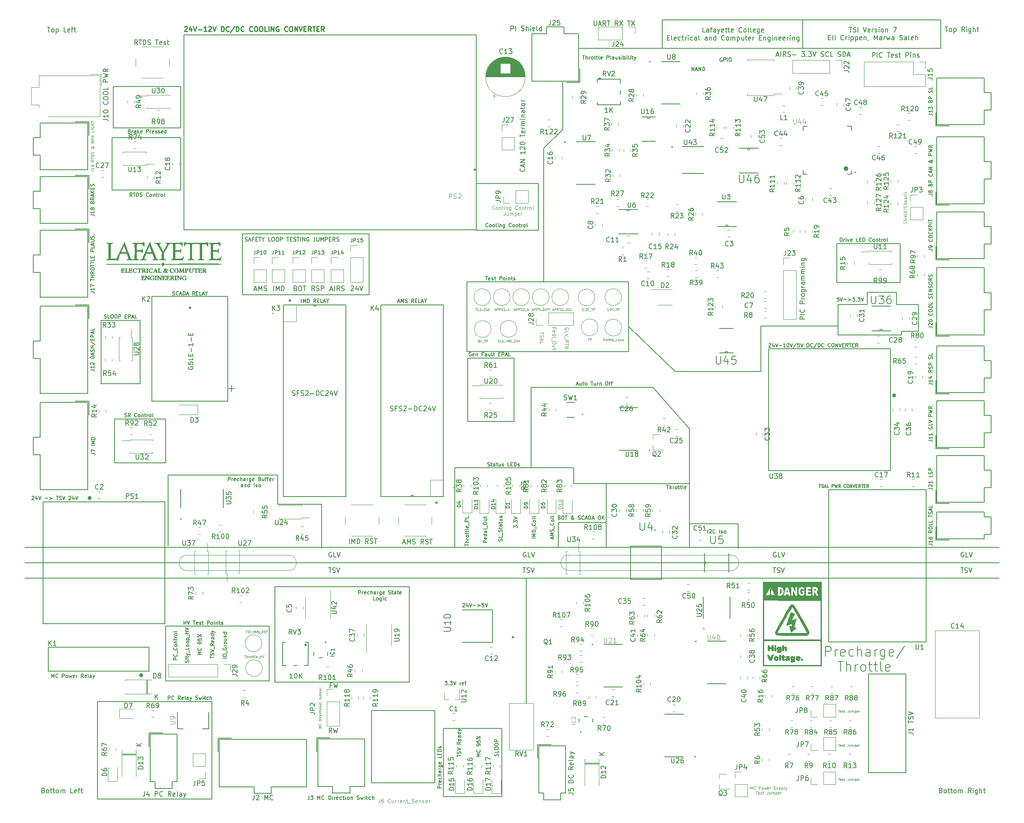
<source format=gbr>
%TF.GenerationSoftware,KiCad,Pcbnew,(5.1.9)-1*%
%TF.CreationDate,2022-03-11T17:21:42-05:00*%
%TF.ProjectId,TSI_Rev.7,5453495f-5265-4762-9e37-2e6b69636164,rev?*%
%TF.SameCoordinates,Original*%
%TF.FileFunction,Legend,Top*%
%TF.FilePolarity,Positive*%
%FSLAX46Y46*%
G04 Gerber Fmt 4.6, Leading zero omitted, Abs format (unit mm)*
G04 Created by KiCad (PCBNEW (5.1.9)-1) date 2022-03-11 17:21:42*
%MOMM*%
%LPD*%
G01*
G04 APERTURE LIST*
%ADD10C,0.150000*%
%ADD11C,0.127000*%
%ADD12C,0.075000*%
%ADD13C,0.100000*%
%ADD14C,0.158750*%
%ADD15C,0.190500*%
%ADD16C,0.254000*%
%ADD17C,0.300000*%
%ADD18C,0.010000*%
%ADD19C,0.120000*%
%ADD20C,0.400000*%
%ADD21C,0.145400*%
%ADD22C,0.152400*%
%ADD23C,0.200000*%
%ADD24C,0.500000*%
%ADD25C,0.015000*%
%ADD26C,0.125000*%
%ADD27C,0.210000*%
%ADD28C,0.050000*%
%ADD29C,0.110000*%
G04 APERTURE END LIST*
D10*
X201558923Y-56205380D02*
X201558923Y-55205380D01*
X201939876Y-55205380D01*
X202035114Y-55253000D01*
X202082733Y-55300619D01*
X202130352Y-55395857D01*
X202130352Y-55538714D01*
X202082733Y-55633952D01*
X202035114Y-55681571D01*
X201939876Y-55729190D01*
X201558923Y-55729190D01*
X202558923Y-56205380D02*
X202558923Y-55205380D01*
X203749400Y-56157761D02*
X203892257Y-56205380D01*
X204130352Y-56205380D01*
X204225590Y-56157761D01*
X204273209Y-56110142D01*
X204320828Y-56014904D01*
X204320828Y-55919666D01*
X204273209Y-55824428D01*
X204225590Y-55776809D01*
X204130352Y-55729190D01*
X203939876Y-55681571D01*
X203844638Y-55633952D01*
X203797019Y-55586333D01*
X203749400Y-55491095D01*
X203749400Y-55395857D01*
X203797019Y-55300619D01*
X203844638Y-55253000D01*
X203939876Y-55205380D01*
X204177971Y-55205380D01*
X204320828Y-55253000D01*
X204749400Y-56205380D02*
X204749400Y-55205380D01*
X205177971Y-56205380D02*
X205177971Y-55681571D01*
X205130352Y-55586333D01*
X205035114Y-55538714D01*
X204892257Y-55538714D01*
X204797019Y-55586333D01*
X204749400Y-55633952D01*
X205654161Y-56205380D02*
X205654161Y-55538714D01*
X205654161Y-55205380D02*
X205606542Y-55253000D01*
X205654161Y-55300619D01*
X205701780Y-55253000D01*
X205654161Y-55205380D01*
X205654161Y-55300619D01*
X206511304Y-56157761D02*
X206416066Y-56205380D01*
X206225590Y-56205380D01*
X206130352Y-56157761D01*
X206082733Y-56062523D01*
X206082733Y-55681571D01*
X206130352Y-55586333D01*
X206225590Y-55538714D01*
X206416066Y-55538714D01*
X206511304Y-55586333D01*
X206558923Y-55681571D01*
X206558923Y-55776809D01*
X206082733Y-55872047D01*
X207130352Y-56205380D02*
X207035114Y-56157761D01*
X206987495Y-56062523D01*
X206987495Y-55205380D01*
X207939876Y-56205380D02*
X207939876Y-55205380D01*
X207939876Y-56157761D02*
X207844638Y-56205380D01*
X207654161Y-56205380D01*
X207558923Y-56157761D01*
X207511304Y-56110142D01*
X207463685Y-56014904D01*
X207463685Y-55729190D01*
X207511304Y-55633952D01*
X207558923Y-55586333D01*
X207654161Y-55538714D01*
X207844638Y-55538714D01*
X207939876Y-55586333D01*
X204369942Y-84939923D02*
X204417561Y-84987542D01*
X204465180Y-85130400D01*
X204465180Y-85225638D01*
X204417561Y-85368495D01*
X204322323Y-85463733D01*
X204227085Y-85511352D01*
X204036609Y-85558971D01*
X203893752Y-85558971D01*
X203703276Y-85511352D01*
X203608038Y-85463733D01*
X203512800Y-85368495D01*
X203465180Y-85225638D01*
X203465180Y-85130400D01*
X203512800Y-84987542D01*
X203560419Y-84939923D01*
X204179466Y-84558971D02*
X204179466Y-84082780D01*
X204465180Y-84654209D02*
X203465180Y-84320876D01*
X204465180Y-83987542D01*
X204465180Y-83654209D02*
X203465180Y-83654209D01*
X204465180Y-83082780D01*
X203465180Y-83082780D01*
X204465180Y-81320876D02*
X204465180Y-81892304D01*
X204465180Y-81606590D02*
X203465180Y-81606590D01*
X203608038Y-81701828D01*
X203703276Y-81797066D01*
X203750895Y-81892304D01*
X203560419Y-80939923D02*
X203512800Y-80892304D01*
X203465180Y-80797066D01*
X203465180Y-80558971D01*
X203512800Y-80463733D01*
X203560419Y-80416114D01*
X203655657Y-80368495D01*
X203750895Y-80368495D01*
X203893752Y-80416114D01*
X204465180Y-80987542D01*
X204465180Y-80368495D01*
X203465180Y-79749447D02*
X203465180Y-79654209D01*
X203512800Y-79558971D01*
X203560419Y-79511352D01*
X203655657Y-79463733D01*
X203846133Y-79416114D01*
X204084228Y-79416114D01*
X204274704Y-79463733D01*
X204369942Y-79511352D01*
X204417561Y-79558971D01*
X204465180Y-79654209D01*
X204465180Y-79749447D01*
X204417561Y-79844685D01*
X204369942Y-79892304D01*
X204274704Y-79939923D01*
X204084228Y-79987542D01*
X203846133Y-79987542D01*
X203655657Y-79939923D01*
X203560419Y-79892304D01*
X203512800Y-79844685D01*
X203465180Y-79749447D01*
X203465180Y-78368495D02*
X203465180Y-77797066D01*
X204465180Y-78082780D02*
X203465180Y-78082780D01*
X204417561Y-77082780D02*
X204465180Y-77178019D01*
X204465180Y-77368495D01*
X204417561Y-77463733D01*
X204322323Y-77511352D01*
X203941371Y-77511352D01*
X203846133Y-77463733D01*
X203798514Y-77368495D01*
X203798514Y-77178019D01*
X203846133Y-77082780D01*
X203941371Y-77035161D01*
X204036609Y-77035161D01*
X204131847Y-77511352D01*
X204465180Y-76606590D02*
X203798514Y-76606590D01*
X203988990Y-76606590D02*
X203893752Y-76558971D01*
X203846133Y-76511352D01*
X203798514Y-76416114D01*
X203798514Y-76320876D01*
X204465180Y-75987542D02*
X203798514Y-75987542D01*
X203893752Y-75987542D02*
X203846133Y-75939923D01*
X203798514Y-75844685D01*
X203798514Y-75701828D01*
X203846133Y-75606590D01*
X203941371Y-75558971D01*
X204465180Y-75558971D01*
X203941371Y-75558971D02*
X203846133Y-75511352D01*
X203798514Y-75416114D01*
X203798514Y-75273257D01*
X203846133Y-75178019D01*
X203941371Y-75130400D01*
X204465180Y-75130400D01*
X204465180Y-74654209D02*
X203798514Y-74654209D01*
X203465180Y-74654209D02*
X203512800Y-74701828D01*
X203560419Y-74654209D01*
X203512800Y-74606590D01*
X203465180Y-74654209D01*
X203560419Y-74654209D01*
X203798514Y-74178019D02*
X204465180Y-74178019D01*
X203893752Y-74178019D02*
X203846133Y-74130400D01*
X203798514Y-74035161D01*
X203798514Y-73892304D01*
X203846133Y-73797066D01*
X203941371Y-73749447D01*
X204465180Y-73749447D01*
X204465180Y-72844685D02*
X203941371Y-72844685D01*
X203846133Y-72892304D01*
X203798514Y-72987542D01*
X203798514Y-73178019D01*
X203846133Y-73273257D01*
X204417561Y-72844685D02*
X204465180Y-72939923D01*
X204465180Y-73178019D01*
X204417561Y-73273257D01*
X204322323Y-73320876D01*
X204227085Y-73320876D01*
X204131847Y-73273257D01*
X204084228Y-73178019D01*
X204084228Y-72939923D01*
X204036609Y-72844685D01*
X203798514Y-72511352D02*
X203798514Y-72130400D01*
X203465180Y-72368495D02*
X204322323Y-72368495D01*
X204417561Y-72320876D01*
X204465180Y-72225638D01*
X204465180Y-72130400D01*
X204465180Y-71654209D02*
X204417561Y-71749447D01*
X204369942Y-71797066D01*
X204274704Y-71844685D01*
X203988990Y-71844685D01*
X203893752Y-71797066D01*
X203846133Y-71749447D01*
X203798514Y-71654209D01*
X203798514Y-71511352D01*
X203846133Y-71416114D01*
X203893752Y-71368495D01*
X203988990Y-71320876D01*
X204274704Y-71320876D01*
X204369942Y-71368495D01*
X204417561Y-71416114D01*
X204465180Y-71511352D01*
X204465180Y-71654209D01*
X204465180Y-70892304D02*
X203798514Y-70892304D01*
X203988990Y-70892304D02*
X203893752Y-70844685D01*
X203846133Y-70797066D01*
X203798514Y-70701828D01*
X203798514Y-70606590D01*
X253669800Y-127254000D02*
X235788200Y-127254000D01*
X253669800Y-117703600D02*
X253669800Y-127228600D01*
X269748000Y-117754400D02*
X253695200Y-117754400D01*
X262808980Y-116391533D02*
X261808980Y-116391533D01*
X261808980Y-116010580D01*
X261856600Y-115915342D01*
X261904219Y-115867723D01*
X261999457Y-115820104D01*
X262142314Y-115820104D01*
X262237552Y-115867723D01*
X262285171Y-115915342D01*
X262332790Y-116010580D01*
X262332790Y-116391533D01*
X262808980Y-115391533D02*
X261808980Y-115391533D01*
X262713742Y-114343914D02*
X262761361Y-114391533D01*
X262808980Y-114534390D01*
X262808980Y-114629628D01*
X262761361Y-114772485D01*
X262666123Y-114867723D01*
X262570885Y-114915342D01*
X262380409Y-114962961D01*
X262237552Y-114962961D01*
X262047076Y-114915342D01*
X261951838Y-114867723D01*
X261856600Y-114772485D01*
X261808980Y-114629628D01*
X261808980Y-114534390D01*
X261856600Y-114391533D01*
X261904219Y-114343914D01*
X262808980Y-113153438D02*
X261808980Y-113153438D01*
X261808980Y-112772485D01*
X261856600Y-112677247D01*
X261904219Y-112629628D01*
X261999457Y-112582009D01*
X262142314Y-112582009D01*
X262237552Y-112629628D01*
X262285171Y-112677247D01*
X262332790Y-112772485D01*
X262332790Y-113153438D01*
X262808980Y-112153438D02*
X262142314Y-112153438D01*
X262332790Y-112153438D02*
X262237552Y-112105819D01*
X262189933Y-112058200D01*
X262142314Y-111962961D01*
X262142314Y-111867723D01*
X262808980Y-111391533D02*
X262761361Y-111486771D01*
X262713742Y-111534390D01*
X262618504Y-111582009D01*
X262332790Y-111582009D01*
X262237552Y-111534390D01*
X262189933Y-111486771D01*
X262142314Y-111391533D01*
X262142314Y-111248676D01*
X262189933Y-111153438D01*
X262237552Y-111105819D01*
X262332790Y-111058200D01*
X262618504Y-111058200D01*
X262713742Y-111105819D01*
X262761361Y-111153438D01*
X262808980Y-111248676D01*
X262808980Y-111391533D01*
X262142314Y-110201057D02*
X262951838Y-110201057D01*
X263047076Y-110248676D01*
X263094695Y-110296295D01*
X263142314Y-110391533D01*
X263142314Y-110534390D01*
X263094695Y-110629628D01*
X262761361Y-110201057D02*
X262808980Y-110296295D01*
X262808980Y-110486771D01*
X262761361Y-110582009D01*
X262713742Y-110629628D01*
X262618504Y-110677247D01*
X262332790Y-110677247D01*
X262237552Y-110629628D01*
X262189933Y-110582009D01*
X262142314Y-110486771D01*
X262142314Y-110296295D01*
X262189933Y-110201057D01*
X262808980Y-109724866D02*
X262142314Y-109724866D01*
X262332790Y-109724866D02*
X262237552Y-109677247D01*
X262189933Y-109629628D01*
X262142314Y-109534390D01*
X262142314Y-109439152D01*
X262808980Y-108677247D02*
X262285171Y-108677247D01*
X262189933Y-108724866D01*
X262142314Y-108820104D01*
X262142314Y-109010580D01*
X262189933Y-109105819D01*
X262761361Y-108677247D02*
X262808980Y-108772485D01*
X262808980Y-109010580D01*
X262761361Y-109105819D01*
X262666123Y-109153438D01*
X262570885Y-109153438D01*
X262475647Y-109105819D01*
X262428028Y-109010580D01*
X262428028Y-108772485D01*
X262380409Y-108677247D01*
X262808980Y-108201057D02*
X262142314Y-108201057D01*
X262237552Y-108201057D02*
X262189933Y-108153438D01*
X262142314Y-108058200D01*
X262142314Y-107915342D01*
X262189933Y-107820104D01*
X262285171Y-107772485D01*
X262808980Y-107772485D01*
X262285171Y-107772485D02*
X262189933Y-107724866D01*
X262142314Y-107629628D01*
X262142314Y-107486771D01*
X262189933Y-107391533D01*
X262285171Y-107343914D01*
X262808980Y-107343914D01*
X262808980Y-106867723D02*
X262142314Y-106867723D01*
X262237552Y-106867723D02*
X262189933Y-106820104D01*
X262142314Y-106724866D01*
X262142314Y-106582009D01*
X262189933Y-106486771D01*
X262285171Y-106439152D01*
X262808980Y-106439152D01*
X262285171Y-106439152D02*
X262189933Y-106391533D01*
X262142314Y-106296295D01*
X262142314Y-106153438D01*
X262189933Y-106058200D01*
X262285171Y-106010580D01*
X262808980Y-106010580D01*
X262808980Y-105534390D02*
X262142314Y-105534390D01*
X261808980Y-105534390D02*
X261856600Y-105582009D01*
X261904219Y-105534390D01*
X261856600Y-105486771D01*
X261808980Y-105534390D01*
X261904219Y-105534390D01*
X262142314Y-105058200D02*
X262808980Y-105058200D01*
X262237552Y-105058200D02*
X262189933Y-105010580D01*
X262142314Y-104915342D01*
X262142314Y-104772485D01*
X262189933Y-104677247D01*
X262285171Y-104629628D01*
X262808980Y-104629628D01*
X262142314Y-103724866D02*
X262951838Y-103724866D01*
X263047076Y-103772485D01*
X263094695Y-103820104D01*
X263142314Y-103915342D01*
X263142314Y-104058200D01*
X263094695Y-104153438D01*
X262761361Y-103724866D02*
X262808980Y-103820104D01*
X262808980Y-104010580D01*
X262761361Y-104105819D01*
X262713742Y-104153438D01*
X262618504Y-104201057D01*
X262332790Y-104201057D01*
X262237552Y-104153438D01*
X262189933Y-104105819D01*
X262142314Y-104010580D01*
X262142314Y-103820104D01*
X262189933Y-103724866D01*
X218872323Y-54138580D02*
X218872323Y-54948104D01*
X218919942Y-55043342D01*
X218967561Y-55090961D01*
X219062800Y-55138580D01*
X219253276Y-55138580D01*
X219348514Y-55090961D01*
X219396133Y-55043342D01*
X219443752Y-54948104D01*
X219443752Y-54138580D01*
X219872323Y-54852866D02*
X220348514Y-54852866D01*
X219777085Y-55138580D02*
X220110419Y-54138580D01*
X220443752Y-55138580D01*
X221348514Y-55138580D02*
X221015180Y-54662390D01*
X220777085Y-55138580D02*
X220777085Y-54138580D01*
X221158038Y-54138580D01*
X221253276Y-54186200D01*
X221300895Y-54233819D01*
X221348514Y-54329057D01*
X221348514Y-54471914D01*
X221300895Y-54567152D01*
X221253276Y-54614771D01*
X221158038Y-54662390D01*
X220777085Y-54662390D01*
X221634228Y-54138580D02*
X222205657Y-54138580D01*
X221919942Y-55138580D02*
X221919942Y-54138580D01*
X223872323Y-55138580D02*
X223538990Y-54662390D01*
X223300895Y-55138580D02*
X223300895Y-54138580D01*
X223681847Y-54138580D01*
X223777085Y-54186200D01*
X223824704Y-54233819D01*
X223872323Y-54329057D01*
X223872323Y-54471914D01*
X223824704Y-54567152D01*
X223777085Y-54614771D01*
X223681847Y-54662390D01*
X223300895Y-54662390D01*
X224205657Y-54138580D02*
X224872323Y-55138580D01*
X224872323Y-54138580D02*
X224205657Y-55138580D01*
X225872323Y-54138580D02*
X226443752Y-54138580D01*
X226158038Y-55138580D02*
X226158038Y-54138580D01*
X226681847Y-54138580D02*
X227348514Y-55138580D01*
X227348514Y-54138580D02*
X226681847Y-55138580D01*
X208407000Y-108559600D02*
X208407000Y-108610400D01*
X208407000Y-80721200D02*
X208407000Y-108559600D01*
X212394800Y-76784200D02*
X208407000Y-80721200D01*
X212394800Y-66725800D02*
X212394800Y-76784200D01*
X276930457Y-61767980D02*
X276930457Y-60767980D01*
X277311409Y-60767980D01*
X277406647Y-60815600D01*
X277454266Y-60863219D01*
X277501885Y-60958457D01*
X277501885Y-61101314D01*
X277454266Y-61196552D01*
X277406647Y-61244171D01*
X277311409Y-61291790D01*
X276930457Y-61291790D01*
X277930457Y-61767980D02*
X277930457Y-60767980D01*
X278978076Y-61672742D02*
X278930457Y-61720361D01*
X278787600Y-61767980D01*
X278692361Y-61767980D01*
X278549504Y-61720361D01*
X278454266Y-61625123D01*
X278406647Y-61529885D01*
X278359028Y-61339409D01*
X278359028Y-61196552D01*
X278406647Y-61006076D01*
X278454266Y-60910838D01*
X278549504Y-60815600D01*
X278692361Y-60767980D01*
X278787600Y-60767980D01*
X278930457Y-60815600D01*
X278978076Y-60863219D01*
X280025695Y-60767980D02*
X280597123Y-60767980D01*
X280311409Y-61767980D02*
X280311409Y-60767980D01*
X281311409Y-61720361D02*
X281216171Y-61767980D01*
X281025695Y-61767980D01*
X280930457Y-61720361D01*
X280882838Y-61625123D01*
X280882838Y-61244171D01*
X280930457Y-61148933D01*
X281025695Y-61101314D01*
X281216171Y-61101314D01*
X281311409Y-61148933D01*
X281359028Y-61244171D01*
X281359028Y-61339409D01*
X280882838Y-61434647D01*
X281739980Y-61720361D02*
X281835219Y-61767980D01*
X282025695Y-61767980D01*
X282120933Y-61720361D01*
X282168552Y-61625123D01*
X282168552Y-61577504D01*
X282120933Y-61482266D01*
X282025695Y-61434647D01*
X281882838Y-61434647D01*
X281787600Y-61387028D01*
X281739980Y-61291790D01*
X281739980Y-61244171D01*
X281787600Y-61148933D01*
X281882838Y-61101314D01*
X282025695Y-61101314D01*
X282120933Y-61148933D01*
X282454266Y-61101314D02*
X282835219Y-61101314D01*
X282597123Y-60767980D02*
X282597123Y-61625123D01*
X282644742Y-61720361D01*
X282739980Y-61767980D01*
X282835219Y-61767980D01*
X283930457Y-61767980D02*
X283930457Y-60767980D01*
X284311409Y-60767980D01*
X284406647Y-60815600D01*
X284454266Y-60863219D01*
X284501885Y-60958457D01*
X284501885Y-61101314D01*
X284454266Y-61196552D01*
X284406647Y-61244171D01*
X284311409Y-61291790D01*
X283930457Y-61291790D01*
X284930457Y-61767980D02*
X284930457Y-61101314D01*
X284930457Y-60767980D02*
X284882838Y-60815600D01*
X284930457Y-60863219D01*
X284978076Y-60815600D01*
X284930457Y-60767980D01*
X284930457Y-60863219D01*
X285406647Y-61101314D02*
X285406647Y-61767980D01*
X285406647Y-61196552D02*
X285454266Y-61148933D01*
X285549504Y-61101314D01*
X285692361Y-61101314D01*
X285787600Y-61148933D01*
X285835219Y-61244171D01*
X285835219Y-61767980D01*
X286263790Y-61720361D02*
X286359028Y-61767980D01*
X286549504Y-61767980D01*
X286644742Y-61720361D01*
X286692361Y-61625123D01*
X286692361Y-61577504D01*
X286644742Y-61482266D01*
X286549504Y-61434647D01*
X286406647Y-61434647D01*
X286311409Y-61387028D01*
X286263790Y-61291790D01*
X286263790Y-61244171D01*
X286311409Y-61148933D01*
X286406647Y-61101314D01*
X286549504Y-61101314D01*
X286644742Y-61148933D01*
X256947352Y-61304466D02*
X257423542Y-61304466D01*
X256852114Y-61590180D02*
X257185447Y-60590180D01*
X257518780Y-61590180D01*
X257852114Y-61590180D02*
X257852114Y-60590180D01*
X258899733Y-61590180D02*
X258566400Y-61113990D01*
X258328304Y-61590180D02*
X258328304Y-60590180D01*
X258709257Y-60590180D01*
X258804495Y-60637800D01*
X258852114Y-60685419D01*
X258899733Y-60780657D01*
X258899733Y-60923514D01*
X258852114Y-61018752D01*
X258804495Y-61066371D01*
X258709257Y-61113990D01*
X258328304Y-61113990D01*
X259280685Y-61542561D02*
X259423542Y-61590180D01*
X259661638Y-61590180D01*
X259756876Y-61542561D01*
X259804495Y-61494942D01*
X259852114Y-61399704D01*
X259852114Y-61304466D01*
X259804495Y-61209228D01*
X259756876Y-61161609D01*
X259661638Y-61113990D01*
X259471161Y-61066371D01*
X259375923Y-61018752D01*
X259328304Y-60971133D01*
X259280685Y-60875895D01*
X259280685Y-60780657D01*
X259328304Y-60685419D01*
X259375923Y-60637800D01*
X259471161Y-60590180D01*
X259709257Y-60590180D01*
X259852114Y-60637800D01*
X260280685Y-61209228D02*
X261042590Y-61209228D01*
X262185447Y-60590180D02*
X262804495Y-60590180D01*
X262471161Y-60971133D01*
X262614019Y-60971133D01*
X262709257Y-61018752D01*
X262756876Y-61066371D01*
X262804495Y-61161609D01*
X262804495Y-61399704D01*
X262756876Y-61494942D01*
X262709257Y-61542561D01*
X262614019Y-61590180D01*
X262328304Y-61590180D01*
X262233066Y-61542561D01*
X262185447Y-61494942D01*
X263233066Y-61494942D02*
X263280685Y-61542561D01*
X263233066Y-61590180D01*
X263185447Y-61542561D01*
X263233066Y-61494942D01*
X263233066Y-61590180D01*
X263614019Y-60590180D02*
X264233066Y-60590180D01*
X263899733Y-60971133D01*
X264042590Y-60971133D01*
X264137828Y-61018752D01*
X264185447Y-61066371D01*
X264233066Y-61161609D01*
X264233066Y-61399704D01*
X264185447Y-61494942D01*
X264137828Y-61542561D01*
X264042590Y-61590180D01*
X263756876Y-61590180D01*
X263661638Y-61542561D01*
X263614019Y-61494942D01*
X264518780Y-60590180D02*
X264852114Y-61590180D01*
X265185447Y-60590180D01*
X266233066Y-61542561D02*
X266375923Y-61590180D01*
X266614019Y-61590180D01*
X266709257Y-61542561D01*
X266756876Y-61494942D01*
X266804495Y-61399704D01*
X266804495Y-61304466D01*
X266756876Y-61209228D01*
X266709257Y-61161609D01*
X266614019Y-61113990D01*
X266423542Y-61066371D01*
X266328304Y-61018752D01*
X266280685Y-60971133D01*
X266233066Y-60875895D01*
X266233066Y-60780657D01*
X266280685Y-60685419D01*
X266328304Y-60637800D01*
X266423542Y-60590180D01*
X266661638Y-60590180D01*
X266804495Y-60637800D01*
X267804495Y-61494942D02*
X267756876Y-61542561D01*
X267614019Y-61590180D01*
X267518780Y-61590180D01*
X267375923Y-61542561D01*
X267280685Y-61447323D01*
X267233066Y-61352085D01*
X267185447Y-61161609D01*
X267185447Y-61018752D01*
X267233066Y-60828276D01*
X267280685Y-60733038D01*
X267375923Y-60637800D01*
X267518780Y-60590180D01*
X267614019Y-60590180D01*
X267756876Y-60637800D01*
X267804495Y-60685419D01*
X268709257Y-61590180D02*
X268233066Y-61590180D01*
X268233066Y-60590180D01*
X269756876Y-61542561D02*
X269899733Y-61590180D01*
X270137828Y-61590180D01*
X270233066Y-61542561D01*
X270280685Y-61494942D01*
X270328304Y-61399704D01*
X270328304Y-61304466D01*
X270280685Y-61209228D01*
X270233066Y-61161609D01*
X270137828Y-61113990D01*
X269947352Y-61066371D01*
X269852114Y-61018752D01*
X269804495Y-60971133D01*
X269756876Y-60875895D01*
X269756876Y-60780657D01*
X269804495Y-60685419D01*
X269852114Y-60637800D01*
X269947352Y-60590180D01*
X270185447Y-60590180D01*
X270328304Y-60637800D01*
X270756876Y-61590180D02*
X270756876Y-60590180D01*
X270994971Y-60590180D01*
X271137828Y-60637800D01*
X271233066Y-60733038D01*
X271280685Y-60828276D01*
X271328304Y-61018752D01*
X271328304Y-61161609D01*
X271280685Y-61352085D01*
X271233066Y-61447323D01*
X271137828Y-61542561D01*
X270994971Y-61590180D01*
X270756876Y-61590180D01*
X271709257Y-61304466D02*
X272185447Y-61304466D01*
X271614019Y-61590180D02*
X271947352Y-60590180D01*
X272280685Y-61590180D01*
D11*
X134369628Y-187996285D02*
X134405914Y-187887428D01*
X134405914Y-187706000D01*
X134369628Y-187633428D01*
X134333342Y-187597142D01*
X134260771Y-187560857D01*
X134188200Y-187560857D01*
X134115628Y-187597142D01*
X134079342Y-187633428D01*
X134043057Y-187706000D01*
X134006771Y-187851142D01*
X133970485Y-187923714D01*
X133934200Y-187960000D01*
X133861628Y-187996285D01*
X133789057Y-187996285D01*
X133716485Y-187960000D01*
X133680200Y-187923714D01*
X133643914Y-187851142D01*
X133643914Y-187669714D01*
X133680200Y-187560857D01*
X133897914Y-187343142D02*
X133897914Y-187052857D01*
X134405914Y-187234285D02*
X133752771Y-187234285D01*
X133680200Y-187198000D01*
X133643914Y-187125428D01*
X133643914Y-187052857D01*
X133897914Y-186907714D02*
X133897914Y-186617428D01*
X133643914Y-186798857D02*
X134297057Y-186798857D01*
X134369628Y-186762571D01*
X134405914Y-186690000D01*
X134405914Y-186617428D01*
X133897914Y-186436000D02*
X134405914Y-186254571D01*
X133897914Y-186073142D02*
X134405914Y-186254571D01*
X134587342Y-186327142D01*
X134623628Y-186363428D01*
X134659914Y-186436000D01*
X134478485Y-185964285D02*
X134478485Y-185383714D01*
X134405914Y-184839428D02*
X134405914Y-185202285D01*
X133643914Y-185202285D01*
X134405914Y-184476571D02*
X134369628Y-184549142D01*
X134333342Y-184585428D01*
X134260771Y-184621714D01*
X134043057Y-184621714D01*
X133970485Y-184585428D01*
X133934200Y-184549142D01*
X133897914Y-184476571D01*
X133897914Y-184367714D01*
X133934200Y-184295142D01*
X133970485Y-184258857D01*
X134043057Y-184222571D01*
X134260771Y-184222571D01*
X134333342Y-184258857D01*
X134369628Y-184295142D01*
X134405914Y-184367714D01*
X134405914Y-184476571D01*
X134405914Y-183787142D02*
X134369628Y-183859714D01*
X134333342Y-183896000D01*
X134260771Y-183932285D01*
X134043057Y-183932285D01*
X133970485Y-183896000D01*
X133934200Y-183859714D01*
X133897914Y-183787142D01*
X133897914Y-183678285D01*
X133934200Y-183605714D01*
X133970485Y-183569428D01*
X134043057Y-183533142D01*
X134260771Y-183533142D01*
X134333342Y-183569428D01*
X134369628Y-183605714D01*
X134405914Y-183678285D01*
X134405914Y-183787142D01*
X133897914Y-183206571D02*
X134659914Y-183206571D01*
X133934200Y-183206571D02*
X133897914Y-183134000D01*
X133897914Y-182988857D01*
X133934200Y-182916285D01*
X133970485Y-182880000D01*
X134043057Y-182843714D01*
X134260771Y-182843714D01*
X134333342Y-182880000D01*
X134369628Y-182916285D01*
X134405914Y-182988857D01*
X134405914Y-183134000D01*
X134369628Y-183206571D01*
X134478485Y-182698571D02*
X134478485Y-182118000D01*
X134405914Y-181936571D02*
X133643914Y-181936571D01*
X134006771Y-181936571D02*
X134006771Y-181501142D01*
X134405914Y-181501142D02*
X133643914Y-181501142D01*
X133643914Y-181247142D02*
X134405914Y-180993142D01*
X133643914Y-180739142D01*
X142279914Y-187038342D02*
X141517914Y-187038342D01*
X141517914Y-186530342D02*
X141517914Y-186385200D01*
X141554200Y-186312628D01*
X141626771Y-186240057D01*
X141771914Y-186203771D01*
X142025914Y-186203771D01*
X142171057Y-186240057D01*
X142243628Y-186312628D01*
X142279914Y-186385200D01*
X142279914Y-186530342D01*
X142243628Y-186602914D01*
X142171057Y-186675485D01*
X142025914Y-186711771D01*
X141771914Y-186711771D01*
X141626771Y-186675485D01*
X141554200Y-186602914D01*
X141517914Y-186530342D01*
X142352485Y-186058628D02*
X142352485Y-185478057D01*
X141554200Y-184897485D02*
X141517914Y-184970057D01*
X141517914Y-185078914D01*
X141554200Y-185187771D01*
X141626771Y-185260342D01*
X141699342Y-185296628D01*
X141844485Y-185332914D01*
X141953342Y-185332914D01*
X142098485Y-185296628D01*
X142171057Y-185260342D01*
X142243628Y-185187771D01*
X142279914Y-185078914D01*
X142279914Y-185006342D01*
X142243628Y-184897485D01*
X142207342Y-184861200D01*
X141953342Y-184861200D01*
X141953342Y-185006342D01*
X142279914Y-184534628D02*
X141771914Y-184534628D01*
X141917057Y-184534628D02*
X141844485Y-184498342D01*
X141808200Y-184462057D01*
X141771914Y-184389485D01*
X141771914Y-184316914D01*
X142279914Y-183954057D02*
X142243628Y-184026628D01*
X142207342Y-184062914D01*
X142134771Y-184099200D01*
X141917057Y-184099200D01*
X141844485Y-184062914D01*
X141808200Y-184026628D01*
X141771914Y-183954057D01*
X141771914Y-183845200D01*
X141808200Y-183772628D01*
X141844485Y-183736342D01*
X141917057Y-183700057D01*
X142134771Y-183700057D01*
X142207342Y-183736342D01*
X142243628Y-183772628D01*
X142279914Y-183845200D01*
X142279914Y-183954057D01*
X141771914Y-183046914D02*
X142279914Y-183046914D01*
X141771914Y-183373485D02*
X142171057Y-183373485D01*
X142243628Y-183337200D01*
X142279914Y-183264628D01*
X142279914Y-183155771D01*
X142243628Y-183083200D01*
X142207342Y-183046914D01*
X141771914Y-182684057D02*
X142279914Y-182684057D01*
X141844485Y-182684057D02*
X141808200Y-182647771D01*
X141771914Y-182575200D01*
X141771914Y-182466342D01*
X141808200Y-182393771D01*
X141880771Y-182357485D01*
X142279914Y-182357485D01*
X142279914Y-181668057D02*
X141517914Y-181668057D01*
X142243628Y-181668057D02*
X142279914Y-181740628D01*
X142279914Y-181885771D01*
X142243628Y-181958342D01*
X142207342Y-181994628D01*
X142134771Y-182030914D01*
X141917057Y-182030914D01*
X141844485Y-181994628D01*
X141808200Y-181958342D01*
X141771914Y-181885771D01*
X141771914Y-181740628D01*
X141808200Y-181668057D01*
X136996714Y-186287228D02*
X136234714Y-186287228D01*
X136779000Y-186033228D01*
X136234714Y-185779228D01*
X136996714Y-185779228D01*
X136924142Y-184980942D02*
X136960428Y-185017228D01*
X136996714Y-185126085D01*
X136996714Y-185198657D01*
X136960428Y-185307514D01*
X136887857Y-185380085D01*
X136815285Y-185416371D01*
X136670142Y-185452657D01*
X136561285Y-185452657D01*
X136416142Y-185416371D01*
X136343571Y-185380085D01*
X136271000Y-185307514D01*
X136234714Y-185198657D01*
X136234714Y-185126085D01*
X136271000Y-185017228D01*
X136307285Y-184980942D01*
X136996714Y-184037514D02*
X136996714Y-183892371D01*
X136960428Y-183819800D01*
X136924142Y-183783514D01*
X136815285Y-183710942D01*
X136670142Y-183674657D01*
X136379857Y-183674657D01*
X136307285Y-183710942D01*
X136271000Y-183747228D01*
X136234714Y-183819800D01*
X136234714Y-183964942D01*
X136271000Y-184037514D01*
X136307285Y-184073800D01*
X136379857Y-184110085D01*
X136561285Y-184110085D01*
X136633857Y-184073800D01*
X136670142Y-184037514D01*
X136706428Y-183964942D01*
X136706428Y-183819800D01*
X136670142Y-183747228D01*
X136633857Y-183710942D01*
X136561285Y-183674657D01*
X136234714Y-182985228D02*
X136234714Y-183348085D01*
X136597571Y-183384371D01*
X136561285Y-183348085D01*
X136525000Y-183275514D01*
X136525000Y-183094085D01*
X136561285Y-183021514D01*
X136597571Y-182985228D01*
X136670142Y-182948942D01*
X136851571Y-182948942D01*
X136924142Y-182985228D01*
X136960428Y-183021514D01*
X136996714Y-183094085D01*
X136996714Y-183275514D01*
X136960428Y-183348085D01*
X136924142Y-183384371D01*
X136996714Y-182658657D02*
X136234714Y-182078085D01*
X136234714Y-182549800D02*
X136271000Y-182477228D01*
X136343571Y-182440942D01*
X136416142Y-182477228D01*
X136452428Y-182549800D01*
X136416142Y-182622371D01*
X136343571Y-182658657D01*
X136271000Y-182622371D01*
X136234714Y-182549800D01*
X136960428Y-182114371D02*
X136887857Y-182078085D01*
X136815285Y-182114371D01*
X136779000Y-182186942D01*
X136815285Y-182259514D01*
X136887857Y-182295800D01*
X136960428Y-182259514D01*
X136996714Y-182186942D01*
X136960428Y-182114371D01*
X138876314Y-187085514D02*
X138876314Y-186650085D01*
X139638314Y-186867800D02*
X138876314Y-186867800D01*
X139602028Y-186432371D02*
X139638314Y-186323514D01*
X139638314Y-186142085D01*
X139602028Y-186069514D01*
X139565742Y-186033228D01*
X139493171Y-185996942D01*
X139420600Y-185996942D01*
X139348028Y-186033228D01*
X139311742Y-186069514D01*
X139275457Y-186142085D01*
X139239171Y-186287228D01*
X139202885Y-186359800D01*
X139166600Y-186396085D01*
X139094028Y-186432371D01*
X139021457Y-186432371D01*
X138948885Y-186396085D01*
X138912600Y-186359800D01*
X138876314Y-186287228D01*
X138876314Y-186105800D01*
X138912600Y-185996942D01*
X138876314Y-185779228D02*
X139638314Y-185525228D01*
X138876314Y-185271228D01*
X139710885Y-185198657D02*
X139710885Y-184618085D01*
X139638314Y-184001228D02*
X139275457Y-184255228D01*
X139638314Y-184436657D02*
X138876314Y-184436657D01*
X138876314Y-184146371D01*
X138912600Y-184073800D01*
X138948885Y-184037514D01*
X139021457Y-184001228D01*
X139130314Y-184001228D01*
X139202885Y-184037514D01*
X139239171Y-184073800D01*
X139275457Y-184146371D01*
X139275457Y-184436657D01*
X139602028Y-183384371D02*
X139638314Y-183456942D01*
X139638314Y-183602085D01*
X139602028Y-183674657D01*
X139529457Y-183710942D01*
X139239171Y-183710942D01*
X139166600Y-183674657D01*
X139130314Y-183602085D01*
X139130314Y-183456942D01*
X139166600Y-183384371D01*
X139239171Y-183348085D01*
X139311742Y-183348085D01*
X139384314Y-183710942D01*
X139638314Y-182694942D02*
X139239171Y-182694942D01*
X139166600Y-182731228D01*
X139130314Y-182803800D01*
X139130314Y-182948942D01*
X139166600Y-183021514D01*
X139602028Y-182694942D02*
X139638314Y-182767514D01*
X139638314Y-182948942D01*
X139602028Y-183021514D01*
X139529457Y-183057800D01*
X139456885Y-183057800D01*
X139384314Y-183021514D01*
X139348028Y-182948942D01*
X139348028Y-182767514D01*
X139311742Y-182694942D01*
X139638314Y-182005514D02*
X138876314Y-182005514D01*
X139602028Y-182005514D02*
X139638314Y-182078085D01*
X139638314Y-182223228D01*
X139602028Y-182295800D01*
X139565742Y-182332085D01*
X139493171Y-182368371D01*
X139275457Y-182368371D01*
X139202885Y-182332085D01*
X139166600Y-182295800D01*
X139130314Y-182223228D01*
X139130314Y-182078085D01*
X139166600Y-182005514D01*
X139130314Y-181715228D02*
X139638314Y-181533800D01*
X139130314Y-181352371D02*
X139638314Y-181533800D01*
X139819742Y-181606371D01*
X139856028Y-181642657D01*
X139892314Y-181715228D01*
X131967514Y-187393942D02*
X131205514Y-187393942D01*
X131205514Y-187103657D01*
X131241800Y-187031085D01*
X131278085Y-186994800D01*
X131350657Y-186958514D01*
X131459514Y-186958514D01*
X131532085Y-186994800D01*
X131568371Y-187031085D01*
X131604657Y-187103657D01*
X131604657Y-187393942D01*
X131894942Y-186196514D02*
X131931228Y-186232800D01*
X131967514Y-186341657D01*
X131967514Y-186414228D01*
X131931228Y-186523085D01*
X131858657Y-186595657D01*
X131786085Y-186631942D01*
X131640942Y-186668228D01*
X131532085Y-186668228D01*
X131386942Y-186631942D01*
X131314371Y-186595657D01*
X131241800Y-186523085D01*
X131205514Y-186414228D01*
X131205514Y-186341657D01*
X131241800Y-186232800D01*
X131278085Y-186196514D01*
X132040085Y-186051371D02*
X132040085Y-185470800D01*
X131894942Y-184853942D02*
X131931228Y-184890228D01*
X131967514Y-184999085D01*
X131967514Y-185071657D01*
X131931228Y-185180514D01*
X131858657Y-185253085D01*
X131786085Y-185289371D01*
X131640942Y-185325657D01*
X131532085Y-185325657D01*
X131386942Y-185289371D01*
X131314371Y-185253085D01*
X131241800Y-185180514D01*
X131205514Y-185071657D01*
X131205514Y-184999085D01*
X131241800Y-184890228D01*
X131278085Y-184853942D01*
X131967514Y-184418514D02*
X131931228Y-184491085D01*
X131894942Y-184527371D01*
X131822371Y-184563657D01*
X131604657Y-184563657D01*
X131532085Y-184527371D01*
X131495800Y-184491085D01*
X131459514Y-184418514D01*
X131459514Y-184309657D01*
X131495800Y-184237085D01*
X131532085Y-184200800D01*
X131604657Y-184164514D01*
X131822371Y-184164514D01*
X131894942Y-184200800D01*
X131931228Y-184237085D01*
X131967514Y-184309657D01*
X131967514Y-184418514D01*
X131459514Y-183837942D02*
X131967514Y-183837942D01*
X131532085Y-183837942D02*
X131495800Y-183801657D01*
X131459514Y-183729085D01*
X131459514Y-183620228D01*
X131495800Y-183547657D01*
X131568371Y-183511371D01*
X131967514Y-183511371D01*
X131459514Y-183257371D02*
X131459514Y-182967085D01*
X131205514Y-183148514D02*
X131858657Y-183148514D01*
X131931228Y-183112228D01*
X131967514Y-183039657D01*
X131967514Y-182967085D01*
X131967514Y-182713085D02*
X131459514Y-182713085D01*
X131604657Y-182713085D02*
X131532085Y-182676800D01*
X131495800Y-182640514D01*
X131459514Y-182567942D01*
X131459514Y-182495371D01*
X131967514Y-182132514D02*
X131931228Y-182205085D01*
X131894942Y-182241371D01*
X131822371Y-182277657D01*
X131604657Y-182277657D01*
X131532085Y-182241371D01*
X131495800Y-182205085D01*
X131459514Y-182132514D01*
X131459514Y-182023657D01*
X131495800Y-181951085D01*
X131532085Y-181914800D01*
X131604657Y-181878514D01*
X131822371Y-181878514D01*
X131894942Y-181914800D01*
X131931228Y-181951085D01*
X131967514Y-182023657D01*
X131967514Y-182132514D01*
X131967514Y-181443085D02*
X131931228Y-181515657D01*
X131858657Y-181551942D01*
X131205514Y-181551942D01*
D10*
X152349200Y-172161200D02*
X180340000Y-172161200D01*
X235839000Y-127279400D02*
X226110800Y-117906800D01*
D12*
X208335114Y-119047171D02*
X208335114Y-119475742D01*
X207585114Y-119261457D02*
X208335114Y-119261457D01*
X207620828Y-119690028D02*
X207585114Y-119797171D01*
X207585114Y-119975742D01*
X207620828Y-120047171D01*
X207656542Y-120082885D01*
X207727971Y-120118600D01*
X207799400Y-120118600D01*
X207870828Y-120082885D01*
X207906542Y-120047171D01*
X207942257Y-119975742D01*
X207977971Y-119832885D01*
X208013685Y-119761457D01*
X208049400Y-119725742D01*
X208120828Y-119690028D01*
X208192257Y-119690028D01*
X208263685Y-119725742D01*
X208299400Y-119761457D01*
X208335114Y-119832885D01*
X208335114Y-120011457D01*
X208299400Y-120118600D01*
X207799400Y-120404314D02*
X207799400Y-120761457D01*
X207585114Y-120332885D02*
X208335114Y-120582885D01*
X207585114Y-120832885D01*
X207585114Y-121440028D02*
X207585114Y-121082885D01*
X208335114Y-121082885D01*
X210175914Y-118008685D02*
X210925914Y-118008685D01*
X210925914Y-118294400D01*
X210890200Y-118365828D01*
X210854485Y-118401542D01*
X210783057Y-118437257D01*
X210675914Y-118437257D01*
X210604485Y-118401542D01*
X210568771Y-118365828D01*
X210533057Y-118294400D01*
X210533057Y-118008685D01*
X210211628Y-119044400D02*
X210175914Y-118972971D01*
X210175914Y-118830114D01*
X210211628Y-118758685D01*
X210283057Y-118722971D01*
X210568771Y-118722971D01*
X210640200Y-118758685D01*
X210675914Y-118830114D01*
X210675914Y-118972971D01*
X210640200Y-119044400D01*
X210568771Y-119080114D01*
X210497342Y-119080114D01*
X210425914Y-118722971D01*
X210175914Y-119722971D02*
X210925914Y-119722971D01*
X210211628Y-119722971D02*
X210175914Y-119651542D01*
X210175914Y-119508685D01*
X210211628Y-119437257D01*
X210247342Y-119401542D01*
X210318771Y-119365828D01*
X210533057Y-119365828D01*
X210604485Y-119401542D01*
X210640200Y-119437257D01*
X210675914Y-119508685D01*
X210675914Y-119651542D01*
X210640200Y-119722971D01*
X210175914Y-120187257D02*
X210211628Y-120115828D01*
X210283057Y-120080114D01*
X210925914Y-120080114D01*
X210104485Y-120294400D02*
X210104485Y-120865828D01*
X210925914Y-121187257D02*
X210925914Y-121330114D01*
X210890200Y-121401542D01*
X210818771Y-121472971D01*
X210675914Y-121508685D01*
X210425914Y-121508685D01*
X210283057Y-121472971D01*
X210211628Y-121401542D01*
X210175914Y-121330114D01*
X210175914Y-121187257D01*
X210211628Y-121115828D01*
X210283057Y-121044400D01*
X210425914Y-121008685D01*
X210675914Y-121008685D01*
X210818771Y-121044400D01*
X210890200Y-121115828D01*
X210925914Y-121187257D01*
X210675914Y-122151542D02*
X210175914Y-122151542D01*
X210675914Y-121830114D02*
X210283057Y-121830114D01*
X210211628Y-121865828D01*
X210175914Y-121937257D01*
X210175914Y-122044400D01*
X210211628Y-122115828D01*
X210247342Y-122151542D01*
X210675914Y-122401542D02*
X210675914Y-122687257D01*
X210925914Y-122508685D02*
X210283057Y-122508685D01*
X210211628Y-122544400D01*
X210175914Y-122615828D01*
X210175914Y-122687257D01*
X213531800Y-118526542D02*
X213567514Y-118455114D01*
X213567514Y-118347971D01*
X213531800Y-118240828D01*
X213460371Y-118169400D01*
X213388942Y-118133685D01*
X213246085Y-118097971D01*
X213138942Y-118097971D01*
X212996085Y-118133685D01*
X212924657Y-118169400D01*
X212853228Y-118240828D01*
X212817514Y-118347971D01*
X212817514Y-118419400D01*
X212853228Y-118526542D01*
X212888942Y-118562257D01*
X213138942Y-118562257D01*
X213138942Y-118419400D01*
X212817514Y-119240828D02*
X212817514Y-118883685D01*
X213567514Y-118883685D01*
X213567514Y-119383685D02*
X212817514Y-119633685D01*
X213567514Y-119883685D01*
X212746085Y-119955114D02*
X212746085Y-120526542D01*
X212817514Y-121133685D02*
X213174657Y-120883685D01*
X212817514Y-120705114D02*
X213567514Y-120705114D01*
X213567514Y-120990828D01*
X213531800Y-121062257D01*
X213496085Y-121097971D01*
X213424657Y-121133685D01*
X213317514Y-121133685D01*
X213246085Y-121097971D01*
X213210371Y-121062257D01*
X213174657Y-120990828D01*
X213174657Y-120705114D01*
X213567514Y-121347971D02*
X213567514Y-121776542D01*
X212817514Y-121562257D02*
X213567514Y-121562257D01*
X212817514Y-122026542D02*
X213567514Y-122026542D01*
X212817514Y-122455114D01*
X213567514Y-122455114D01*
D10*
X164228495Y-202636380D02*
X163895161Y-202160190D01*
X163657066Y-202636380D02*
X163657066Y-201636380D01*
X164038019Y-201636380D01*
X164133257Y-201684000D01*
X164180876Y-201731619D01*
X164228495Y-201826857D01*
X164228495Y-201969714D01*
X164180876Y-202064952D01*
X164133257Y-202112571D01*
X164038019Y-202160190D01*
X163657066Y-202160190D01*
X164561828Y-201636380D02*
X164799923Y-202636380D01*
X164990400Y-201922095D01*
X165180876Y-202636380D01*
X165418971Y-201636380D01*
X164163428Y-192714571D02*
X163830095Y-192714571D01*
X163830095Y-193238380D02*
X163830095Y-192238380D01*
X164306285Y-192238380D01*
X164592000Y-192238380D02*
X164830095Y-193238380D01*
X165020571Y-192524095D01*
X165211047Y-193238380D01*
X165449142Y-192238380D01*
D13*
X269795904Y-212070190D02*
X270081619Y-212070190D01*
X269938761Y-212570190D02*
X269938761Y-212070190D01*
X270438761Y-212546380D02*
X270391142Y-212570190D01*
X270295904Y-212570190D01*
X270248285Y-212546380D01*
X270224476Y-212498761D01*
X270224476Y-212308285D01*
X270248285Y-212260666D01*
X270295904Y-212236857D01*
X270391142Y-212236857D01*
X270438761Y-212260666D01*
X270462571Y-212308285D01*
X270462571Y-212355904D01*
X270224476Y-212403523D01*
X270653047Y-212546380D02*
X270700666Y-212570190D01*
X270795904Y-212570190D01*
X270843523Y-212546380D01*
X270867333Y-212498761D01*
X270867333Y-212474952D01*
X270843523Y-212427333D01*
X270795904Y-212403523D01*
X270724476Y-212403523D01*
X270676857Y-212379714D01*
X270653047Y-212332095D01*
X270653047Y-212308285D01*
X270676857Y-212260666D01*
X270724476Y-212236857D01*
X270795904Y-212236857D01*
X270843523Y-212260666D01*
X271010190Y-212236857D02*
X271200666Y-212236857D01*
X271081619Y-212070190D02*
X271081619Y-212498761D01*
X271105428Y-212546380D01*
X271153047Y-212570190D01*
X271200666Y-212570190D01*
X271891142Y-212070190D02*
X271891142Y-212427333D01*
X271867333Y-212498761D01*
X271819714Y-212546380D01*
X271748285Y-212570190D01*
X271700666Y-212570190D01*
X272343523Y-212236857D02*
X272343523Y-212570190D01*
X272129238Y-212236857D02*
X272129238Y-212498761D01*
X272153047Y-212546380D01*
X272200666Y-212570190D01*
X272272095Y-212570190D01*
X272319714Y-212546380D01*
X272343523Y-212522571D01*
X272581619Y-212570190D02*
X272581619Y-212236857D01*
X272581619Y-212284476D02*
X272605428Y-212260666D01*
X272653047Y-212236857D01*
X272724476Y-212236857D01*
X272772095Y-212260666D01*
X272795904Y-212308285D01*
X272795904Y-212570190D01*
X272795904Y-212308285D02*
X272819714Y-212260666D01*
X272867333Y-212236857D01*
X272938761Y-212236857D01*
X272986380Y-212260666D01*
X273010190Y-212308285D01*
X273010190Y-212570190D01*
X273248285Y-212236857D02*
X273248285Y-212736857D01*
X273248285Y-212260666D02*
X273295904Y-212236857D01*
X273391142Y-212236857D01*
X273438761Y-212260666D01*
X273462571Y-212284476D01*
X273486380Y-212332095D01*
X273486380Y-212474952D01*
X273462571Y-212522571D01*
X273438761Y-212546380D01*
X273391142Y-212570190D01*
X273295904Y-212570190D01*
X273248285Y-212546380D01*
X273891142Y-212546380D02*
X273843523Y-212570190D01*
X273748285Y-212570190D01*
X273700666Y-212546380D01*
X273676857Y-212498761D01*
X273676857Y-212308285D01*
X273700666Y-212260666D01*
X273748285Y-212236857D01*
X273843523Y-212236857D01*
X273891142Y-212260666D01*
X273914952Y-212308285D01*
X273914952Y-212355904D01*
X273676857Y-212403523D01*
X274129238Y-212570190D02*
X274129238Y-212236857D01*
X274129238Y-212332095D02*
X274153047Y-212284476D01*
X274176857Y-212260666D01*
X274224476Y-212236857D01*
X274272095Y-212236857D01*
X269795904Y-204958190D02*
X270081619Y-204958190D01*
X269938761Y-205458190D02*
X269938761Y-204958190D01*
X270438761Y-205434380D02*
X270391142Y-205458190D01*
X270295904Y-205458190D01*
X270248285Y-205434380D01*
X270224476Y-205386761D01*
X270224476Y-205196285D01*
X270248285Y-205148666D01*
X270295904Y-205124857D01*
X270391142Y-205124857D01*
X270438761Y-205148666D01*
X270462571Y-205196285D01*
X270462571Y-205243904D01*
X270224476Y-205291523D01*
X270653047Y-205434380D02*
X270700666Y-205458190D01*
X270795904Y-205458190D01*
X270843523Y-205434380D01*
X270867333Y-205386761D01*
X270867333Y-205362952D01*
X270843523Y-205315333D01*
X270795904Y-205291523D01*
X270724476Y-205291523D01*
X270676857Y-205267714D01*
X270653047Y-205220095D01*
X270653047Y-205196285D01*
X270676857Y-205148666D01*
X270724476Y-205124857D01*
X270795904Y-205124857D01*
X270843523Y-205148666D01*
X271010190Y-205124857D02*
X271200666Y-205124857D01*
X271081619Y-204958190D02*
X271081619Y-205386761D01*
X271105428Y-205434380D01*
X271153047Y-205458190D01*
X271200666Y-205458190D01*
X271891142Y-204958190D02*
X271891142Y-205315333D01*
X271867333Y-205386761D01*
X271819714Y-205434380D01*
X271748285Y-205458190D01*
X271700666Y-205458190D01*
X272343523Y-205124857D02*
X272343523Y-205458190D01*
X272129238Y-205124857D02*
X272129238Y-205386761D01*
X272153047Y-205434380D01*
X272200666Y-205458190D01*
X272272095Y-205458190D01*
X272319714Y-205434380D01*
X272343523Y-205410571D01*
X272581619Y-205458190D02*
X272581619Y-205124857D01*
X272581619Y-205172476D02*
X272605428Y-205148666D01*
X272653047Y-205124857D01*
X272724476Y-205124857D01*
X272772095Y-205148666D01*
X272795904Y-205196285D01*
X272795904Y-205458190D01*
X272795904Y-205196285D02*
X272819714Y-205148666D01*
X272867333Y-205124857D01*
X272938761Y-205124857D01*
X272986380Y-205148666D01*
X273010190Y-205196285D01*
X273010190Y-205458190D01*
X273248285Y-205124857D02*
X273248285Y-205624857D01*
X273248285Y-205148666D02*
X273295904Y-205124857D01*
X273391142Y-205124857D01*
X273438761Y-205148666D01*
X273462571Y-205172476D01*
X273486380Y-205220095D01*
X273486380Y-205362952D01*
X273462571Y-205410571D01*
X273438761Y-205434380D01*
X273391142Y-205458190D01*
X273295904Y-205458190D01*
X273248285Y-205434380D01*
X273891142Y-205434380D02*
X273843523Y-205458190D01*
X273748285Y-205458190D01*
X273700666Y-205434380D01*
X273676857Y-205386761D01*
X273676857Y-205196285D01*
X273700666Y-205148666D01*
X273748285Y-205124857D01*
X273843523Y-205124857D01*
X273891142Y-205148666D01*
X273914952Y-205196285D01*
X273914952Y-205243904D01*
X273676857Y-205291523D01*
X274129238Y-205458190D02*
X274129238Y-205124857D01*
X274129238Y-205220095D02*
X274153047Y-205172476D01*
X274176857Y-205148666D01*
X274224476Y-205124857D01*
X274272095Y-205124857D01*
X269795904Y-197846190D02*
X270081619Y-197846190D01*
X269938761Y-198346190D02*
X269938761Y-197846190D01*
X270438761Y-198322380D02*
X270391142Y-198346190D01*
X270295904Y-198346190D01*
X270248285Y-198322380D01*
X270224476Y-198274761D01*
X270224476Y-198084285D01*
X270248285Y-198036666D01*
X270295904Y-198012857D01*
X270391142Y-198012857D01*
X270438761Y-198036666D01*
X270462571Y-198084285D01*
X270462571Y-198131904D01*
X270224476Y-198179523D01*
X270653047Y-198322380D02*
X270700666Y-198346190D01*
X270795904Y-198346190D01*
X270843523Y-198322380D01*
X270867333Y-198274761D01*
X270867333Y-198250952D01*
X270843523Y-198203333D01*
X270795904Y-198179523D01*
X270724476Y-198179523D01*
X270676857Y-198155714D01*
X270653047Y-198108095D01*
X270653047Y-198084285D01*
X270676857Y-198036666D01*
X270724476Y-198012857D01*
X270795904Y-198012857D01*
X270843523Y-198036666D01*
X271010190Y-198012857D02*
X271200666Y-198012857D01*
X271081619Y-197846190D02*
X271081619Y-198274761D01*
X271105428Y-198322380D01*
X271153047Y-198346190D01*
X271200666Y-198346190D01*
X271891142Y-197846190D02*
X271891142Y-198203333D01*
X271867333Y-198274761D01*
X271819714Y-198322380D01*
X271748285Y-198346190D01*
X271700666Y-198346190D01*
X272343523Y-198012857D02*
X272343523Y-198346190D01*
X272129238Y-198012857D02*
X272129238Y-198274761D01*
X272153047Y-198322380D01*
X272200666Y-198346190D01*
X272272095Y-198346190D01*
X272319714Y-198322380D01*
X272343523Y-198298571D01*
X272581619Y-198346190D02*
X272581619Y-198012857D01*
X272581619Y-198060476D02*
X272605428Y-198036666D01*
X272653047Y-198012857D01*
X272724476Y-198012857D01*
X272772095Y-198036666D01*
X272795904Y-198084285D01*
X272795904Y-198346190D01*
X272795904Y-198084285D02*
X272819714Y-198036666D01*
X272867333Y-198012857D01*
X272938761Y-198012857D01*
X272986380Y-198036666D01*
X273010190Y-198084285D01*
X273010190Y-198346190D01*
X273248285Y-198012857D02*
X273248285Y-198512857D01*
X273248285Y-198036666D02*
X273295904Y-198012857D01*
X273391142Y-198012857D01*
X273438761Y-198036666D01*
X273462571Y-198060476D01*
X273486380Y-198108095D01*
X273486380Y-198250952D01*
X273462571Y-198298571D01*
X273438761Y-198322380D01*
X273391142Y-198346190D01*
X273295904Y-198346190D01*
X273248285Y-198322380D01*
X273891142Y-198322380D02*
X273843523Y-198346190D01*
X273748285Y-198346190D01*
X273700666Y-198322380D01*
X273676857Y-198274761D01*
X273676857Y-198084285D01*
X273700666Y-198036666D01*
X273748285Y-198012857D01*
X273843523Y-198012857D01*
X273891142Y-198036666D01*
X273914952Y-198084285D01*
X273914952Y-198131904D01*
X273676857Y-198179523D01*
X274129238Y-198346190D02*
X274129238Y-198012857D01*
X274129238Y-198108095D02*
X274153047Y-198060476D01*
X274176857Y-198036666D01*
X274224476Y-198012857D01*
X274272095Y-198012857D01*
X251498571Y-214401428D02*
X251498571Y-213801428D01*
X251698571Y-214230000D01*
X251898571Y-213801428D01*
X251898571Y-214401428D01*
X252527142Y-214344285D02*
X252498571Y-214372857D01*
X252412857Y-214401428D01*
X252355714Y-214401428D01*
X252270000Y-214372857D01*
X252212857Y-214315714D01*
X252184285Y-214258571D01*
X252155714Y-214144285D01*
X252155714Y-214058571D01*
X252184285Y-213944285D01*
X252212857Y-213887142D01*
X252270000Y-213830000D01*
X252355714Y-213801428D01*
X252412857Y-213801428D01*
X252498571Y-213830000D01*
X252527142Y-213858571D01*
X253241428Y-214401428D02*
X253241428Y-213801428D01*
X253470000Y-213801428D01*
X253527142Y-213830000D01*
X253555714Y-213858571D01*
X253584285Y-213915714D01*
X253584285Y-214001428D01*
X253555714Y-214058571D01*
X253527142Y-214087142D01*
X253470000Y-214115714D01*
X253241428Y-214115714D01*
X253927142Y-214401428D02*
X253870000Y-214372857D01*
X253841428Y-214344285D01*
X253812857Y-214287142D01*
X253812857Y-214115714D01*
X253841428Y-214058571D01*
X253870000Y-214030000D01*
X253927142Y-214001428D01*
X254012857Y-214001428D01*
X254070000Y-214030000D01*
X254098571Y-214058571D01*
X254127142Y-214115714D01*
X254127142Y-214287142D01*
X254098571Y-214344285D01*
X254070000Y-214372857D01*
X254012857Y-214401428D01*
X253927142Y-214401428D01*
X254327142Y-214001428D02*
X254441428Y-214401428D01*
X254555714Y-214115714D01*
X254670000Y-214401428D01*
X254784285Y-214001428D01*
X255241428Y-214372857D02*
X255184285Y-214401428D01*
X255070000Y-214401428D01*
X255012857Y-214372857D01*
X254984285Y-214315714D01*
X254984285Y-214087142D01*
X255012857Y-214030000D01*
X255070000Y-214001428D01*
X255184285Y-214001428D01*
X255241428Y-214030000D01*
X255270000Y-214087142D01*
X255270000Y-214144285D01*
X254984285Y-214201428D01*
X255527142Y-214401428D02*
X255527142Y-214001428D01*
X255527142Y-214115714D02*
X255555714Y-214058571D01*
X255584285Y-214030000D01*
X255641428Y-214001428D01*
X255698571Y-214001428D01*
X256327142Y-214372857D02*
X256412857Y-214401428D01*
X256555714Y-214401428D01*
X256612857Y-214372857D01*
X256641428Y-214344285D01*
X256670000Y-214287142D01*
X256670000Y-214230000D01*
X256641428Y-214172857D01*
X256612857Y-214144285D01*
X256555714Y-214115714D01*
X256441428Y-214087142D01*
X256384285Y-214058571D01*
X256355714Y-214030000D01*
X256327142Y-213972857D01*
X256327142Y-213915714D01*
X256355714Y-213858571D01*
X256384285Y-213830000D01*
X256441428Y-213801428D01*
X256584285Y-213801428D01*
X256670000Y-213830000D01*
X257184285Y-214001428D02*
X257184285Y-214401428D01*
X256927142Y-214001428D02*
X256927142Y-214315714D01*
X256955714Y-214372857D01*
X257012857Y-214401428D01*
X257098571Y-214401428D01*
X257155714Y-214372857D01*
X257184285Y-214344285D01*
X257470000Y-214001428D02*
X257470000Y-214601428D01*
X257470000Y-214030000D02*
X257527142Y-214001428D01*
X257641428Y-214001428D01*
X257698571Y-214030000D01*
X257727142Y-214058571D01*
X257755714Y-214115714D01*
X257755714Y-214287142D01*
X257727142Y-214344285D01*
X257698571Y-214372857D01*
X257641428Y-214401428D01*
X257527142Y-214401428D01*
X257470000Y-214372857D01*
X258012857Y-214001428D02*
X258012857Y-214601428D01*
X258012857Y-214030000D02*
X258070000Y-214001428D01*
X258184285Y-214001428D01*
X258241428Y-214030000D01*
X258270000Y-214058571D01*
X258298571Y-214115714D01*
X258298571Y-214287142D01*
X258270000Y-214344285D01*
X258241428Y-214372857D01*
X258184285Y-214401428D01*
X258070000Y-214401428D01*
X258012857Y-214372857D01*
X258641428Y-214401428D02*
X258584285Y-214372857D01*
X258555714Y-214315714D01*
X258555714Y-213801428D01*
X258812857Y-214001428D02*
X258955714Y-214401428D01*
X259098571Y-214001428D02*
X258955714Y-214401428D01*
X258898571Y-214544285D01*
X258870000Y-214572857D01*
X258812857Y-214601428D01*
X252584285Y-214801428D02*
X252927142Y-214801428D01*
X252755714Y-215401428D02*
X252755714Y-214801428D01*
X253355714Y-215372857D02*
X253298571Y-215401428D01*
X253184285Y-215401428D01*
X253127142Y-215372857D01*
X253098571Y-215315714D01*
X253098571Y-215087142D01*
X253127142Y-215030000D01*
X253184285Y-215001428D01*
X253298571Y-215001428D01*
X253355714Y-215030000D01*
X253384285Y-215087142D01*
X253384285Y-215144285D01*
X253098571Y-215201428D01*
X253612857Y-215372857D02*
X253670000Y-215401428D01*
X253784285Y-215401428D01*
X253841428Y-215372857D01*
X253870000Y-215315714D01*
X253870000Y-215287142D01*
X253841428Y-215230000D01*
X253784285Y-215201428D01*
X253698571Y-215201428D01*
X253641428Y-215172857D01*
X253612857Y-215115714D01*
X253612857Y-215087142D01*
X253641428Y-215030000D01*
X253698571Y-215001428D01*
X253784285Y-215001428D01*
X253841428Y-215030000D01*
X254041428Y-215001428D02*
X254270000Y-215001428D01*
X254127142Y-214801428D02*
X254127142Y-215315714D01*
X254155714Y-215372857D01*
X254212857Y-215401428D01*
X254270000Y-215401428D01*
X255098571Y-214801428D02*
X255098571Y-215230000D01*
X255070000Y-215315714D01*
X255012857Y-215372857D01*
X254927142Y-215401428D01*
X254870000Y-215401428D01*
X255641428Y-215001428D02*
X255641428Y-215401428D01*
X255384285Y-215001428D02*
X255384285Y-215315714D01*
X255412857Y-215372857D01*
X255470000Y-215401428D01*
X255555714Y-215401428D01*
X255612857Y-215372857D01*
X255641428Y-215344285D01*
X255927142Y-215401428D02*
X255927142Y-215001428D01*
X255927142Y-215058571D02*
X255955714Y-215030000D01*
X256012857Y-215001428D01*
X256098571Y-215001428D01*
X256155714Y-215030000D01*
X256184285Y-215087142D01*
X256184285Y-215401428D01*
X256184285Y-215087142D02*
X256212857Y-215030000D01*
X256270000Y-215001428D01*
X256355714Y-215001428D01*
X256412857Y-215030000D01*
X256441428Y-215087142D01*
X256441428Y-215401428D01*
X256727142Y-215001428D02*
X256727142Y-215601428D01*
X256727142Y-215030000D02*
X256784285Y-215001428D01*
X256898571Y-215001428D01*
X256955714Y-215030000D01*
X256984285Y-215058571D01*
X257012857Y-215115714D01*
X257012857Y-215287142D01*
X256984285Y-215344285D01*
X256955714Y-215372857D01*
X256898571Y-215401428D01*
X256784285Y-215401428D01*
X256727142Y-215372857D01*
X257498571Y-215372857D02*
X257441428Y-215401428D01*
X257327142Y-215401428D01*
X257270000Y-215372857D01*
X257241428Y-215315714D01*
X257241428Y-215087142D01*
X257270000Y-215030000D01*
X257327142Y-215001428D01*
X257441428Y-215001428D01*
X257498571Y-215030000D01*
X257527142Y-215087142D01*
X257527142Y-215144285D01*
X257241428Y-215201428D01*
X257784285Y-215401428D02*
X257784285Y-215001428D01*
X257784285Y-215115714D02*
X257812857Y-215058571D01*
X257841428Y-215030000D01*
X257898571Y-215001428D01*
X257955714Y-215001428D01*
D10*
X214630000Y-150622000D02*
X214630000Y-147320000D01*
X214884000Y-150622000D02*
X214630000Y-150622000D01*
X238760000Y-150622000D02*
X214884000Y-150622000D01*
D13*
X284011657Y-96416400D02*
X284040228Y-96330685D01*
X284040228Y-96187828D01*
X284011657Y-96130685D01*
X283983085Y-96102114D01*
X283925942Y-96073542D01*
X283868800Y-96073542D01*
X283811657Y-96102114D01*
X283783085Y-96130685D01*
X283754514Y-96187828D01*
X283725942Y-96302114D01*
X283697371Y-96359257D01*
X283668800Y-96387828D01*
X283611657Y-96416400D01*
X283554514Y-96416400D01*
X283497371Y-96387828D01*
X283468800Y-96359257D01*
X283440228Y-96302114D01*
X283440228Y-96159257D01*
X283468800Y-96073542D01*
X284040228Y-95816400D02*
X283440228Y-95816400D01*
X284040228Y-95559257D02*
X283725942Y-95559257D01*
X283668800Y-95587828D01*
X283640228Y-95644971D01*
X283640228Y-95730685D01*
X283668800Y-95787828D01*
X283697371Y-95816400D01*
X284040228Y-95273542D02*
X283640228Y-95273542D01*
X283440228Y-95273542D02*
X283468800Y-95302114D01*
X283497371Y-95273542D01*
X283468800Y-95244971D01*
X283440228Y-95273542D01*
X283497371Y-95273542D01*
X284011657Y-94759257D02*
X284040228Y-94816400D01*
X284040228Y-94930685D01*
X284011657Y-94987828D01*
X283954514Y-95016400D01*
X283725942Y-95016400D01*
X283668800Y-94987828D01*
X283640228Y-94930685D01*
X283640228Y-94816400D01*
X283668800Y-94759257D01*
X283725942Y-94730685D01*
X283783085Y-94730685D01*
X283840228Y-95016400D01*
X284040228Y-94387828D02*
X284011657Y-94444971D01*
X283954514Y-94473542D01*
X283440228Y-94473542D01*
X284040228Y-93902114D02*
X283440228Y-93902114D01*
X284011657Y-93902114D02*
X284040228Y-93959257D01*
X284040228Y-94073542D01*
X284011657Y-94130685D01*
X283983085Y-94159257D01*
X283925942Y-94187828D01*
X283754514Y-94187828D01*
X283697371Y-94159257D01*
X283668800Y-94130685D01*
X283640228Y-94073542D01*
X283640228Y-93959257D01*
X283668800Y-93902114D01*
X283411657Y-93187828D02*
X284183085Y-93702114D01*
X283983085Y-92644971D02*
X284011657Y-92673542D01*
X284040228Y-92759257D01*
X284040228Y-92816400D01*
X284011657Y-92902114D01*
X283954514Y-92959257D01*
X283897371Y-92987828D01*
X283783085Y-93016400D01*
X283697371Y-93016400D01*
X283583085Y-92987828D01*
X283525942Y-92959257D01*
X283468800Y-92902114D01*
X283440228Y-92816400D01*
X283440228Y-92759257D01*
X283468800Y-92673542D01*
X283497371Y-92644971D01*
X284040228Y-92387828D02*
X283440228Y-92387828D01*
X284040228Y-92130685D02*
X283725942Y-92130685D01*
X283668800Y-92159257D01*
X283640228Y-92216400D01*
X283640228Y-92302114D01*
X283668800Y-92359257D01*
X283697371Y-92387828D01*
X284040228Y-91587828D02*
X283725942Y-91587828D01*
X283668800Y-91616400D01*
X283640228Y-91673542D01*
X283640228Y-91787828D01*
X283668800Y-91844971D01*
X284011657Y-91587828D02*
X284040228Y-91644971D01*
X284040228Y-91787828D01*
X284011657Y-91844971D01*
X283954514Y-91873542D01*
X283897371Y-91873542D01*
X283840228Y-91844971D01*
X283811657Y-91787828D01*
X283811657Y-91644971D01*
X283783085Y-91587828D01*
X284011657Y-91330685D02*
X284040228Y-91273542D01*
X284040228Y-91159257D01*
X284011657Y-91102114D01*
X283954514Y-91073542D01*
X283925942Y-91073542D01*
X283868800Y-91102114D01*
X283840228Y-91159257D01*
X283840228Y-91244971D01*
X283811657Y-91302114D01*
X283754514Y-91330685D01*
X283725942Y-91330685D01*
X283668800Y-91302114D01*
X283640228Y-91244971D01*
X283640228Y-91159257D01*
X283668800Y-91102114D01*
X284011657Y-90844971D02*
X284040228Y-90787828D01*
X284040228Y-90673542D01*
X284011657Y-90616400D01*
X283954514Y-90587828D01*
X283925942Y-90587828D01*
X283868800Y-90616400D01*
X283840228Y-90673542D01*
X283840228Y-90759257D01*
X283811657Y-90816400D01*
X283754514Y-90844971D01*
X283725942Y-90844971D01*
X283668800Y-90816400D01*
X283640228Y-90759257D01*
X283640228Y-90673542D01*
X283668800Y-90616400D01*
X284040228Y-90330685D02*
X283640228Y-90330685D01*
X283440228Y-90330685D02*
X283468800Y-90359257D01*
X283497371Y-90330685D01*
X283468800Y-90302114D01*
X283440228Y-90330685D01*
X283497371Y-90330685D01*
X284011657Y-90073542D02*
X284040228Y-90016400D01*
X284040228Y-89902114D01*
X284011657Y-89844971D01*
X283954514Y-89816400D01*
X283925942Y-89816400D01*
X283868800Y-89844971D01*
X283840228Y-89902114D01*
X283840228Y-89987828D01*
X283811657Y-90044971D01*
X283754514Y-90073542D01*
X283725942Y-90073542D01*
X283668800Y-90044971D01*
X283640228Y-89987828D01*
X283640228Y-89902114D01*
X283668800Y-89844971D01*
D10*
X132588000Y-89408000D02*
X132715000Y-89408000D01*
X132588000Y-89408000D02*
X128524000Y-89408000D01*
X132715000Y-78486000D02*
X132715000Y-89408000D01*
X118364000Y-78486000D02*
X132715000Y-78486000D01*
X118364000Y-89408000D02*
X118364000Y-78486000D01*
D13*
X198108571Y-93381357D02*
X198072857Y-93417071D01*
X197965714Y-93452785D01*
X197894285Y-93452785D01*
X197787142Y-93417071D01*
X197715714Y-93345642D01*
X197680000Y-93274214D01*
X197644285Y-93131357D01*
X197644285Y-93024214D01*
X197680000Y-92881357D01*
X197715714Y-92809928D01*
X197787142Y-92738500D01*
X197894285Y-92702785D01*
X197965714Y-92702785D01*
X198072857Y-92738500D01*
X198108571Y-92774214D01*
X198537142Y-93452785D02*
X198465714Y-93417071D01*
X198430000Y-93381357D01*
X198394285Y-93309928D01*
X198394285Y-93095642D01*
X198430000Y-93024214D01*
X198465714Y-92988500D01*
X198537142Y-92952785D01*
X198644285Y-92952785D01*
X198715714Y-92988500D01*
X198751428Y-93024214D01*
X198787142Y-93095642D01*
X198787142Y-93309928D01*
X198751428Y-93381357D01*
X198715714Y-93417071D01*
X198644285Y-93452785D01*
X198537142Y-93452785D01*
X199215714Y-93452785D02*
X199144285Y-93417071D01*
X199108571Y-93381357D01*
X199072857Y-93309928D01*
X199072857Y-93095642D01*
X199108571Y-93024214D01*
X199144285Y-92988500D01*
X199215714Y-92952785D01*
X199322857Y-92952785D01*
X199394285Y-92988500D01*
X199430000Y-93024214D01*
X199465714Y-93095642D01*
X199465714Y-93309928D01*
X199430000Y-93381357D01*
X199394285Y-93417071D01*
X199322857Y-93452785D01*
X199215714Y-93452785D01*
X199894285Y-93452785D02*
X199822857Y-93417071D01*
X199787142Y-93345642D01*
X199787142Y-92702785D01*
X200180000Y-93452785D02*
X200180000Y-92952785D01*
X200180000Y-92702785D02*
X200144285Y-92738500D01*
X200180000Y-92774214D01*
X200215714Y-92738500D01*
X200180000Y-92702785D01*
X200180000Y-92774214D01*
X200537142Y-92952785D02*
X200537142Y-93452785D01*
X200537142Y-93024214D02*
X200572857Y-92988500D01*
X200644285Y-92952785D01*
X200751428Y-92952785D01*
X200822857Y-92988500D01*
X200858571Y-93059928D01*
X200858571Y-93452785D01*
X201537142Y-92952785D02*
X201537142Y-93559928D01*
X201501428Y-93631357D01*
X201465714Y-93667071D01*
X201394285Y-93702785D01*
X201287142Y-93702785D01*
X201215714Y-93667071D01*
X201537142Y-93417071D02*
X201465714Y-93452785D01*
X201322857Y-93452785D01*
X201251428Y-93417071D01*
X201215714Y-93381357D01*
X201180000Y-93309928D01*
X201180000Y-93095642D01*
X201215714Y-93024214D01*
X201251428Y-92988500D01*
X201322857Y-92952785D01*
X201465714Y-92952785D01*
X201537142Y-92988500D01*
X202894285Y-93381357D02*
X202858571Y-93417071D01*
X202751428Y-93452785D01*
X202680000Y-93452785D01*
X202572857Y-93417071D01*
X202501428Y-93345642D01*
X202465714Y-93274214D01*
X202430000Y-93131357D01*
X202430000Y-93024214D01*
X202465714Y-92881357D01*
X202501428Y-92809928D01*
X202572857Y-92738500D01*
X202680000Y-92702785D01*
X202751428Y-92702785D01*
X202858571Y-92738500D01*
X202894285Y-92774214D01*
X203322857Y-93452785D02*
X203251428Y-93417071D01*
X203215714Y-93381357D01*
X203180000Y-93309928D01*
X203180000Y-93095642D01*
X203215714Y-93024214D01*
X203251428Y-92988500D01*
X203322857Y-92952785D01*
X203430000Y-92952785D01*
X203501428Y-92988500D01*
X203537142Y-93024214D01*
X203572857Y-93095642D01*
X203572857Y-93309928D01*
X203537142Y-93381357D01*
X203501428Y-93417071D01*
X203430000Y-93452785D01*
X203322857Y-93452785D01*
X203894285Y-92952785D02*
X203894285Y-93452785D01*
X203894285Y-93024214D02*
X203930000Y-92988500D01*
X204001428Y-92952785D01*
X204108571Y-92952785D01*
X204180000Y-92988500D01*
X204215714Y-93059928D01*
X204215714Y-93452785D01*
X204465714Y-92952785D02*
X204751428Y-92952785D01*
X204572857Y-92702785D02*
X204572857Y-93345642D01*
X204608571Y-93417071D01*
X204680000Y-93452785D01*
X204751428Y-93452785D01*
X205001428Y-93452785D02*
X205001428Y-92952785D01*
X205001428Y-93095642D02*
X205037142Y-93024214D01*
X205072857Y-92988500D01*
X205144285Y-92952785D01*
X205215714Y-92952785D01*
X205572857Y-93452785D02*
X205501428Y-93417071D01*
X205465714Y-93381357D01*
X205430000Y-93309928D01*
X205430000Y-93095642D01*
X205465714Y-93024214D01*
X205501428Y-92988500D01*
X205572857Y-92952785D01*
X205680000Y-92952785D01*
X205751428Y-92988500D01*
X205787142Y-93024214D01*
X205822857Y-93095642D01*
X205822857Y-93309928D01*
X205787142Y-93381357D01*
X205751428Y-93417071D01*
X205680000Y-93452785D01*
X205572857Y-93452785D01*
X206251428Y-93452785D02*
X206180000Y-93417071D01*
X206144285Y-93345642D01*
X206144285Y-92702785D01*
X200305000Y-93927785D02*
X200305000Y-94463500D01*
X200269285Y-94570642D01*
X200197857Y-94642071D01*
X200090714Y-94677785D01*
X200019285Y-94677785D01*
X200983571Y-94177785D02*
X200983571Y-94677785D01*
X200662142Y-94177785D02*
X200662142Y-94570642D01*
X200697857Y-94642071D01*
X200769285Y-94677785D01*
X200876428Y-94677785D01*
X200947857Y-94642071D01*
X200983571Y-94606357D01*
X201340714Y-94677785D02*
X201340714Y-94177785D01*
X201340714Y-94249214D02*
X201376428Y-94213500D01*
X201447857Y-94177785D01*
X201555000Y-94177785D01*
X201626428Y-94213500D01*
X201662142Y-94284928D01*
X201662142Y-94677785D01*
X201662142Y-94284928D02*
X201697857Y-94213500D01*
X201769285Y-94177785D01*
X201876428Y-94177785D01*
X201947857Y-94213500D01*
X201983571Y-94284928D01*
X201983571Y-94677785D01*
X202340714Y-94177785D02*
X202340714Y-94927785D01*
X202340714Y-94213500D02*
X202412142Y-94177785D01*
X202555000Y-94177785D01*
X202626428Y-94213500D01*
X202662142Y-94249214D01*
X202697857Y-94320642D01*
X202697857Y-94534928D01*
X202662142Y-94606357D01*
X202626428Y-94642071D01*
X202555000Y-94677785D01*
X202412142Y-94677785D01*
X202340714Y-94642071D01*
X203305000Y-94642071D02*
X203233571Y-94677785D01*
X203090714Y-94677785D01*
X203019285Y-94642071D01*
X202983571Y-94570642D01*
X202983571Y-94284928D01*
X203019285Y-94213500D01*
X203090714Y-94177785D01*
X203233571Y-94177785D01*
X203305000Y-94213500D01*
X203340714Y-94284928D01*
X203340714Y-94356357D01*
X202983571Y-94427785D01*
X203662142Y-94677785D02*
X203662142Y-94177785D01*
X203662142Y-94320642D02*
X203697857Y-94249214D01*
X203733571Y-94213500D01*
X203805000Y-94177785D01*
X203876428Y-94177785D01*
D10*
X168227523Y-109529619D02*
X168275142Y-109482000D01*
X168370380Y-109434380D01*
X168608476Y-109434380D01*
X168703714Y-109482000D01*
X168751333Y-109529619D01*
X168798952Y-109624857D01*
X168798952Y-109720095D01*
X168751333Y-109862952D01*
X168179904Y-110434380D01*
X168798952Y-110434380D01*
X169656095Y-109767714D02*
X169656095Y-110434380D01*
X169418000Y-109386761D02*
X169179904Y-110101047D01*
X169798952Y-110101047D01*
X170037047Y-109434380D02*
X170370380Y-110434380D01*
X170703714Y-109434380D01*
X163901619Y-110148666D02*
X164377809Y-110148666D01*
X163806380Y-110434380D02*
X164139714Y-109434380D01*
X164473047Y-110434380D01*
X164806380Y-110434380D02*
X164806380Y-109434380D01*
X165854000Y-110434380D02*
X165520666Y-109958190D01*
X165282571Y-110434380D02*
X165282571Y-109434380D01*
X165663523Y-109434380D01*
X165758761Y-109482000D01*
X165806380Y-109529619D01*
X165854000Y-109624857D01*
X165854000Y-109767714D01*
X165806380Y-109862952D01*
X165758761Y-109910571D01*
X165663523Y-109958190D01*
X165282571Y-109958190D01*
X166234952Y-110386761D02*
X166377809Y-110434380D01*
X166615904Y-110434380D01*
X166711142Y-110386761D01*
X166758761Y-110339142D01*
X166806380Y-110243904D01*
X166806380Y-110148666D01*
X166758761Y-110053428D01*
X166711142Y-110005809D01*
X166615904Y-109958190D01*
X166425428Y-109910571D01*
X166330190Y-109862952D01*
X166282571Y-109815333D01*
X166234952Y-109720095D01*
X166234952Y-109624857D01*
X166282571Y-109529619D01*
X166330190Y-109482000D01*
X166425428Y-109434380D01*
X166663523Y-109434380D01*
X166806380Y-109482000D01*
X160623333Y-110434380D02*
X160290000Y-109958190D01*
X160051904Y-110434380D02*
X160051904Y-109434380D01*
X160432857Y-109434380D01*
X160528095Y-109482000D01*
X160575714Y-109529619D01*
X160623333Y-109624857D01*
X160623333Y-109767714D01*
X160575714Y-109862952D01*
X160528095Y-109910571D01*
X160432857Y-109958190D01*
X160051904Y-109958190D01*
X161004285Y-110386761D02*
X161147142Y-110434380D01*
X161385238Y-110434380D01*
X161480476Y-110386761D01*
X161528095Y-110339142D01*
X161575714Y-110243904D01*
X161575714Y-110148666D01*
X161528095Y-110053428D01*
X161480476Y-110005809D01*
X161385238Y-109958190D01*
X161194761Y-109910571D01*
X161099523Y-109862952D01*
X161051904Y-109815333D01*
X161004285Y-109720095D01*
X161004285Y-109624857D01*
X161051904Y-109529619D01*
X161099523Y-109482000D01*
X161194761Y-109434380D01*
X161432857Y-109434380D01*
X161575714Y-109482000D01*
X162004285Y-110434380D02*
X162004285Y-109434380D01*
X162385238Y-109434380D01*
X162480476Y-109482000D01*
X162528095Y-109529619D01*
X162575714Y-109624857D01*
X162575714Y-109767714D01*
X162528095Y-109862952D01*
X162480476Y-109910571D01*
X162385238Y-109958190D01*
X162004285Y-109958190D01*
X156646666Y-109910571D02*
X156789523Y-109958190D01*
X156837142Y-110005809D01*
X156884761Y-110101047D01*
X156884761Y-110243904D01*
X156837142Y-110339142D01*
X156789523Y-110386761D01*
X156694285Y-110434380D01*
X156313333Y-110434380D01*
X156313333Y-109434380D01*
X156646666Y-109434380D01*
X156741904Y-109482000D01*
X156789523Y-109529619D01*
X156837142Y-109624857D01*
X156837142Y-109720095D01*
X156789523Y-109815333D01*
X156741904Y-109862952D01*
X156646666Y-109910571D01*
X156313333Y-109910571D01*
X157503809Y-109434380D02*
X157694285Y-109434380D01*
X157789523Y-109482000D01*
X157884761Y-109577238D01*
X157932380Y-109767714D01*
X157932380Y-110101047D01*
X157884761Y-110291523D01*
X157789523Y-110386761D01*
X157694285Y-110434380D01*
X157503809Y-110434380D01*
X157408571Y-110386761D01*
X157313333Y-110291523D01*
X157265714Y-110101047D01*
X157265714Y-109767714D01*
X157313333Y-109577238D01*
X157408571Y-109482000D01*
X157503809Y-109434380D01*
X158218095Y-109434380D02*
X158789523Y-109434380D01*
X158503809Y-110434380D02*
X158503809Y-109434380D01*
X152090571Y-110434380D02*
X152090571Y-109434380D01*
X152566761Y-110434380D02*
X152566761Y-109434380D01*
X152900095Y-110148666D01*
X153233428Y-109434380D01*
X153233428Y-110434380D01*
X153709619Y-110434380D02*
X153709619Y-109434380D01*
X153947714Y-109434380D01*
X154090571Y-109482000D01*
X154185809Y-109577238D01*
X154233428Y-109672476D01*
X154281047Y-109862952D01*
X154281047Y-110005809D01*
X154233428Y-110196285D01*
X154185809Y-110291523D01*
X154090571Y-110386761D01*
X153947714Y-110434380D01*
X153709619Y-110434380D01*
X148066285Y-110148666D02*
X148542476Y-110148666D01*
X147971047Y-110434380D02*
X148304380Y-109434380D01*
X148637714Y-110434380D01*
X148971047Y-110434380D02*
X148971047Y-109434380D01*
X149304380Y-110148666D01*
X149637714Y-109434380D01*
X149637714Y-110434380D01*
X150066285Y-110386761D02*
X150209142Y-110434380D01*
X150447238Y-110434380D01*
X150542476Y-110386761D01*
X150590095Y-110339142D01*
X150637714Y-110243904D01*
X150637714Y-110148666D01*
X150590095Y-110053428D01*
X150542476Y-110005809D01*
X150447238Y-109958190D01*
X150256761Y-109910571D01*
X150161523Y-109862952D01*
X150113904Y-109815333D01*
X150066285Y-109720095D01*
X150066285Y-109624857D01*
X150113904Y-109529619D01*
X150161523Y-109482000D01*
X150256761Y-109434380D01*
X150494857Y-109434380D01*
X150637714Y-109482000D01*
X231140000Y-130556000D02*
X238760000Y-139192000D01*
X233108500Y-53975000D02*
X233108500Y-59817000D01*
X262445500Y-53975000D02*
X233108500Y-53975000D01*
X242046857Y-56523380D02*
X241570666Y-56523380D01*
X241570666Y-55523380D01*
X242808761Y-56523380D02*
X242808761Y-55999571D01*
X242761142Y-55904333D01*
X242665904Y-55856714D01*
X242475428Y-55856714D01*
X242380190Y-55904333D01*
X242808761Y-56475761D02*
X242713523Y-56523380D01*
X242475428Y-56523380D01*
X242380190Y-56475761D01*
X242332571Y-56380523D01*
X242332571Y-56285285D01*
X242380190Y-56190047D01*
X242475428Y-56142428D01*
X242713523Y-56142428D01*
X242808761Y-56094809D01*
X243142095Y-55856714D02*
X243523047Y-55856714D01*
X243284952Y-56523380D02*
X243284952Y-55666238D01*
X243332571Y-55571000D01*
X243427809Y-55523380D01*
X243523047Y-55523380D01*
X244284952Y-56523380D02*
X244284952Y-55999571D01*
X244237333Y-55904333D01*
X244142095Y-55856714D01*
X243951619Y-55856714D01*
X243856380Y-55904333D01*
X244284952Y-56475761D02*
X244189714Y-56523380D01*
X243951619Y-56523380D01*
X243856380Y-56475761D01*
X243808761Y-56380523D01*
X243808761Y-56285285D01*
X243856380Y-56190047D01*
X243951619Y-56142428D01*
X244189714Y-56142428D01*
X244284952Y-56094809D01*
X244665904Y-55856714D02*
X244904000Y-56523380D01*
X245142095Y-55856714D02*
X244904000Y-56523380D01*
X244808761Y-56761476D01*
X244761142Y-56809095D01*
X244665904Y-56856714D01*
X245904000Y-56475761D02*
X245808761Y-56523380D01*
X245618285Y-56523380D01*
X245523047Y-56475761D01*
X245475428Y-56380523D01*
X245475428Y-55999571D01*
X245523047Y-55904333D01*
X245618285Y-55856714D01*
X245808761Y-55856714D01*
X245904000Y-55904333D01*
X245951619Y-55999571D01*
X245951619Y-56094809D01*
X245475428Y-56190047D01*
X246237333Y-55856714D02*
X246618285Y-55856714D01*
X246380190Y-55523380D02*
X246380190Y-56380523D01*
X246427809Y-56475761D01*
X246523047Y-56523380D01*
X246618285Y-56523380D01*
X246808761Y-55856714D02*
X247189714Y-55856714D01*
X246951619Y-55523380D02*
X246951619Y-56380523D01*
X246999238Y-56475761D01*
X247094476Y-56523380D01*
X247189714Y-56523380D01*
X247904000Y-56475761D02*
X247808761Y-56523380D01*
X247618285Y-56523380D01*
X247523047Y-56475761D01*
X247475428Y-56380523D01*
X247475428Y-55999571D01*
X247523047Y-55904333D01*
X247618285Y-55856714D01*
X247808761Y-55856714D01*
X247904000Y-55904333D01*
X247951619Y-55999571D01*
X247951619Y-56094809D01*
X247475428Y-56190047D01*
X249713523Y-56428142D02*
X249665904Y-56475761D01*
X249523047Y-56523380D01*
X249427809Y-56523380D01*
X249284952Y-56475761D01*
X249189714Y-56380523D01*
X249142095Y-56285285D01*
X249094476Y-56094809D01*
X249094476Y-55951952D01*
X249142095Y-55761476D01*
X249189714Y-55666238D01*
X249284952Y-55571000D01*
X249427809Y-55523380D01*
X249523047Y-55523380D01*
X249665904Y-55571000D01*
X249713523Y-55618619D01*
X250284952Y-56523380D02*
X250189714Y-56475761D01*
X250142095Y-56428142D01*
X250094476Y-56332904D01*
X250094476Y-56047190D01*
X250142095Y-55951952D01*
X250189714Y-55904333D01*
X250284952Y-55856714D01*
X250427809Y-55856714D01*
X250523047Y-55904333D01*
X250570666Y-55951952D01*
X250618285Y-56047190D01*
X250618285Y-56332904D01*
X250570666Y-56428142D01*
X250523047Y-56475761D01*
X250427809Y-56523380D01*
X250284952Y-56523380D01*
X251189714Y-56523380D02*
X251094476Y-56475761D01*
X251046857Y-56380523D01*
X251046857Y-55523380D01*
X251713523Y-56523380D02*
X251618285Y-56475761D01*
X251570666Y-56380523D01*
X251570666Y-55523380D01*
X252475428Y-56475761D02*
X252380190Y-56523380D01*
X252189714Y-56523380D01*
X252094476Y-56475761D01*
X252046857Y-56380523D01*
X252046857Y-55999571D01*
X252094476Y-55904333D01*
X252189714Y-55856714D01*
X252380190Y-55856714D01*
X252475428Y-55904333D01*
X252523047Y-55999571D01*
X252523047Y-56094809D01*
X252046857Y-56190047D01*
X253380190Y-55856714D02*
X253380190Y-56666238D01*
X253332571Y-56761476D01*
X253284952Y-56809095D01*
X253189714Y-56856714D01*
X253046857Y-56856714D01*
X252951619Y-56809095D01*
X253380190Y-56475761D02*
X253284952Y-56523380D01*
X253094476Y-56523380D01*
X252999238Y-56475761D01*
X252951619Y-56428142D01*
X252904000Y-56332904D01*
X252904000Y-56047190D01*
X252951619Y-55951952D01*
X252999238Y-55904333D01*
X253094476Y-55856714D01*
X253284952Y-55856714D01*
X253380190Y-55904333D01*
X254237333Y-56475761D02*
X254142095Y-56523380D01*
X253951619Y-56523380D01*
X253856380Y-56475761D01*
X253808761Y-56380523D01*
X253808761Y-55999571D01*
X253856380Y-55904333D01*
X253951619Y-55856714D01*
X254142095Y-55856714D01*
X254237333Y-55904333D01*
X254284952Y-55999571D01*
X254284952Y-56094809D01*
X253808761Y-56190047D01*
X234189714Y-57649571D02*
X234523047Y-57649571D01*
X234665904Y-58173380D02*
X234189714Y-58173380D01*
X234189714Y-57173380D01*
X234665904Y-57173380D01*
X235237333Y-58173380D02*
X235142095Y-58125761D01*
X235094476Y-58030523D01*
X235094476Y-57173380D01*
X235999238Y-58125761D02*
X235904000Y-58173380D01*
X235713523Y-58173380D01*
X235618285Y-58125761D01*
X235570666Y-58030523D01*
X235570666Y-57649571D01*
X235618285Y-57554333D01*
X235713523Y-57506714D01*
X235904000Y-57506714D01*
X235999238Y-57554333D01*
X236046857Y-57649571D01*
X236046857Y-57744809D01*
X235570666Y-57840047D01*
X236904000Y-58125761D02*
X236808761Y-58173380D01*
X236618285Y-58173380D01*
X236523047Y-58125761D01*
X236475428Y-58078142D01*
X236427809Y-57982904D01*
X236427809Y-57697190D01*
X236475428Y-57601952D01*
X236523047Y-57554333D01*
X236618285Y-57506714D01*
X236808761Y-57506714D01*
X236904000Y-57554333D01*
X237189714Y-57506714D02*
X237570666Y-57506714D01*
X237332571Y-57173380D02*
X237332571Y-58030523D01*
X237380190Y-58125761D01*
X237475428Y-58173380D01*
X237570666Y-58173380D01*
X237904000Y-58173380D02*
X237904000Y-57506714D01*
X237904000Y-57697190D02*
X237951619Y-57601952D01*
X237999238Y-57554333D01*
X238094476Y-57506714D01*
X238189714Y-57506714D01*
X238523047Y-58173380D02*
X238523047Y-57506714D01*
X238523047Y-57173380D02*
X238475428Y-57221000D01*
X238523047Y-57268619D01*
X238570666Y-57221000D01*
X238523047Y-57173380D01*
X238523047Y-57268619D01*
X239427809Y-58125761D02*
X239332571Y-58173380D01*
X239142095Y-58173380D01*
X239046857Y-58125761D01*
X238999238Y-58078142D01*
X238951619Y-57982904D01*
X238951619Y-57697190D01*
X238999238Y-57601952D01*
X239046857Y-57554333D01*
X239142095Y-57506714D01*
X239332571Y-57506714D01*
X239427809Y-57554333D01*
X240284952Y-58173380D02*
X240284952Y-57649571D01*
X240237333Y-57554333D01*
X240142095Y-57506714D01*
X239951619Y-57506714D01*
X239856380Y-57554333D01*
X240284952Y-58125761D02*
X240189714Y-58173380D01*
X239951619Y-58173380D01*
X239856380Y-58125761D01*
X239808761Y-58030523D01*
X239808761Y-57935285D01*
X239856380Y-57840047D01*
X239951619Y-57792428D01*
X240189714Y-57792428D01*
X240284952Y-57744809D01*
X240904000Y-58173380D02*
X240808761Y-58125761D01*
X240761142Y-58030523D01*
X240761142Y-57173380D01*
X242475428Y-58173380D02*
X242475428Y-57649571D01*
X242427809Y-57554333D01*
X242332571Y-57506714D01*
X242142095Y-57506714D01*
X242046857Y-57554333D01*
X242475428Y-58125761D02*
X242380190Y-58173380D01*
X242142095Y-58173380D01*
X242046857Y-58125761D01*
X241999238Y-58030523D01*
X241999238Y-57935285D01*
X242046857Y-57840047D01*
X242142095Y-57792428D01*
X242380190Y-57792428D01*
X242475428Y-57744809D01*
X242951619Y-57506714D02*
X242951619Y-58173380D01*
X242951619Y-57601952D02*
X242999238Y-57554333D01*
X243094476Y-57506714D01*
X243237333Y-57506714D01*
X243332571Y-57554333D01*
X243380190Y-57649571D01*
X243380190Y-58173380D01*
X244284952Y-58173380D02*
X244284952Y-57173380D01*
X244284952Y-58125761D02*
X244189714Y-58173380D01*
X243999238Y-58173380D01*
X243904000Y-58125761D01*
X243856380Y-58078142D01*
X243808761Y-57982904D01*
X243808761Y-57697190D01*
X243856380Y-57601952D01*
X243904000Y-57554333D01*
X243999238Y-57506714D01*
X244189714Y-57506714D01*
X244284952Y-57554333D01*
X246094476Y-58078142D02*
X246046857Y-58125761D01*
X245904000Y-58173380D01*
X245808761Y-58173380D01*
X245665904Y-58125761D01*
X245570666Y-58030523D01*
X245523047Y-57935285D01*
X245475428Y-57744809D01*
X245475428Y-57601952D01*
X245523047Y-57411476D01*
X245570666Y-57316238D01*
X245665904Y-57221000D01*
X245808761Y-57173380D01*
X245904000Y-57173380D01*
X246046857Y-57221000D01*
X246094476Y-57268619D01*
X246665904Y-58173380D02*
X246570666Y-58125761D01*
X246523047Y-58078142D01*
X246475428Y-57982904D01*
X246475428Y-57697190D01*
X246523047Y-57601952D01*
X246570666Y-57554333D01*
X246665904Y-57506714D01*
X246808761Y-57506714D01*
X246904000Y-57554333D01*
X246951619Y-57601952D01*
X246999238Y-57697190D01*
X246999238Y-57982904D01*
X246951619Y-58078142D01*
X246904000Y-58125761D01*
X246808761Y-58173380D01*
X246665904Y-58173380D01*
X247427809Y-58173380D02*
X247427809Y-57506714D01*
X247427809Y-57601952D02*
X247475428Y-57554333D01*
X247570666Y-57506714D01*
X247713523Y-57506714D01*
X247808761Y-57554333D01*
X247856380Y-57649571D01*
X247856380Y-58173380D01*
X247856380Y-57649571D02*
X247904000Y-57554333D01*
X247999238Y-57506714D01*
X248142095Y-57506714D01*
X248237333Y-57554333D01*
X248284952Y-57649571D01*
X248284952Y-58173380D01*
X248761142Y-57506714D02*
X248761142Y-58506714D01*
X248761142Y-57554333D02*
X248856380Y-57506714D01*
X249046857Y-57506714D01*
X249142095Y-57554333D01*
X249189714Y-57601952D01*
X249237333Y-57697190D01*
X249237333Y-57982904D01*
X249189714Y-58078142D01*
X249142095Y-58125761D01*
X249046857Y-58173380D01*
X248856380Y-58173380D01*
X248761142Y-58125761D01*
X250094476Y-57506714D02*
X250094476Y-58173380D01*
X249665904Y-57506714D02*
X249665904Y-58030523D01*
X249713523Y-58125761D01*
X249808761Y-58173380D01*
X249951619Y-58173380D01*
X250046857Y-58125761D01*
X250094476Y-58078142D01*
X250427809Y-57506714D02*
X250808761Y-57506714D01*
X250570666Y-57173380D02*
X250570666Y-58030523D01*
X250618285Y-58125761D01*
X250713523Y-58173380D01*
X250808761Y-58173380D01*
X251523047Y-58125761D02*
X251427809Y-58173380D01*
X251237333Y-58173380D01*
X251142095Y-58125761D01*
X251094476Y-58030523D01*
X251094476Y-57649571D01*
X251142095Y-57554333D01*
X251237333Y-57506714D01*
X251427809Y-57506714D01*
X251523047Y-57554333D01*
X251570666Y-57649571D01*
X251570666Y-57744809D01*
X251094476Y-57840047D01*
X251999238Y-58173380D02*
X251999238Y-57506714D01*
X251999238Y-57697190D02*
X252046857Y-57601952D01*
X252094476Y-57554333D01*
X252189714Y-57506714D01*
X252284952Y-57506714D01*
X253380190Y-57649571D02*
X253713523Y-57649571D01*
X253856380Y-58173380D02*
X253380190Y-58173380D01*
X253380190Y-57173380D01*
X253856380Y-57173380D01*
X254284952Y-57506714D02*
X254284952Y-58173380D01*
X254284952Y-57601952D02*
X254332571Y-57554333D01*
X254427809Y-57506714D01*
X254570666Y-57506714D01*
X254665904Y-57554333D01*
X254713523Y-57649571D01*
X254713523Y-58173380D01*
X255618285Y-57506714D02*
X255618285Y-58316238D01*
X255570666Y-58411476D01*
X255523047Y-58459095D01*
X255427809Y-58506714D01*
X255284952Y-58506714D01*
X255189714Y-58459095D01*
X255618285Y-58125761D02*
X255523047Y-58173380D01*
X255332571Y-58173380D01*
X255237333Y-58125761D01*
X255189714Y-58078142D01*
X255142095Y-57982904D01*
X255142095Y-57697190D01*
X255189714Y-57601952D01*
X255237333Y-57554333D01*
X255332571Y-57506714D01*
X255523047Y-57506714D01*
X255618285Y-57554333D01*
X256094476Y-58173380D02*
X256094476Y-57506714D01*
X256094476Y-57173380D02*
X256046857Y-57221000D01*
X256094476Y-57268619D01*
X256142095Y-57221000D01*
X256094476Y-57173380D01*
X256094476Y-57268619D01*
X256570666Y-57506714D02*
X256570666Y-58173380D01*
X256570666Y-57601952D02*
X256618285Y-57554333D01*
X256713523Y-57506714D01*
X256856380Y-57506714D01*
X256951619Y-57554333D01*
X256999238Y-57649571D01*
X256999238Y-58173380D01*
X257856380Y-58125761D02*
X257761142Y-58173380D01*
X257570666Y-58173380D01*
X257475428Y-58125761D01*
X257427809Y-58030523D01*
X257427809Y-57649571D01*
X257475428Y-57554333D01*
X257570666Y-57506714D01*
X257761142Y-57506714D01*
X257856380Y-57554333D01*
X257904000Y-57649571D01*
X257904000Y-57744809D01*
X257427809Y-57840047D01*
X258713523Y-58125761D02*
X258618285Y-58173380D01*
X258427809Y-58173380D01*
X258332571Y-58125761D01*
X258284952Y-58030523D01*
X258284952Y-57649571D01*
X258332571Y-57554333D01*
X258427809Y-57506714D01*
X258618285Y-57506714D01*
X258713523Y-57554333D01*
X258761142Y-57649571D01*
X258761142Y-57744809D01*
X258284952Y-57840047D01*
X259189714Y-58173380D02*
X259189714Y-57506714D01*
X259189714Y-57697190D02*
X259237333Y-57601952D01*
X259284952Y-57554333D01*
X259380190Y-57506714D01*
X259475428Y-57506714D01*
X259808761Y-58173380D02*
X259808761Y-57506714D01*
X259808761Y-57173380D02*
X259761142Y-57221000D01*
X259808761Y-57268619D01*
X259856380Y-57221000D01*
X259808761Y-57173380D01*
X259808761Y-57268619D01*
X260284952Y-57506714D02*
X260284952Y-58173380D01*
X260284952Y-57601952D02*
X260332571Y-57554333D01*
X260427809Y-57506714D01*
X260570666Y-57506714D01*
X260665904Y-57554333D01*
X260713523Y-57649571D01*
X260713523Y-58173380D01*
X261618285Y-57506714D02*
X261618285Y-58316238D01*
X261570666Y-58411476D01*
X261523047Y-58459095D01*
X261427809Y-58506714D01*
X261284952Y-58506714D01*
X261189714Y-58459095D01*
X261618285Y-58125761D02*
X261523047Y-58173380D01*
X261332571Y-58173380D01*
X261237333Y-58125761D01*
X261189714Y-58078142D01*
X261142095Y-57982904D01*
X261142095Y-57697190D01*
X261189714Y-57601952D01*
X261237333Y-57554333D01*
X261332571Y-57506714D01*
X261523047Y-57506714D01*
X261618285Y-57554333D01*
D11*
X130084285Y-195670714D02*
X130084285Y-194908714D01*
X130374571Y-194908714D01*
X130447142Y-194945000D01*
X130483428Y-194981285D01*
X130519714Y-195053857D01*
X130519714Y-195162714D01*
X130483428Y-195235285D01*
X130447142Y-195271571D01*
X130374571Y-195307857D01*
X130084285Y-195307857D01*
X131281714Y-195598142D02*
X131245428Y-195634428D01*
X131136571Y-195670714D01*
X131064000Y-195670714D01*
X130955142Y-195634428D01*
X130882571Y-195561857D01*
X130846285Y-195489285D01*
X130810000Y-195344142D01*
X130810000Y-195235285D01*
X130846285Y-195090142D01*
X130882571Y-195017571D01*
X130955142Y-194945000D01*
X131064000Y-194908714D01*
X131136571Y-194908714D01*
X131245428Y-194945000D01*
X131281714Y-194981285D01*
X132624285Y-195670714D02*
X132370285Y-195307857D01*
X132188857Y-195670714D02*
X132188857Y-194908714D01*
X132479142Y-194908714D01*
X132551714Y-194945000D01*
X132588000Y-194981285D01*
X132624285Y-195053857D01*
X132624285Y-195162714D01*
X132588000Y-195235285D01*
X132551714Y-195271571D01*
X132479142Y-195307857D01*
X132188857Y-195307857D01*
X133241142Y-195634428D02*
X133168571Y-195670714D01*
X133023428Y-195670714D01*
X132950857Y-195634428D01*
X132914571Y-195561857D01*
X132914571Y-195271571D01*
X132950857Y-195199000D01*
X133023428Y-195162714D01*
X133168571Y-195162714D01*
X133241142Y-195199000D01*
X133277428Y-195271571D01*
X133277428Y-195344142D01*
X132914571Y-195416714D01*
X133712857Y-195670714D02*
X133640285Y-195634428D01*
X133604000Y-195561857D01*
X133604000Y-194908714D01*
X134329714Y-195670714D02*
X134329714Y-195271571D01*
X134293428Y-195199000D01*
X134220857Y-195162714D01*
X134075714Y-195162714D01*
X134003142Y-195199000D01*
X134329714Y-195634428D02*
X134257142Y-195670714D01*
X134075714Y-195670714D01*
X134003142Y-195634428D01*
X133966857Y-195561857D01*
X133966857Y-195489285D01*
X134003142Y-195416714D01*
X134075714Y-195380428D01*
X134257142Y-195380428D01*
X134329714Y-195344142D01*
X134620000Y-195162714D02*
X134801428Y-195670714D01*
X134982857Y-195162714D02*
X134801428Y-195670714D01*
X134728857Y-195852142D01*
X134692571Y-195888428D01*
X134620000Y-195924714D01*
X135817428Y-195634428D02*
X135926285Y-195670714D01*
X136107714Y-195670714D01*
X136180285Y-195634428D01*
X136216571Y-195598142D01*
X136252857Y-195525571D01*
X136252857Y-195453000D01*
X136216571Y-195380428D01*
X136180285Y-195344142D01*
X136107714Y-195307857D01*
X135962571Y-195271571D01*
X135890000Y-195235285D01*
X135853714Y-195199000D01*
X135817428Y-195126428D01*
X135817428Y-195053857D01*
X135853714Y-194981285D01*
X135890000Y-194945000D01*
X135962571Y-194908714D01*
X136144000Y-194908714D01*
X136252857Y-194945000D01*
X136506857Y-195162714D02*
X136652000Y-195670714D01*
X136797142Y-195307857D01*
X136942285Y-195670714D01*
X137087428Y-195162714D01*
X137377714Y-195670714D02*
X137377714Y-195162714D01*
X137377714Y-194908714D02*
X137341428Y-194945000D01*
X137377714Y-194981285D01*
X137414000Y-194945000D01*
X137377714Y-194908714D01*
X137377714Y-194981285D01*
X137631714Y-195162714D02*
X137922000Y-195162714D01*
X137740571Y-194908714D02*
X137740571Y-195561857D01*
X137776857Y-195634428D01*
X137849428Y-195670714D01*
X137922000Y-195670714D01*
X138502571Y-195634428D02*
X138430000Y-195670714D01*
X138284857Y-195670714D01*
X138212285Y-195634428D01*
X138176000Y-195598142D01*
X138139714Y-195525571D01*
X138139714Y-195307857D01*
X138176000Y-195235285D01*
X138212285Y-195199000D01*
X138284857Y-195162714D01*
X138430000Y-195162714D01*
X138502571Y-195199000D01*
X138829142Y-195670714D02*
X138829142Y-194908714D01*
X139155714Y-195670714D02*
X139155714Y-195271571D01*
X139119428Y-195199000D01*
X139046857Y-195162714D01*
X138938000Y-195162714D01*
X138865428Y-195199000D01*
X138829142Y-195235285D01*
D10*
X267164561Y-186603961D02*
X267164561Y-184603961D01*
X267926466Y-184603961D01*
X268116942Y-184699200D01*
X268212180Y-184794438D01*
X268307419Y-184984914D01*
X268307419Y-185270628D01*
X268212180Y-185461104D01*
X268116942Y-185556342D01*
X267926466Y-185651580D01*
X267164561Y-185651580D01*
X269164561Y-186603961D02*
X269164561Y-185270628D01*
X269164561Y-185651580D02*
X269259800Y-185461104D01*
X269355038Y-185365866D01*
X269545514Y-185270628D01*
X269735990Y-185270628D01*
X271164561Y-186508723D02*
X270974085Y-186603961D01*
X270593133Y-186603961D01*
X270402657Y-186508723D01*
X270307419Y-186318247D01*
X270307419Y-185556342D01*
X270402657Y-185365866D01*
X270593133Y-185270628D01*
X270974085Y-185270628D01*
X271164561Y-185365866D01*
X271259800Y-185556342D01*
X271259800Y-185746819D01*
X270307419Y-185937295D01*
X272974085Y-186508723D02*
X272783609Y-186603961D01*
X272402657Y-186603961D01*
X272212180Y-186508723D01*
X272116942Y-186413485D01*
X272021704Y-186223009D01*
X272021704Y-185651580D01*
X272116942Y-185461104D01*
X272212180Y-185365866D01*
X272402657Y-185270628D01*
X272783609Y-185270628D01*
X272974085Y-185365866D01*
X273831228Y-186603961D02*
X273831228Y-184603961D01*
X274688371Y-186603961D02*
X274688371Y-185556342D01*
X274593133Y-185365866D01*
X274402657Y-185270628D01*
X274116942Y-185270628D01*
X273926466Y-185365866D01*
X273831228Y-185461104D01*
X276497895Y-186603961D02*
X276497895Y-185556342D01*
X276402657Y-185365866D01*
X276212180Y-185270628D01*
X275831228Y-185270628D01*
X275640752Y-185365866D01*
X276497895Y-186508723D02*
X276307419Y-186603961D01*
X275831228Y-186603961D01*
X275640752Y-186508723D01*
X275545514Y-186318247D01*
X275545514Y-186127771D01*
X275640752Y-185937295D01*
X275831228Y-185842057D01*
X276307419Y-185842057D01*
X276497895Y-185746819D01*
X277450276Y-186603961D02*
X277450276Y-185270628D01*
X277450276Y-185651580D02*
X277545514Y-185461104D01*
X277640752Y-185365866D01*
X277831228Y-185270628D01*
X278021704Y-185270628D01*
X279545514Y-185270628D02*
X279545514Y-186889676D01*
X279450276Y-187080152D01*
X279355038Y-187175390D01*
X279164561Y-187270628D01*
X278878847Y-187270628D01*
X278688371Y-187175390D01*
X279545514Y-186508723D02*
X279355038Y-186603961D01*
X278974085Y-186603961D01*
X278783609Y-186508723D01*
X278688371Y-186413485D01*
X278593133Y-186223009D01*
X278593133Y-185651580D01*
X278688371Y-185461104D01*
X278783609Y-185365866D01*
X278974085Y-185270628D01*
X279355038Y-185270628D01*
X279545514Y-185365866D01*
X281259800Y-186508723D02*
X281069323Y-186603961D01*
X280688371Y-186603961D01*
X280497895Y-186508723D01*
X280402657Y-186318247D01*
X280402657Y-185556342D01*
X280497895Y-185365866D01*
X280688371Y-185270628D01*
X281069323Y-185270628D01*
X281259800Y-185365866D01*
X281355038Y-185556342D01*
X281355038Y-185746819D01*
X280402657Y-185937295D01*
X283640752Y-184508723D02*
X281926466Y-187080152D01*
X269735990Y-187753961D02*
X270878847Y-187753961D01*
X270307419Y-189753961D02*
X270307419Y-187753961D01*
X271545514Y-189753961D02*
X271545514Y-187753961D01*
X272402657Y-189753961D02*
X272402657Y-188706342D01*
X272307419Y-188515866D01*
X272116942Y-188420628D01*
X271831228Y-188420628D01*
X271640752Y-188515866D01*
X271545514Y-188611104D01*
X273355038Y-189753961D02*
X273355038Y-188420628D01*
X273355038Y-188801580D02*
X273450276Y-188611104D01*
X273545514Y-188515866D01*
X273735990Y-188420628D01*
X273926466Y-188420628D01*
X274878847Y-189753961D02*
X274688371Y-189658723D01*
X274593133Y-189563485D01*
X274497895Y-189373009D01*
X274497895Y-188801580D01*
X274593133Y-188611104D01*
X274688371Y-188515866D01*
X274878847Y-188420628D01*
X275164561Y-188420628D01*
X275355038Y-188515866D01*
X275450276Y-188611104D01*
X275545514Y-188801580D01*
X275545514Y-189373009D01*
X275450276Y-189563485D01*
X275355038Y-189658723D01*
X275164561Y-189753961D01*
X274878847Y-189753961D01*
X276116942Y-188420628D02*
X276878847Y-188420628D01*
X276402657Y-187753961D02*
X276402657Y-189468247D01*
X276497895Y-189658723D01*
X276688371Y-189753961D01*
X276878847Y-189753961D01*
X277259800Y-188420628D02*
X278021704Y-188420628D01*
X277545514Y-187753961D02*
X277545514Y-189468247D01*
X277640752Y-189658723D01*
X277831228Y-189753961D01*
X278021704Y-189753961D01*
X278974085Y-189753961D02*
X278783609Y-189658723D01*
X278688371Y-189468247D01*
X278688371Y-187753961D01*
X280497895Y-189658723D02*
X280307419Y-189753961D01*
X279926466Y-189753961D01*
X279735990Y-189658723D01*
X279640752Y-189468247D01*
X279640752Y-188706342D01*
X279735990Y-188515866D01*
X279926466Y-188420628D01*
X280307419Y-188420628D01*
X280497895Y-188515866D01*
X280593133Y-188706342D01*
X280593133Y-188896819D01*
X279640752Y-189087295D01*
X204724000Y-170434000D02*
X204724000Y-196342000D01*
D11*
X187034714Y-214122000D02*
X186272714Y-214122000D01*
X186272714Y-213831714D01*
X186309000Y-213759142D01*
X186345285Y-213722857D01*
X186417857Y-213686571D01*
X186526714Y-213686571D01*
X186599285Y-213722857D01*
X186635571Y-213759142D01*
X186671857Y-213831714D01*
X186671857Y-214122000D01*
X187034714Y-213360000D02*
X186526714Y-213360000D01*
X186671857Y-213360000D02*
X186599285Y-213323714D01*
X186563000Y-213287428D01*
X186526714Y-213214857D01*
X186526714Y-213142285D01*
X186998428Y-212598000D02*
X187034714Y-212670571D01*
X187034714Y-212815714D01*
X186998428Y-212888285D01*
X186925857Y-212924571D01*
X186635571Y-212924571D01*
X186563000Y-212888285D01*
X186526714Y-212815714D01*
X186526714Y-212670571D01*
X186563000Y-212598000D01*
X186635571Y-212561714D01*
X186708142Y-212561714D01*
X186780714Y-212924571D01*
X186998428Y-211908571D02*
X187034714Y-211981142D01*
X187034714Y-212126285D01*
X186998428Y-212198857D01*
X186962142Y-212235142D01*
X186889571Y-212271428D01*
X186671857Y-212271428D01*
X186599285Y-212235142D01*
X186563000Y-212198857D01*
X186526714Y-212126285D01*
X186526714Y-211981142D01*
X186563000Y-211908571D01*
X187034714Y-211582000D02*
X186272714Y-211582000D01*
X187034714Y-211255428D02*
X186635571Y-211255428D01*
X186563000Y-211291714D01*
X186526714Y-211364285D01*
X186526714Y-211473142D01*
X186563000Y-211545714D01*
X186599285Y-211582000D01*
X187034714Y-210566000D02*
X186635571Y-210566000D01*
X186563000Y-210602285D01*
X186526714Y-210674857D01*
X186526714Y-210820000D01*
X186563000Y-210892571D01*
X186998428Y-210566000D02*
X187034714Y-210638571D01*
X187034714Y-210820000D01*
X186998428Y-210892571D01*
X186925857Y-210928857D01*
X186853285Y-210928857D01*
X186780714Y-210892571D01*
X186744428Y-210820000D01*
X186744428Y-210638571D01*
X186708142Y-210566000D01*
X187034714Y-210203142D02*
X186526714Y-210203142D01*
X186671857Y-210203142D02*
X186599285Y-210166857D01*
X186563000Y-210130571D01*
X186526714Y-210058000D01*
X186526714Y-209985428D01*
X186526714Y-209404857D02*
X187143571Y-209404857D01*
X187216142Y-209441142D01*
X187252428Y-209477428D01*
X187288714Y-209550000D01*
X187288714Y-209658857D01*
X187252428Y-209731428D01*
X186998428Y-209404857D02*
X187034714Y-209477428D01*
X187034714Y-209622571D01*
X186998428Y-209695142D01*
X186962142Y-209731428D01*
X186889571Y-209767714D01*
X186671857Y-209767714D01*
X186599285Y-209731428D01*
X186563000Y-209695142D01*
X186526714Y-209622571D01*
X186526714Y-209477428D01*
X186563000Y-209404857D01*
X186998428Y-208751714D02*
X187034714Y-208824285D01*
X187034714Y-208969428D01*
X186998428Y-209042000D01*
X186925857Y-209078285D01*
X186635571Y-209078285D01*
X186563000Y-209042000D01*
X186526714Y-208969428D01*
X186526714Y-208824285D01*
X186563000Y-208751714D01*
X186635571Y-208715428D01*
X186708142Y-208715428D01*
X186780714Y-209078285D01*
X187034714Y-207445428D02*
X187034714Y-207808285D01*
X186272714Y-207808285D01*
X186635571Y-207191428D02*
X186635571Y-206937428D01*
X187034714Y-206828571D02*
X187034714Y-207191428D01*
X186272714Y-207191428D01*
X186272714Y-206828571D01*
X187034714Y-206502000D02*
X186272714Y-206502000D01*
X186272714Y-206320571D01*
X186309000Y-206211714D01*
X186381571Y-206139142D01*
X186454142Y-206102857D01*
X186599285Y-206066571D01*
X186708142Y-206066571D01*
X186853285Y-206102857D01*
X186925857Y-206139142D01*
X186998428Y-206211714D01*
X187034714Y-206320571D01*
X187034714Y-206502000D01*
X186998428Y-205776285D02*
X187034714Y-205703714D01*
X187034714Y-205558571D01*
X186998428Y-205486000D01*
X186925857Y-205449714D01*
X186889571Y-205449714D01*
X186817000Y-205486000D01*
X186780714Y-205558571D01*
X186780714Y-205667428D01*
X186744428Y-205740000D01*
X186671857Y-205776285D01*
X186635571Y-205776285D01*
X186563000Y-205740000D01*
X186526714Y-205667428D01*
X186526714Y-205558571D01*
X186563000Y-205486000D01*
D10*
X187452000Y-215900000D02*
X187452000Y-215392000D01*
X199644000Y-215900000D02*
X187452000Y-215900000D01*
X199644000Y-201676000D02*
X199644000Y-215900000D01*
X187452000Y-201676000D02*
X199644000Y-201676000D01*
X187452000Y-215392000D02*
X187452000Y-201676000D01*
D11*
X195162714Y-207521628D02*
X194400714Y-207521628D01*
X194945000Y-207267628D01*
X194400714Y-207013628D01*
X195162714Y-207013628D01*
X195090142Y-206215342D02*
X195126428Y-206251628D01*
X195162714Y-206360485D01*
X195162714Y-206433057D01*
X195126428Y-206541914D01*
X195053857Y-206614485D01*
X194981285Y-206650771D01*
X194836142Y-206687057D01*
X194727285Y-206687057D01*
X194582142Y-206650771D01*
X194509571Y-206614485D01*
X194437000Y-206541914D01*
X194400714Y-206433057D01*
X194400714Y-206360485D01*
X194437000Y-206251628D01*
X194473285Y-206215342D01*
X195162714Y-205271914D02*
X195162714Y-205126771D01*
X195126428Y-205054200D01*
X195090142Y-205017914D01*
X194981285Y-204945342D01*
X194836142Y-204909057D01*
X194545857Y-204909057D01*
X194473285Y-204945342D01*
X194437000Y-204981628D01*
X194400714Y-205054200D01*
X194400714Y-205199342D01*
X194437000Y-205271914D01*
X194473285Y-205308200D01*
X194545857Y-205344485D01*
X194727285Y-205344485D01*
X194799857Y-205308200D01*
X194836142Y-205271914D01*
X194872428Y-205199342D01*
X194872428Y-205054200D01*
X194836142Y-204981628D01*
X194799857Y-204945342D01*
X194727285Y-204909057D01*
X194400714Y-204219628D02*
X194400714Y-204582485D01*
X194763571Y-204618771D01*
X194727285Y-204582485D01*
X194691000Y-204509914D01*
X194691000Y-204328485D01*
X194727285Y-204255914D01*
X194763571Y-204219628D01*
X194836142Y-204183342D01*
X195017571Y-204183342D01*
X195090142Y-204219628D01*
X195126428Y-204255914D01*
X195162714Y-204328485D01*
X195162714Y-204509914D01*
X195126428Y-204582485D01*
X195090142Y-204618771D01*
X195162714Y-203893057D02*
X194400714Y-203312485D01*
X194400714Y-203784200D02*
X194437000Y-203711628D01*
X194509571Y-203675342D01*
X194582142Y-203711628D01*
X194618428Y-203784200D01*
X194582142Y-203856771D01*
X194509571Y-203893057D01*
X194437000Y-203856771D01*
X194400714Y-203784200D01*
X195126428Y-203348771D02*
X195053857Y-203312485D01*
X194981285Y-203348771D01*
X194945000Y-203421342D01*
X194981285Y-203493914D01*
X195053857Y-203530200D01*
X195126428Y-203493914D01*
X195162714Y-203421342D01*
X195126428Y-203348771D01*
X198885628Y-207445428D02*
X198921914Y-207336571D01*
X198921914Y-207155142D01*
X198885628Y-207082571D01*
X198849342Y-207046285D01*
X198776771Y-207010000D01*
X198704200Y-207010000D01*
X198631628Y-207046285D01*
X198595342Y-207082571D01*
X198559057Y-207155142D01*
X198522771Y-207300285D01*
X198486485Y-207372857D01*
X198450200Y-207409142D01*
X198377628Y-207445428D01*
X198305057Y-207445428D01*
X198232485Y-207409142D01*
X198196200Y-207372857D01*
X198159914Y-207300285D01*
X198159914Y-207118857D01*
X198196200Y-207010000D01*
X198921914Y-206320571D02*
X198921914Y-206683428D01*
X198159914Y-206683428D01*
X198159914Y-205921428D02*
X198159914Y-205776285D01*
X198196200Y-205703714D01*
X198268771Y-205631142D01*
X198413914Y-205594857D01*
X198667914Y-205594857D01*
X198813057Y-205631142D01*
X198885628Y-205703714D01*
X198921914Y-205776285D01*
X198921914Y-205921428D01*
X198885628Y-205994000D01*
X198813057Y-206066571D01*
X198667914Y-206102857D01*
X198413914Y-206102857D01*
X198268771Y-206066571D01*
X198196200Y-205994000D01*
X198159914Y-205921428D01*
X198159914Y-205123142D02*
X198159914Y-204978000D01*
X198196200Y-204905428D01*
X198268771Y-204832857D01*
X198413914Y-204796571D01*
X198667914Y-204796571D01*
X198813057Y-204832857D01*
X198885628Y-204905428D01*
X198921914Y-204978000D01*
X198921914Y-205123142D01*
X198885628Y-205195714D01*
X198813057Y-205268285D01*
X198667914Y-205304571D01*
X198413914Y-205304571D01*
X198268771Y-205268285D01*
X198196200Y-205195714D01*
X198159914Y-205123142D01*
X198921914Y-204470000D02*
X198159914Y-204470000D01*
X198159914Y-204179714D01*
X198196200Y-204107142D01*
X198232485Y-204070857D01*
X198305057Y-204034571D01*
X198413914Y-204034571D01*
X198486485Y-204070857D01*
X198522771Y-204107142D01*
X198559057Y-204179714D01*
X198559057Y-204470000D01*
X190336714Y-207608714D02*
X190336714Y-207173285D01*
X191098714Y-207391000D02*
X190336714Y-207391000D01*
X191062428Y-206955571D02*
X191098714Y-206846714D01*
X191098714Y-206665285D01*
X191062428Y-206592714D01*
X191026142Y-206556428D01*
X190953571Y-206520142D01*
X190881000Y-206520142D01*
X190808428Y-206556428D01*
X190772142Y-206592714D01*
X190735857Y-206665285D01*
X190699571Y-206810428D01*
X190663285Y-206883000D01*
X190627000Y-206919285D01*
X190554428Y-206955571D01*
X190481857Y-206955571D01*
X190409285Y-206919285D01*
X190373000Y-206883000D01*
X190336714Y-206810428D01*
X190336714Y-206629000D01*
X190373000Y-206520142D01*
X190336714Y-206302428D02*
X191098714Y-206048428D01*
X190336714Y-205794428D01*
X191098714Y-204524428D02*
X190735857Y-204778428D01*
X191098714Y-204959857D02*
X190336714Y-204959857D01*
X190336714Y-204669571D01*
X190373000Y-204597000D01*
X190409285Y-204560714D01*
X190481857Y-204524428D01*
X190590714Y-204524428D01*
X190663285Y-204560714D01*
X190699571Y-204597000D01*
X190735857Y-204669571D01*
X190735857Y-204959857D01*
X191062428Y-203907571D02*
X191098714Y-203980142D01*
X191098714Y-204125285D01*
X191062428Y-204197857D01*
X190989857Y-204234142D01*
X190699571Y-204234142D01*
X190627000Y-204197857D01*
X190590714Y-204125285D01*
X190590714Y-203980142D01*
X190627000Y-203907571D01*
X190699571Y-203871285D01*
X190772142Y-203871285D01*
X190844714Y-204234142D01*
X191098714Y-203218142D02*
X190699571Y-203218142D01*
X190627000Y-203254428D01*
X190590714Y-203327000D01*
X190590714Y-203472142D01*
X190627000Y-203544714D01*
X191062428Y-203218142D02*
X191098714Y-203290714D01*
X191098714Y-203472142D01*
X191062428Y-203544714D01*
X190989857Y-203581000D01*
X190917285Y-203581000D01*
X190844714Y-203544714D01*
X190808428Y-203472142D01*
X190808428Y-203290714D01*
X190772142Y-203218142D01*
X191098714Y-202528714D02*
X190336714Y-202528714D01*
X191062428Y-202528714D02*
X191098714Y-202601285D01*
X191098714Y-202746428D01*
X191062428Y-202819000D01*
X191026142Y-202855285D01*
X190953571Y-202891571D01*
X190735857Y-202891571D01*
X190663285Y-202855285D01*
X190627000Y-202819000D01*
X190590714Y-202746428D01*
X190590714Y-202601285D01*
X190627000Y-202528714D01*
X190590714Y-202238428D02*
X191098714Y-202057000D01*
X190590714Y-201875571D02*
X191098714Y-202057000D01*
X191280142Y-202129571D01*
X191316428Y-202165857D01*
X191352714Y-202238428D01*
X187796714Y-191860714D02*
X188268428Y-191860714D01*
X188014428Y-192151000D01*
X188123285Y-192151000D01*
X188195857Y-192187285D01*
X188232142Y-192223571D01*
X188268428Y-192296142D01*
X188268428Y-192477571D01*
X188232142Y-192550142D01*
X188195857Y-192586428D01*
X188123285Y-192622714D01*
X187905571Y-192622714D01*
X187833000Y-192586428D01*
X187796714Y-192550142D01*
X188595000Y-192550142D02*
X188631285Y-192586428D01*
X188595000Y-192622714D01*
X188558714Y-192586428D01*
X188595000Y-192550142D01*
X188595000Y-192622714D01*
X188885285Y-191860714D02*
X189357000Y-191860714D01*
X189103000Y-192151000D01*
X189211857Y-192151000D01*
X189284428Y-192187285D01*
X189320714Y-192223571D01*
X189357000Y-192296142D01*
X189357000Y-192477571D01*
X189320714Y-192550142D01*
X189284428Y-192586428D01*
X189211857Y-192622714D01*
X188994142Y-192622714D01*
X188921571Y-192586428D01*
X188885285Y-192550142D01*
X189574714Y-191860714D02*
X189828714Y-192622714D01*
X190082714Y-191860714D01*
X190917285Y-192622714D02*
X190917285Y-192114714D01*
X190917285Y-192259857D02*
X190953571Y-192187285D01*
X190989857Y-192151000D01*
X191062428Y-192114714D01*
X191135000Y-192114714D01*
X191679285Y-192586428D02*
X191606714Y-192622714D01*
X191461571Y-192622714D01*
X191389000Y-192586428D01*
X191352714Y-192513857D01*
X191352714Y-192223571D01*
X191389000Y-192151000D01*
X191461571Y-192114714D01*
X191606714Y-192114714D01*
X191679285Y-192151000D01*
X191715571Y-192223571D01*
X191715571Y-192296142D01*
X191352714Y-192368714D01*
X191933285Y-192114714D02*
X192223571Y-192114714D01*
X192042142Y-192622714D02*
X192042142Y-191969571D01*
X192078428Y-191897000D01*
X192151000Y-191860714D01*
X192223571Y-191860714D01*
X191516000Y-175677285D02*
X191552285Y-175641000D01*
X191624857Y-175604714D01*
X191806285Y-175604714D01*
X191878857Y-175641000D01*
X191915142Y-175677285D01*
X191951428Y-175749857D01*
X191951428Y-175822428D01*
X191915142Y-175931285D01*
X191479714Y-176366714D01*
X191951428Y-176366714D01*
X192604571Y-175858714D02*
X192604571Y-176366714D01*
X192423142Y-175568428D02*
X192241714Y-176112714D01*
X192713428Y-176112714D01*
X192894857Y-175604714D02*
X193148857Y-176366714D01*
X193402857Y-175604714D01*
X193656857Y-176076428D02*
X194237428Y-176076428D01*
X194600285Y-175858714D02*
X195180857Y-176076428D01*
X194600285Y-176294142D01*
X195906571Y-175604714D02*
X195543714Y-175604714D01*
X195507428Y-175967571D01*
X195543714Y-175931285D01*
X195616285Y-175895000D01*
X195797714Y-175895000D01*
X195870285Y-175931285D01*
X195906571Y-175967571D01*
X195942857Y-176040142D01*
X195942857Y-176221571D01*
X195906571Y-176294142D01*
X195870285Y-176330428D01*
X195797714Y-176366714D01*
X195616285Y-176366714D01*
X195543714Y-176330428D01*
X195507428Y-176294142D01*
X196160571Y-175604714D02*
X196414571Y-176366714D01*
X196668571Y-175604714D01*
D10*
X115316000Y-196088000D02*
X117348000Y-196088000D01*
X115316000Y-216408000D02*
X115316000Y-196088000D01*
X139192000Y-216408000D02*
X115316000Y-216408000D01*
X139192000Y-196088000D02*
X139192000Y-216408000D01*
X117348000Y-196088000D02*
X139192000Y-196088000D01*
D11*
X169799000Y-173699714D02*
X169799000Y-172937714D01*
X170089285Y-172937714D01*
X170161857Y-172974000D01*
X170198142Y-173010285D01*
X170234428Y-173082857D01*
X170234428Y-173191714D01*
X170198142Y-173264285D01*
X170161857Y-173300571D01*
X170089285Y-173336857D01*
X169799000Y-173336857D01*
X170561000Y-173699714D02*
X170561000Y-173191714D01*
X170561000Y-173336857D02*
X170597285Y-173264285D01*
X170633571Y-173228000D01*
X170706142Y-173191714D01*
X170778714Y-173191714D01*
X171323000Y-173663428D02*
X171250428Y-173699714D01*
X171105285Y-173699714D01*
X171032714Y-173663428D01*
X170996428Y-173590857D01*
X170996428Y-173300571D01*
X171032714Y-173228000D01*
X171105285Y-173191714D01*
X171250428Y-173191714D01*
X171323000Y-173228000D01*
X171359285Y-173300571D01*
X171359285Y-173373142D01*
X170996428Y-173445714D01*
X172012428Y-173663428D02*
X171939857Y-173699714D01*
X171794714Y-173699714D01*
X171722142Y-173663428D01*
X171685857Y-173627142D01*
X171649571Y-173554571D01*
X171649571Y-173336857D01*
X171685857Y-173264285D01*
X171722142Y-173228000D01*
X171794714Y-173191714D01*
X171939857Y-173191714D01*
X172012428Y-173228000D01*
X172339000Y-173699714D02*
X172339000Y-172937714D01*
X172665571Y-173699714D02*
X172665571Y-173300571D01*
X172629285Y-173228000D01*
X172556714Y-173191714D01*
X172447857Y-173191714D01*
X172375285Y-173228000D01*
X172339000Y-173264285D01*
X173355000Y-173699714D02*
X173355000Y-173300571D01*
X173318714Y-173228000D01*
X173246142Y-173191714D01*
X173101000Y-173191714D01*
X173028428Y-173228000D01*
X173355000Y-173663428D02*
X173282428Y-173699714D01*
X173101000Y-173699714D01*
X173028428Y-173663428D01*
X172992142Y-173590857D01*
X172992142Y-173518285D01*
X173028428Y-173445714D01*
X173101000Y-173409428D01*
X173282428Y-173409428D01*
X173355000Y-173373142D01*
X173717857Y-173699714D02*
X173717857Y-173191714D01*
X173717857Y-173336857D02*
X173754142Y-173264285D01*
X173790428Y-173228000D01*
X173863000Y-173191714D01*
X173935571Y-173191714D01*
X174516142Y-173191714D02*
X174516142Y-173808571D01*
X174479857Y-173881142D01*
X174443571Y-173917428D01*
X174371000Y-173953714D01*
X174262142Y-173953714D01*
X174189571Y-173917428D01*
X174516142Y-173663428D02*
X174443571Y-173699714D01*
X174298428Y-173699714D01*
X174225857Y-173663428D01*
X174189571Y-173627142D01*
X174153285Y-173554571D01*
X174153285Y-173336857D01*
X174189571Y-173264285D01*
X174225857Y-173228000D01*
X174298428Y-173191714D01*
X174443571Y-173191714D01*
X174516142Y-173228000D01*
X175169285Y-173663428D02*
X175096714Y-173699714D01*
X174951571Y-173699714D01*
X174879000Y-173663428D01*
X174842714Y-173590857D01*
X174842714Y-173300571D01*
X174879000Y-173228000D01*
X174951571Y-173191714D01*
X175096714Y-173191714D01*
X175169285Y-173228000D01*
X175205571Y-173300571D01*
X175205571Y-173373142D01*
X174842714Y-173445714D01*
X176076428Y-173663428D02*
X176185285Y-173699714D01*
X176366714Y-173699714D01*
X176439285Y-173663428D01*
X176475571Y-173627142D01*
X176511857Y-173554571D01*
X176511857Y-173482000D01*
X176475571Y-173409428D01*
X176439285Y-173373142D01*
X176366714Y-173336857D01*
X176221571Y-173300571D01*
X176149000Y-173264285D01*
X176112714Y-173228000D01*
X176076428Y-173155428D01*
X176076428Y-173082857D01*
X176112714Y-173010285D01*
X176149000Y-172974000D01*
X176221571Y-172937714D01*
X176403000Y-172937714D01*
X176511857Y-172974000D01*
X176729571Y-173191714D02*
X177019857Y-173191714D01*
X176838428Y-172937714D02*
X176838428Y-173590857D01*
X176874714Y-173663428D01*
X176947285Y-173699714D01*
X177019857Y-173699714D01*
X177600428Y-173699714D02*
X177600428Y-173300571D01*
X177564142Y-173228000D01*
X177491571Y-173191714D01*
X177346428Y-173191714D01*
X177273857Y-173228000D01*
X177600428Y-173663428D02*
X177527857Y-173699714D01*
X177346428Y-173699714D01*
X177273857Y-173663428D01*
X177237571Y-173590857D01*
X177237571Y-173518285D01*
X177273857Y-173445714D01*
X177346428Y-173409428D01*
X177527857Y-173409428D01*
X177600428Y-173373142D01*
X177854428Y-173191714D02*
X178144714Y-173191714D01*
X177963285Y-172937714D02*
X177963285Y-173590857D01*
X177999571Y-173663428D01*
X178072142Y-173699714D01*
X178144714Y-173699714D01*
X178689000Y-173663428D02*
X178616428Y-173699714D01*
X178471285Y-173699714D01*
X178398714Y-173663428D01*
X178362428Y-173590857D01*
X178362428Y-173300571D01*
X178398714Y-173228000D01*
X178471285Y-173191714D01*
X178616428Y-173191714D01*
X178689000Y-173228000D01*
X178725285Y-173300571D01*
X178725285Y-173373142D01*
X178362428Y-173445714D01*
X173282428Y-174969714D02*
X172919571Y-174969714D01*
X172919571Y-174207714D01*
X173645285Y-174969714D02*
X173572714Y-174933428D01*
X173536428Y-174897142D01*
X173500142Y-174824571D01*
X173500142Y-174606857D01*
X173536428Y-174534285D01*
X173572714Y-174498000D01*
X173645285Y-174461714D01*
X173754142Y-174461714D01*
X173826714Y-174498000D01*
X173863000Y-174534285D01*
X173899285Y-174606857D01*
X173899285Y-174824571D01*
X173863000Y-174897142D01*
X173826714Y-174933428D01*
X173754142Y-174969714D01*
X173645285Y-174969714D01*
X174552428Y-174461714D02*
X174552428Y-175078571D01*
X174516142Y-175151142D01*
X174479857Y-175187428D01*
X174407285Y-175223714D01*
X174298428Y-175223714D01*
X174225857Y-175187428D01*
X174552428Y-174933428D02*
X174479857Y-174969714D01*
X174334714Y-174969714D01*
X174262142Y-174933428D01*
X174225857Y-174897142D01*
X174189571Y-174824571D01*
X174189571Y-174606857D01*
X174225857Y-174534285D01*
X174262142Y-174498000D01*
X174334714Y-174461714D01*
X174479857Y-174461714D01*
X174552428Y-174498000D01*
X174915285Y-174969714D02*
X174915285Y-174461714D01*
X174915285Y-174207714D02*
X174879000Y-174244000D01*
X174915285Y-174280285D01*
X174951571Y-174244000D01*
X174915285Y-174207714D01*
X174915285Y-174280285D01*
X175604714Y-174933428D02*
X175532142Y-174969714D01*
X175387000Y-174969714D01*
X175314428Y-174933428D01*
X175278142Y-174897142D01*
X175241857Y-174824571D01*
X175241857Y-174606857D01*
X175278142Y-174534285D01*
X175314428Y-174498000D01*
X175387000Y-174461714D01*
X175532142Y-174461714D01*
X175604714Y-174498000D01*
D10*
X180340000Y-192024000D02*
X152349200Y-192024000D01*
X180340000Y-172161200D02*
X180340000Y-192024000D01*
X152349200Y-192024000D02*
X152349200Y-172161200D01*
D11*
X105791000Y-191098714D02*
X105791000Y-190336714D01*
X106045000Y-190881000D01*
X106299000Y-190336714D01*
X106299000Y-191098714D01*
X107097285Y-191026142D02*
X107061000Y-191062428D01*
X106952142Y-191098714D01*
X106879571Y-191098714D01*
X106770714Y-191062428D01*
X106698142Y-190989857D01*
X106661857Y-190917285D01*
X106625571Y-190772142D01*
X106625571Y-190663285D01*
X106661857Y-190518142D01*
X106698142Y-190445571D01*
X106770714Y-190373000D01*
X106879571Y-190336714D01*
X106952142Y-190336714D01*
X107061000Y-190373000D01*
X107097285Y-190409285D01*
X108004428Y-191098714D02*
X108004428Y-190336714D01*
X108294714Y-190336714D01*
X108367285Y-190373000D01*
X108403571Y-190409285D01*
X108439857Y-190481857D01*
X108439857Y-190590714D01*
X108403571Y-190663285D01*
X108367285Y-190699571D01*
X108294714Y-190735857D01*
X108004428Y-190735857D01*
X108875285Y-191098714D02*
X108802714Y-191062428D01*
X108766428Y-191026142D01*
X108730142Y-190953571D01*
X108730142Y-190735857D01*
X108766428Y-190663285D01*
X108802714Y-190627000D01*
X108875285Y-190590714D01*
X108984142Y-190590714D01*
X109056714Y-190627000D01*
X109093000Y-190663285D01*
X109129285Y-190735857D01*
X109129285Y-190953571D01*
X109093000Y-191026142D01*
X109056714Y-191062428D01*
X108984142Y-191098714D01*
X108875285Y-191098714D01*
X109383285Y-190590714D02*
X109528428Y-191098714D01*
X109673571Y-190735857D01*
X109818714Y-191098714D01*
X109963857Y-190590714D01*
X110544428Y-191062428D02*
X110471857Y-191098714D01*
X110326714Y-191098714D01*
X110254142Y-191062428D01*
X110217857Y-190989857D01*
X110217857Y-190699571D01*
X110254142Y-190627000D01*
X110326714Y-190590714D01*
X110471857Y-190590714D01*
X110544428Y-190627000D01*
X110580714Y-190699571D01*
X110580714Y-190772142D01*
X110217857Y-190844714D01*
X110907285Y-191098714D02*
X110907285Y-190590714D01*
X110907285Y-190735857D02*
X110943571Y-190663285D01*
X110979857Y-190627000D01*
X111052428Y-190590714D01*
X111125000Y-190590714D01*
X112395000Y-191098714D02*
X112141000Y-190735857D01*
X111959571Y-191098714D02*
X111959571Y-190336714D01*
X112249857Y-190336714D01*
X112322428Y-190373000D01*
X112358714Y-190409285D01*
X112395000Y-190481857D01*
X112395000Y-190590714D01*
X112358714Y-190663285D01*
X112322428Y-190699571D01*
X112249857Y-190735857D01*
X111959571Y-190735857D01*
X113011857Y-191062428D02*
X112939285Y-191098714D01*
X112794142Y-191098714D01*
X112721571Y-191062428D01*
X112685285Y-190989857D01*
X112685285Y-190699571D01*
X112721571Y-190627000D01*
X112794142Y-190590714D01*
X112939285Y-190590714D01*
X113011857Y-190627000D01*
X113048142Y-190699571D01*
X113048142Y-190772142D01*
X112685285Y-190844714D01*
X113483571Y-191098714D02*
X113411000Y-191062428D01*
X113374714Y-190989857D01*
X113374714Y-190336714D01*
X114100428Y-191098714D02*
X114100428Y-190699571D01*
X114064142Y-190627000D01*
X113991571Y-190590714D01*
X113846428Y-190590714D01*
X113773857Y-190627000D01*
X114100428Y-191062428D02*
X114027857Y-191098714D01*
X113846428Y-191098714D01*
X113773857Y-191062428D01*
X113737571Y-190989857D01*
X113737571Y-190917285D01*
X113773857Y-190844714D01*
X113846428Y-190808428D01*
X114027857Y-190808428D01*
X114100428Y-190772142D01*
X114390714Y-190590714D02*
X114572142Y-191098714D01*
X114753571Y-190590714D02*
X114572142Y-191098714D01*
X114499571Y-191280142D01*
X114463285Y-191316428D01*
X114390714Y-191352714D01*
X216502342Y-61380914D02*
X216937771Y-61380914D01*
X216720057Y-62142914D02*
X216720057Y-61380914D01*
X217191771Y-62142914D02*
X217191771Y-61380914D01*
X217518342Y-62142914D02*
X217518342Y-61743771D01*
X217482057Y-61671200D01*
X217409485Y-61634914D01*
X217300628Y-61634914D01*
X217228057Y-61671200D01*
X217191771Y-61707485D01*
X217881200Y-62142914D02*
X217881200Y-61634914D01*
X217881200Y-61780057D02*
X217917485Y-61707485D01*
X217953771Y-61671200D01*
X218026342Y-61634914D01*
X218098914Y-61634914D01*
X218461771Y-62142914D02*
X218389200Y-62106628D01*
X218352914Y-62070342D01*
X218316628Y-61997771D01*
X218316628Y-61780057D01*
X218352914Y-61707485D01*
X218389200Y-61671200D01*
X218461771Y-61634914D01*
X218570628Y-61634914D01*
X218643200Y-61671200D01*
X218679485Y-61707485D01*
X218715771Y-61780057D01*
X218715771Y-61997771D01*
X218679485Y-62070342D01*
X218643200Y-62106628D01*
X218570628Y-62142914D01*
X218461771Y-62142914D01*
X218933485Y-61634914D02*
X219223771Y-61634914D01*
X219042342Y-61380914D02*
X219042342Y-62034057D01*
X219078628Y-62106628D01*
X219151200Y-62142914D01*
X219223771Y-62142914D01*
X219368914Y-61634914D02*
X219659200Y-61634914D01*
X219477771Y-61380914D02*
X219477771Y-62034057D01*
X219514057Y-62106628D01*
X219586628Y-62142914D01*
X219659200Y-62142914D01*
X220022057Y-62142914D02*
X219949485Y-62106628D01*
X219913200Y-62034057D01*
X219913200Y-61380914D01*
X220602628Y-62106628D02*
X220530057Y-62142914D01*
X220384914Y-62142914D01*
X220312342Y-62106628D01*
X220276057Y-62034057D01*
X220276057Y-61743771D01*
X220312342Y-61671200D01*
X220384914Y-61634914D01*
X220530057Y-61634914D01*
X220602628Y-61671200D01*
X220638914Y-61743771D01*
X220638914Y-61816342D01*
X220276057Y-61888914D01*
X221546057Y-62142914D02*
X221546057Y-61380914D01*
X221836342Y-61380914D01*
X221908914Y-61417200D01*
X221945200Y-61453485D01*
X221981485Y-61526057D01*
X221981485Y-61634914D01*
X221945200Y-61707485D01*
X221908914Y-61743771D01*
X221836342Y-61780057D01*
X221546057Y-61780057D01*
X222416914Y-62142914D02*
X222344342Y-62106628D01*
X222308057Y-62034057D01*
X222308057Y-61380914D01*
X223033771Y-62142914D02*
X223033771Y-61743771D01*
X222997485Y-61671200D01*
X222924914Y-61634914D01*
X222779771Y-61634914D01*
X222707200Y-61671200D01*
X223033771Y-62106628D02*
X222961200Y-62142914D01*
X222779771Y-62142914D01*
X222707200Y-62106628D01*
X222670914Y-62034057D01*
X222670914Y-61961485D01*
X222707200Y-61888914D01*
X222779771Y-61852628D01*
X222961200Y-61852628D01*
X223033771Y-61816342D01*
X223723200Y-61634914D02*
X223723200Y-62142914D01*
X223396628Y-61634914D02*
X223396628Y-62034057D01*
X223432914Y-62106628D01*
X223505485Y-62142914D01*
X223614342Y-62142914D01*
X223686914Y-62106628D01*
X223723200Y-62070342D01*
X224049771Y-62106628D02*
X224122342Y-62142914D01*
X224267485Y-62142914D01*
X224340057Y-62106628D01*
X224376342Y-62034057D01*
X224376342Y-61997771D01*
X224340057Y-61925200D01*
X224267485Y-61888914D01*
X224158628Y-61888914D01*
X224086057Y-61852628D01*
X224049771Y-61780057D01*
X224049771Y-61743771D01*
X224086057Y-61671200D01*
X224158628Y-61634914D01*
X224267485Y-61634914D01*
X224340057Y-61671200D01*
X224702914Y-62142914D02*
X224702914Y-61634914D01*
X224702914Y-61380914D02*
X224666628Y-61417200D01*
X224702914Y-61453485D01*
X224739200Y-61417200D01*
X224702914Y-61380914D01*
X224702914Y-61453485D01*
X225065771Y-62142914D02*
X225065771Y-61380914D01*
X225065771Y-61671200D02*
X225138342Y-61634914D01*
X225283485Y-61634914D01*
X225356057Y-61671200D01*
X225392342Y-61707485D01*
X225428628Y-61780057D01*
X225428628Y-61997771D01*
X225392342Y-62070342D01*
X225356057Y-62106628D01*
X225283485Y-62142914D01*
X225138342Y-62142914D01*
X225065771Y-62106628D01*
X225755200Y-62142914D02*
X225755200Y-61634914D01*
X225755200Y-61380914D02*
X225718914Y-61417200D01*
X225755200Y-61453485D01*
X225791485Y-61417200D01*
X225755200Y-61380914D01*
X225755200Y-61453485D01*
X226226914Y-62142914D02*
X226154342Y-62106628D01*
X226118057Y-62034057D01*
X226118057Y-61380914D01*
X226517200Y-62142914D02*
X226517200Y-61634914D01*
X226517200Y-61380914D02*
X226480914Y-61417200D01*
X226517200Y-61453485D01*
X226553485Y-61417200D01*
X226517200Y-61380914D01*
X226517200Y-61453485D01*
X226771200Y-61634914D02*
X227061485Y-61634914D01*
X226880057Y-61380914D02*
X226880057Y-62034057D01*
X226916342Y-62106628D01*
X226988914Y-62142914D01*
X227061485Y-62142914D01*
X227242914Y-61634914D02*
X227424342Y-62142914D01*
X227605771Y-61634914D02*
X227424342Y-62142914D01*
X227351771Y-62324342D01*
X227315485Y-62360628D01*
X227242914Y-62396914D01*
D10*
X215722200Y-59918600D02*
X262636000Y-59918600D01*
D11*
X142621000Y-150077714D02*
X142621000Y-149315714D01*
X142911285Y-149315714D01*
X142983857Y-149352000D01*
X143020142Y-149388285D01*
X143056428Y-149460857D01*
X143056428Y-149569714D01*
X143020142Y-149642285D01*
X142983857Y-149678571D01*
X142911285Y-149714857D01*
X142621000Y-149714857D01*
X143383000Y-150077714D02*
X143383000Y-149569714D01*
X143383000Y-149714857D02*
X143419285Y-149642285D01*
X143455571Y-149606000D01*
X143528142Y-149569714D01*
X143600714Y-149569714D01*
X144145000Y-150041428D02*
X144072428Y-150077714D01*
X143927285Y-150077714D01*
X143854714Y-150041428D01*
X143818428Y-149968857D01*
X143818428Y-149678571D01*
X143854714Y-149606000D01*
X143927285Y-149569714D01*
X144072428Y-149569714D01*
X144145000Y-149606000D01*
X144181285Y-149678571D01*
X144181285Y-149751142D01*
X143818428Y-149823714D01*
X144834428Y-150041428D02*
X144761857Y-150077714D01*
X144616714Y-150077714D01*
X144544142Y-150041428D01*
X144507857Y-150005142D01*
X144471571Y-149932571D01*
X144471571Y-149714857D01*
X144507857Y-149642285D01*
X144544142Y-149606000D01*
X144616714Y-149569714D01*
X144761857Y-149569714D01*
X144834428Y-149606000D01*
X145161000Y-150077714D02*
X145161000Y-149315714D01*
X145487571Y-150077714D02*
X145487571Y-149678571D01*
X145451285Y-149606000D01*
X145378714Y-149569714D01*
X145269857Y-149569714D01*
X145197285Y-149606000D01*
X145161000Y-149642285D01*
X146177000Y-150077714D02*
X146177000Y-149678571D01*
X146140714Y-149606000D01*
X146068142Y-149569714D01*
X145923000Y-149569714D01*
X145850428Y-149606000D01*
X146177000Y-150041428D02*
X146104428Y-150077714D01*
X145923000Y-150077714D01*
X145850428Y-150041428D01*
X145814142Y-149968857D01*
X145814142Y-149896285D01*
X145850428Y-149823714D01*
X145923000Y-149787428D01*
X146104428Y-149787428D01*
X146177000Y-149751142D01*
X146539857Y-150077714D02*
X146539857Y-149569714D01*
X146539857Y-149714857D02*
X146576142Y-149642285D01*
X146612428Y-149606000D01*
X146685000Y-149569714D01*
X146757571Y-149569714D01*
X147338142Y-149569714D02*
X147338142Y-150186571D01*
X147301857Y-150259142D01*
X147265571Y-150295428D01*
X147193000Y-150331714D01*
X147084142Y-150331714D01*
X147011571Y-150295428D01*
X147338142Y-150041428D02*
X147265571Y-150077714D01*
X147120428Y-150077714D01*
X147047857Y-150041428D01*
X147011571Y-150005142D01*
X146975285Y-149932571D01*
X146975285Y-149714857D01*
X147011571Y-149642285D01*
X147047857Y-149606000D01*
X147120428Y-149569714D01*
X147265571Y-149569714D01*
X147338142Y-149606000D01*
X147991285Y-150041428D02*
X147918714Y-150077714D01*
X147773571Y-150077714D01*
X147701000Y-150041428D01*
X147664714Y-149968857D01*
X147664714Y-149678571D01*
X147701000Y-149606000D01*
X147773571Y-149569714D01*
X147918714Y-149569714D01*
X147991285Y-149606000D01*
X148027571Y-149678571D01*
X148027571Y-149751142D01*
X147664714Y-149823714D01*
X149188714Y-149678571D02*
X149297571Y-149714857D01*
X149333857Y-149751142D01*
X149370142Y-149823714D01*
X149370142Y-149932571D01*
X149333857Y-150005142D01*
X149297571Y-150041428D01*
X149225000Y-150077714D01*
X148934714Y-150077714D01*
X148934714Y-149315714D01*
X149188714Y-149315714D01*
X149261285Y-149352000D01*
X149297571Y-149388285D01*
X149333857Y-149460857D01*
X149333857Y-149533428D01*
X149297571Y-149606000D01*
X149261285Y-149642285D01*
X149188714Y-149678571D01*
X148934714Y-149678571D01*
X150023285Y-149569714D02*
X150023285Y-150077714D01*
X149696714Y-149569714D02*
X149696714Y-149968857D01*
X149733000Y-150041428D01*
X149805571Y-150077714D01*
X149914428Y-150077714D01*
X149987000Y-150041428D01*
X150023285Y-150005142D01*
X150277285Y-149569714D02*
X150567571Y-149569714D01*
X150386142Y-150077714D02*
X150386142Y-149424571D01*
X150422428Y-149352000D01*
X150495000Y-149315714D01*
X150567571Y-149315714D01*
X150712714Y-149569714D02*
X151003000Y-149569714D01*
X150821571Y-150077714D02*
X150821571Y-149424571D01*
X150857857Y-149352000D01*
X150930428Y-149315714D01*
X151003000Y-149315714D01*
X151547285Y-150041428D02*
X151474714Y-150077714D01*
X151329571Y-150077714D01*
X151257000Y-150041428D01*
X151220714Y-149968857D01*
X151220714Y-149678571D01*
X151257000Y-149606000D01*
X151329571Y-149569714D01*
X151474714Y-149569714D01*
X151547285Y-149606000D01*
X151583571Y-149678571D01*
X151583571Y-149751142D01*
X151220714Y-149823714D01*
X151910142Y-150077714D02*
X151910142Y-149569714D01*
X151910142Y-149714857D02*
X151946428Y-149642285D01*
X151982714Y-149606000D01*
X152055285Y-149569714D01*
X152127857Y-149569714D01*
X145669000Y-151347714D02*
X145669000Y-150948571D01*
X145632714Y-150876000D01*
X145560142Y-150839714D01*
X145415000Y-150839714D01*
X145342428Y-150876000D01*
X145669000Y-151311428D02*
X145596428Y-151347714D01*
X145415000Y-151347714D01*
X145342428Y-151311428D01*
X145306142Y-151238857D01*
X145306142Y-151166285D01*
X145342428Y-151093714D01*
X145415000Y-151057428D01*
X145596428Y-151057428D01*
X145669000Y-151021142D01*
X146031857Y-150839714D02*
X146031857Y-151347714D01*
X146031857Y-150912285D02*
X146068142Y-150876000D01*
X146140714Y-150839714D01*
X146249571Y-150839714D01*
X146322142Y-150876000D01*
X146358428Y-150948571D01*
X146358428Y-151347714D01*
X147047857Y-151347714D02*
X147047857Y-150585714D01*
X147047857Y-151311428D02*
X146975285Y-151347714D01*
X146830142Y-151347714D01*
X146757571Y-151311428D01*
X146721285Y-151275142D01*
X146685000Y-151202571D01*
X146685000Y-150984857D01*
X146721285Y-150912285D01*
X146757571Y-150876000D01*
X146830142Y-150839714D01*
X146975285Y-150839714D01*
X147047857Y-150876000D01*
X147991285Y-151347714D02*
X147991285Y-150585714D01*
X148317857Y-151311428D02*
X148390428Y-151347714D01*
X148535571Y-151347714D01*
X148608142Y-151311428D01*
X148644428Y-151238857D01*
X148644428Y-151202571D01*
X148608142Y-151130000D01*
X148535571Y-151093714D01*
X148426714Y-151093714D01*
X148354142Y-151057428D01*
X148317857Y-150984857D01*
X148317857Y-150948571D01*
X148354142Y-150876000D01*
X148426714Y-150839714D01*
X148535571Y-150839714D01*
X148608142Y-150876000D01*
X149079857Y-151347714D02*
X149007285Y-151311428D01*
X148971000Y-151275142D01*
X148934714Y-151202571D01*
X148934714Y-150984857D01*
X148971000Y-150912285D01*
X149007285Y-150876000D01*
X149079857Y-150839714D01*
X149188714Y-150839714D01*
X149261285Y-150876000D01*
X149297571Y-150912285D01*
X149333857Y-150984857D01*
X149333857Y-151202571D01*
X149297571Y-151275142D01*
X149261285Y-151311428D01*
X149188714Y-151347714D01*
X149079857Y-151347714D01*
D10*
X162052000Y-163576000D02*
X162052000Y-164084000D01*
X162052000Y-154940000D02*
X162052000Y-163576000D01*
X152908000Y-154940000D02*
X162052000Y-154940000D01*
X152908000Y-148844000D02*
X152908000Y-154940000D01*
X130048000Y-148844000D02*
X152908000Y-148844000D01*
X130048000Y-163576000D02*
X130048000Y-148844000D01*
D11*
X239289771Y-64530514D02*
X239289771Y-63768514D01*
X239725200Y-64530514D01*
X239725200Y-63768514D01*
X240051771Y-64312800D02*
X240414628Y-64312800D01*
X239979200Y-64530514D02*
X240233200Y-63768514D01*
X240487200Y-64530514D01*
X240741200Y-64530514D02*
X240741200Y-63768514D01*
X241176628Y-64530514D01*
X241176628Y-63768514D01*
X241539485Y-64530514D02*
X241539485Y-63768514D01*
X241720914Y-63768514D01*
X241829771Y-63804800D01*
X241902342Y-63877371D01*
X241938628Y-63949942D01*
X241974914Y-64095085D01*
X241974914Y-64203942D01*
X241938628Y-64349085D01*
X241902342Y-64421657D01*
X241829771Y-64494228D01*
X241720914Y-64530514D01*
X241539485Y-64530514D01*
X245567200Y-61899800D02*
X245494628Y-61863514D01*
X245385771Y-61863514D01*
X245276914Y-61899800D01*
X245204342Y-61972371D01*
X245168057Y-62044942D01*
X245131771Y-62190085D01*
X245131771Y-62298942D01*
X245168057Y-62444085D01*
X245204342Y-62516657D01*
X245276914Y-62589228D01*
X245385771Y-62625514D01*
X245458342Y-62625514D01*
X245567200Y-62589228D01*
X245603485Y-62552942D01*
X245603485Y-62298942D01*
X245458342Y-62298942D01*
X245930057Y-62625514D02*
X245930057Y-61863514D01*
X246220342Y-61863514D01*
X246292914Y-61899800D01*
X246329200Y-61936085D01*
X246365485Y-62008657D01*
X246365485Y-62117514D01*
X246329200Y-62190085D01*
X246292914Y-62226371D01*
X246220342Y-62262657D01*
X245930057Y-62262657D01*
X246692057Y-62625514D02*
X246692057Y-61863514D01*
X247200057Y-61863514D02*
X247345200Y-61863514D01*
X247417771Y-61899800D01*
X247490342Y-61972371D01*
X247526628Y-62117514D01*
X247526628Y-62371514D01*
X247490342Y-62516657D01*
X247417771Y-62589228D01*
X247345200Y-62625514D01*
X247200057Y-62625514D01*
X247127485Y-62589228D01*
X247054914Y-62516657D01*
X247018628Y-62371514D01*
X247018628Y-62117514D01*
X247054914Y-61972371D01*
X247127485Y-61899800D01*
X247200057Y-61863514D01*
X270216085Y-100166714D02*
X270216085Y-99404714D01*
X270397514Y-99404714D01*
X270506371Y-99441000D01*
X270578942Y-99513571D01*
X270615228Y-99586142D01*
X270651514Y-99731285D01*
X270651514Y-99840142D01*
X270615228Y-99985285D01*
X270578942Y-100057857D01*
X270506371Y-100130428D01*
X270397514Y-100166714D01*
X270216085Y-100166714D01*
X270978085Y-100166714D02*
X270978085Y-99658714D01*
X270978085Y-99803857D02*
X271014371Y-99731285D01*
X271050657Y-99695000D01*
X271123228Y-99658714D01*
X271195800Y-99658714D01*
X271449800Y-100166714D02*
X271449800Y-99658714D01*
X271449800Y-99404714D02*
X271413514Y-99441000D01*
X271449800Y-99477285D01*
X271486085Y-99441000D01*
X271449800Y-99404714D01*
X271449800Y-99477285D01*
X271740085Y-99658714D02*
X271921514Y-100166714D01*
X272102942Y-99658714D01*
X272683514Y-100130428D02*
X272610942Y-100166714D01*
X272465800Y-100166714D01*
X272393228Y-100130428D01*
X272356942Y-100057857D01*
X272356942Y-99767571D01*
X272393228Y-99695000D01*
X272465800Y-99658714D01*
X272610942Y-99658714D01*
X272683514Y-99695000D01*
X272719800Y-99767571D01*
X272719800Y-99840142D01*
X272356942Y-99912714D01*
X273989800Y-100166714D02*
X273626942Y-100166714D01*
X273626942Y-99404714D01*
X274243800Y-99767571D02*
X274497800Y-99767571D01*
X274606657Y-100166714D02*
X274243800Y-100166714D01*
X274243800Y-99404714D01*
X274606657Y-99404714D01*
X274933228Y-100166714D02*
X274933228Y-99404714D01*
X275114657Y-99404714D01*
X275223514Y-99441000D01*
X275296085Y-99513571D01*
X275332371Y-99586142D01*
X275368657Y-99731285D01*
X275368657Y-99840142D01*
X275332371Y-99985285D01*
X275296085Y-100057857D01*
X275223514Y-100130428D01*
X275114657Y-100166714D01*
X274933228Y-100166714D01*
X276711228Y-100094142D02*
X276674942Y-100130428D01*
X276566085Y-100166714D01*
X276493514Y-100166714D01*
X276384657Y-100130428D01*
X276312085Y-100057857D01*
X276275800Y-99985285D01*
X276239514Y-99840142D01*
X276239514Y-99731285D01*
X276275800Y-99586142D01*
X276312085Y-99513571D01*
X276384657Y-99441000D01*
X276493514Y-99404714D01*
X276566085Y-99404714D01*
X276674942Y-99441000D01*
X276711228Y-99477285D01*
X277146657Y-100166714D02*
X277074085Y-100130428D01*
X277037800Y-100094142D01*
X277001514Y-100021571D01*
X277001514Y-99803857D01*
X277037800Y-99731285D01*
X277074085Y-99695000D01*
X277146657Y-99658714D01*
X277255514Y-99658714D01*
X277328085Y-99695000D01*
X277364371Y-99731285D01*
X277400657Y-99803857D01*
X277400657Y-100021571D01*
X277364371Y-100094142D01*
X277328085Y-100130428D01*
X277255514Y-100166714D01*
X277146657Y-100166714D01*
X277727228Y-99658714D02*
X277727228Y-100166714D01*
X277727228Y-99731285D02*
X277763514Y-99695000D01*
X277836085Y-99658714D01*
X277944942Y-99658714D01*
X278017514Y-99695000D01*
X278053800Y-99767571D01*
X278053800Y-100166714D01*
X278307800Y-99658714D02*
X278598085Y-99658714D01*
X278416657Y-99404714D02*
X278416657Y-100057857D01*
X278452942Y-100130428D01*
X278525514Y-100166714D01*
X278598085Y-100166714D01*
X278852085Y-100166714D02*
X278852085Y-99658714D01*
X278852085Y-99803857D02*
X278888371Y-99731285D01*
X278924657Y-99695000D01*
X278997228Y-99658714D01*
X279069800Y-99658714D01*
X279432657Y-100166714D02*
X279360085Y-100130428D01*
X279323800Y-100094142D01*
X279287514Y-100021571D01*
X279287514Y-99803857D01*
X279323800Y-99731285D01*
X279360085Y-99695000D01*
X279432657Y-99658714D01*
X279541514Y-99658714D01*
X279614085Y-99695000D01*
X279650371Y-99731285D01*
X279686657Y-99803857D01*
X279686657Y-100021571D01*
X279650371Y-100094142D01*
X279614085Y-100130428D01*
X279541514Y-100166714D01*
X279432657Y-100166714D01*
X280122085Y-100166714D02*
X280049514Y-100130428D01*
X280013228Y-100057857D01*
X280013228Y-99404714D01*
D10*
X282752800Y-100584000D02*
X269544800Y-100584000D01*
X282752800Y-108712000D02*
X282752800Y-100584000D01*
X269544800Y-108712000D02*
X282752800Y-108712000D01*
X269544800Y-100584000D02*
X269544800Y-108712000D01*
D11*
X269965714Y-111850714D02*
X269602857Y-111850714D01*
X269566571Y-112213571D01*
X269602857Y-112177285D01*
X269675428Y-112141000D01*
X269856857Y-112141000D01*
X269929428Y-112177285D01*
X269965714Y-112213571D01*
X270002000Y-112286142D01*
X270002000Y-112467571D01*
X269965714Y-112540142D01*
X269929428Y-112576428D01*
X269856857Y-112612714D01*
X269675428Y-112612714D01*
X269602857Y-112576428D01*
X269566571Y-112540142D01*
X270219714Y-111850714D02*
X270473714Y-112612714D01*
X270727714Y-111850714D01*
X270981714Y-112322428D02*
X271562285Y-112322428D01*
X271925142Y-112104714D02*
X272505714Y-112322428D01*
X271925142Y-112540142D01*
X272796000Y-111850714D02*
X273267714Y-111850714D01*
X273013714Y-112141000D01*
X273122571Y-112141000D01*
X273195142Y-112177285D01*
X273231428Y-112213571D01*
X273267714Y-112286142D01*
X273267714Y-112467571D01*
X273231428Y-112540142D01*
X273195142Y-112576428D01*
X273122571Y-112612714D01*
X272904857Y-112612714D01*
X272832285Y-112576428D01*
X272796000Y-112540142D01*
X273594285Y-112540142D02*
X273630571Y-112576428D01*
X273594285Y-112612714D01*
X273558000Y-112576428D01*
X273594285Y-112540142D01*
X273594285Y-112612714D01*
X273884571Y-111850714D02*
X274356285Y-111850714D01*
X274102285Y-112141000D01*
X274211142Y-112141000D01*
X274283714Y-112177285D01*
X274320000Y-112213571D01*
X274356285Y-112286142D01*
X274356285Y-112467571D01*
X274320000Y-112540142D01*
X274283714Y-112576428D01*
X274211142Y-112612714D01*
X273993428Y-112612714D01*
X273920857Y-112576428D01*
X273884571Y-112540142D01*
X274574000Y-111850714D02*
X274828000Y-112612714D01*
X275082000Y-111850714D01*
D10*
X269748000Y-113284000D02*
X269748000Y-119634000D01*
X275844000Y-113284000D02*
X269748000Y-113284000D01*
X275844000Y-110744000D02*
X275844000Y-113284000D01*
X281940000Y-110744000D02*
X275844000Y-110744000D01*
X281940000Y-113284000D02*
X281940000Y-110744000D01*
X286512000Y-113284000D02*
X281940000Y-113284000D01*
X286512000Y-118872000D02*
X286512000Y-113284000D01*
X282956000Y-118872000D02*
X286512000Y-118872000D01*
X282956000Y-119634000D02*
X282956000Y-118872000D01*
X269748000Y-119634000D02*
X282956000Y-119634000D01*
D11*
X196777428Y-97046142D02*
X196741142Y-97082428D01*
X196632285Y-97118714D01*
X196559714Y-97118714D01*
X196450857Y-97082428D01*
X196378285Y-97009857D01*
X196342000Y-96937285D01*
X196305714Y-96792142D01*
X196305714Y-96683285D01*
X196342000Y-96538142D01*
X196378285Y-96465571D01*
X196450857Y-96393000D01*
X196559714Y-96356714D01*
X196632285Y-96356714D01*
X196741142Y-96393000D01*
X196777428Y-96429285D01*
X197212857Y-97118714D02*
X197140285Y-97082428D01*
X197104000Y-97046142D01*
X197067714Y-96973571D01*
X197067714Y-96755857D01*
X197104000Y-96683285D01*
X197140285Y-96647000D01*
X197212857Y-96610714D01*
X197321714Y-96610714D01*
X197394285Y-96647000D01*
X197430571Y-96683285D01*
X197466857Y-96755857D01*
X197466857Y-96973571D01*
X197430571Y-97046142D01*
X197394285Y-97082428D01*
X197321714Y-97118714D01*
X197212857Y-97118714D01*
X197902285Y-97118714D02*
X197829714Y-97082428D01*
X197793428Y-97046142D01*
X197757142Y-96973571D01*
X197757142Y-96755857D01*
X197793428Y-96683285D01*
X197829714Y-96647000D01*
X197902285Y-96610714D01*
X198011142Y-96610714D01*
X198083714Y-96647000D01*
X198120000Y-96683285D01*
X198156285Y-96755857D01*
X198156285Y-96973571D01*
X198120000Y-97046142D01*
X198083714Y-97082428D01*
X198011142Y-97118714D01*
X197902285Y-97118714D01*
X198591714Y-97118714D02*
X198519142Y-97082428D01*
X198482857Y-97009857D01*
X198482857Y-96356714D01*
X198882000Y-97118714D02*
X198882000Y-96610714D01*
X198882000Y-96356714D02*
X198845714Y-96393000D01*
X198882000Y-96429285D01*
X198918285Y-96393000D01*
X198882000Y-96356714D01*
X198882000Y-96429285D01*
X199244857Y-96610714D02*
X199244857Y-97118714D01*
X199244857Y-96683285D02*
X199281142Y-96647000D01*
X199353714Y-96610714D01*
X199462571Y-96610714D01*
X199535142Y-96647000D01*
X199571428Y-96719571D01*
X199571428Y-97118714D01*
X200260857Y-96610714D02*
X200260857Y-97227571D01*
X200224571Y-97300142D01*
X200188285Y-97336428D01*
X200115714Y-97372714D01*
X200006857Y-97372714D01*
X199934285Y-97336428D01*
X200260857Y-97082428D02*
X200188285Y-97118714D01*
X200043142Y-97118714D01*
X199970571Y-97082428D01*
X199934285Y-97046142D01*
X199898000Y-96973571D01*
X199898000Y-96755857D01*
X199934285Y-96683285D01*
X199970571Y-96647000D01*
X200043142Y-96610714D01*
X200188285Y-96610714D01*
X200260857Y-96647000D01*
X201639714Y-97046142D02*
X201603428Y-97082428D01*
X201494571Y-97118714D01*
X201422000Y-97118714D01*
X201313142Y-97082428D01*
X201240571Y-97009857D01*
X201204285Y-96937285D01*
X201168000Y-96792142D01*
X201168000Y-96683285D01*
X201204285Y-96538142D01*
X201240571Y-96465571D01*
X201313142Y-96393000D01*
X201422000Y-96356714D01*
X201494571Y-96356714D01*
X201603428Y-96393000D01*
X201639714Y-96429285D01*
X202075142Y-97118714D02*
X202002571Y-97082428D01*
X201966285Y-97046142D01*
X201930000Y-96973571D01*
X201930000Y-96755857D01*
X201966285Y-96683285D01*
X202002571Y-96647000D01*
X202075142Y-96610714D01*
X202184000Y-96610714D01*
X202256571Y-96647000D01*
X202292857Y-96683285D01*
X202329142Y-96755857D01*
X202329142Y-96973571D01*
X202292857Y-97046142D01*
X202256571Y-97082428D01*
X202184000Y-97118714D01*
X202075142Y-97118714D01*
X202655714Y-96610714D02*
X202655714Y-97118714D01*
X202655714Y-96683285D02*
X202692000Y-96647000D01*
X202764571Y-96610714D01*
X202873428Y-96610714D01*
X202946000Y-96647000D01*
X202982285Y-96719571D01*
X202982285Y-97118714D01*
X203236285Y-96610714D02*
X203526571Y-96610714D01*
X203345142Y-96356714D02*
X203345142Y-97009857D01*
X203381428Y-97082428D01*
X203454000Y-97118714D01*
X203526571Y-97118714D01*
X203780571Y-97118714D02*
X203780571Y-96610714D01*
X203780571Y-96755857D02*
X203816857Y-96683285D01*
X203853142Y-96647000D01*
X203925714Y-96610714D01*
X203998285Y-96610714D01*
X204361142Y-97118714D02*
X204288571Y-97082428D01*
X204252285Y-97046142D01*
X204216000Y-96973571D01*
X204216000Y-96755857D01*
X204252285Y-96683285D01*
X204288571Y-96647000D01*
X204361142Y-96610714D01*
X204470000Y-96610714D01*
X204542571Y-96647000D01*
X204578857Y-96683285D01*
X204615142Y-96755857D01*
X204615142Y-96973571D01*
X204578857Y-97046142D01*
X204542571Y-97082428D01*
X204470000Y-97118714D01*
X204361142Y-97118714D01*
X205050571Y-97118714D02*
X204978000Y-97082428D01*
X204941714Y-97009857D01*
X204941714Y-96356714D01*
D10*
X207264000Y-97790000D02*
X194310000Y-97790000D01*
X207264000Y-92964000D02*
X207264000Y-97790000D01*
X207264000Y-88036400D02*
X207264000Y-92964000D01*
X194386200Y-88036400D02*
X207289400Y-88036400D01*
X248920000Y-159004000D02*
X248920000Y-164084000D01*
X238760000Y-159004000D02*
X248920000Y-159004000D01*
X238760000Y-148844000D02*
X238760000Y-163830000D01*
X221411800Y-158750000D02*
X221411800Y-163830000D01*
D11*
X215228714Y-129921000D02*
X215591571Y-129921000D01*
X215156142Y-130138714D02*
X215410142Y-129376714D01*
X215664142Y-130138714D01*
X216244714Y-129630714D02*
X216244714Y-130138714D01*
X215918142Y-129630714D02*
X215918142Y-130029857D01*
X215954428Y-130102428D01*
X216027000Y-130138714D01*
X216135857Y-130138714D01*
X216208428Y-130102428D01*
X216244714Y-130066142D01*
X216498714Y-129630714D02*
X216789000Y-129630714D01*
X216607571Y-129376714D02*
X216607571Y-130029857D01*
X216643857Y-130102428D01*
X216716428Y-130138714D01*
X216789000Y-130138714D01*
X217151857Y-130138714D02*
X217079285Y-130102428D01*
X217043000Y-130066142D01*
X217006714Y-129993571D01*
X217006714Y-129775857D01*
X217043000Y-129703285D01*
X217079285Y-129667000D01*
X217151857Y-129630714D01*
X217260714Y-129630714D01*
X217333285Y-129667000D01*
X217369571Y-129703285D01*
X217405857Y-129775857D01*
X217405857Y-129993571D01*
X217369571Y-130066142D01*
X217333285Y-130102428D01*
X217260714Y-130138714D01*
X217151857Y-130138714D01*
X218204142Y-129376714D02*
X218639571Y-129376714D01*
X218421857Y-130138714D02*
X218421857Y-129376714D01*
X219220142Y-129630714D02*
X219220142Y-130138714D01*
X218893571Y-129630714D02*
X218893571Y-130029857D01*
X218929857Y-130102428D01*
X219002428Y-130138714D01*
X219111285Y-130138714D01*
X219183857Y-130102428D01*
X219220142Y-130066142D01*
X219583000Y-130138714D02*
X219583000Y-129630714D01*
X219583000Y-129775857D02*
X219619285Y-129703285D01*
X219655571Y-129667000D01*
X219728142Y-129630714D01*
X219800714Y-129630714D01*
X220054714Y-129630714D02*
X220054714Y-130138714D01*
X220054714Y-129703285D02*
X220091000Y-129667000D01*
X220163571Y-129630714D01*
X220272428Y-129630714D01*
X220345000Y-129667000D01*
X220381285Y-129739571D01*
X220381285Y-130138714D01*
X221469857Y-129376714D02*
X221615000Y-129376714D01*
X221687571Y-129413000D01*
X221760142Y-129485571D01*
X221796428Y-129630714D01*
X221796428Y-129884714D01*
X221760142Y-130029857D01*
X221687571Y-130102428D01*
X221615000Y-130138714D01*
X221469857Y-130138714D01*
X221397285Y-130102428D01*
X221324714Y-130029857D01*
X221288428Y-129884714D01*
X221288428Y-129630714D01*
X221324714Y-129485571D01*
X221397285Y-129413000D01*
X221469857Y-129376714D01*
X222014142Y-129630714D02*
X222304428Y-129630714D01*
X222123000Y-130138714D02*
X222123000Y-129485571D01*
X222159285Y-129413000D01*
X222231857Y-129376714D01*
X222304428Y-129376714D01*
X222449571Y-129630714D02*
X222739857Y-129630714D01*
X222558428Y-130138714D02*
X222558428Y-129485571D01*
X222594714Y-129413000D01*
X222667285Y-129376714D01*
X222739857Y-129376714D01*
D10*
X238760000Y-139192000D02*
X238760000Y-148844000D01*
X205740000Y-130556000D02*
X231140000Y-130556000D01*
X205740000Y-131572000D02*
X205740000Y-130556000D01*
X205740000Y-147320000D02*
X205740000Y-131572000D01*
D11*
X193257714Y-123317000D02*
X193185142Y-123280714D01*
X193076285Y-123280714D01*
X192967428Y-123317000D01*
X192894857Y-123389571D01*
X192858571Y-123462142D01*
X192822285Y-123607285D01*
X192822285Y-123716142D01*
X192858571Y-123861285D01*
X192894857Y-123933857D01*
X192967428Y-124006428D01*
X193076285Y-124042714D01*
X193148857Y-124042714D01*
X193257714Y-124006428D01*
X193294000Y-123970142D01*
X193294000Y-123716142D01*
X193148857Y-123716142D01*
X193910857Y-124006428D02*
X193838285Y-124042714D01*
X193693142Y-124042714D01*
X193620571Y-124006428D01*
X193584285Y-123933857D01*
X193584285Y-123643571D01*
X193620571Y-123571000D01*
X193693142Y-123534714D01*
X193838285Y-123534714D01*
X193910857Y-123571000D01*
X193947142Y-123643571D01*
X193947142Y-123716142D01*
X193584285Y-123788714D01*
X194273714Y-123534714D02*
X194273714Y-124042714D01*
X194273714Y-123607285D02*
X194310000Y-123571000D01*
X194382571Y-123534714D01*
X194491428Y-123534714D01*
X194564000Y-123571000D01*
X194600285Y-123643571D01*
X194600285Y-124042714D01*
X195797714Y-123643571D02*
X195543714Y-123643571D01*
X195543714Y-124042714D02*
X195543714Y-123280714D01*
X195906571Y-123280714D01*
X196523428Y-124042714D02*
X196523428Y-123643571D01*
X196487142Y-123571000D01*
X196414571Y-123534714D01*
X196269428Y-123534714D01*
X196196857Y-123571000D01*
X196523428Y-124006428D02*
X196450857Y-124042714D01*
X196269428Y-124042714D01*
X196196857Y-124006428D01*
X196160571Y-123933857D01*
X196160571Y-123861285D01*
X196196857Y-123788714D01*
X196269428Y-123752428D01*
X196450857Y-123752428D01*
X196523428Y-123716142D01*
X197212857Y-123534714D02*
X197212857Y-124042714D01*
X196886285Y-123534714D02*
X196886285Y-123933857D01*
X196922571Y-124006428D01*
X196995142Y-124042714D01*
X197104000Y-124042714D01*
X197176571Y-124006428D01*
X197212857Y-123970142D01*
X197684571Y-124042714D02*
X197612000Y-124006428D01*
X197575714Y-123933857D01*
X197575714Y-123280714D01*
X197866000Y-123534714D02*
X198156285Y-123534714D01*
X197974857Y-123280714D02*
X197974857Y-123933857D01*
X198011142Y-124006428D01*
X198083714Y-124042714D01*
X198156285Y-124042714D01*
X198990857Y-123643571D02*
X199244857Y-123643571D01*
X199353714Y-124042714D02*
X198990857Y-124042714D01*
X198990857Y-123280714D01*
X199353714Y-123280714D01*
X199680285Y-124042714D02*
X199680285Y-123280714D01*
X199970571Y-123280714D01*
X200043142Y-123317000D01*
X200079428Y-123353285D01*
X200115714Y-123425857D01*
X200115714Y-123534714D01*
X200079428Y-123607285D01*
X200043142Y-123643571D01*
X199970571Y-123679857D01*
X199680285Y-123679857D01*
X200406000Y-123825000D02*
X200768857Y-123825000D01*
X200333428Y-124042714D02*
X200587428Y-123280714D01*
X200841428Y-124042714D01*
X201458285Y-124042714D02*
X201095428Y-124042714D01*
X201095428Y-123280714D01*
D10*
X202184000Y-124460000D02*
X192532000Y-124460000D01*
X202184000Y-137668000D02*
X202184000Y-124460000D01*
X192532000Y-137668000D02*
X202184000Y-137668000D01*
X192532000Y-124460000D02*
X192532000Y-137668000D01*
D11*
X122573142Y-90768714D02*
X122319142Y-90405857D01*
X122137714Y-90768714D02*
X122137714Y-90006714D01*
X122428000Y-90006714D01*
X122500571Y-90043000D01*
X122536857Y-90079285D01*
X122573142Y-90151857D01*
X122573142Y-90260714D01*
X122536857Y-90333285D01*
X122500571Y-90369571D01*
X122428000Y-90405857D01*
X122137714Y-90405857D01*
X122790857Y-90006714D02*
X123226285Y-90006714D01*
X123008571Y-90768714D02*
X123008571Y-90006714D01*
X123480285Y-90768714D02*
X123480285Y-90006714D01*
X123661714Y-90006714D01*
X123770571Y-90043000D01*
X123843142Y-90115571D01*
X123879428Y-90188142D01*
X123915714Y-90333285D01*
X123915714Y-90442142D01*
X123879428Y-90587285D01*
X123843142Y-90659857D01*
X123770571Y-90732428D01*
X123661714Y-90768714D01*
X123480285Y-90768714D01*
X124206000Y-90732428D02*
X124314857Y-90768714D01*
X124496285Y-90768714D01*
X124568857Y-90732428D01*
X124605142Y-90696142D01*
X124641428Y-90623571D01*
X124641428Y-90551000D01*
X124605142Y-90478428D01*
X124568857Y-90442142D01*
X124496285Y-90405857D01*
X124351142Y-90369571D01*
X124278571Y-90333285D01*
X124242285Y-90297000D01*
X124206000Y-90224428D01*
X124206000Y-90151857D01*
X124242285Y-90079285D01*
X124278571Y-90043000D01*
X124351142Y-90006714D01*
X124532571Y-90006714D01*
X124641428Y-90043000D01*
X125984000Y-90696142D02*
X125947714Y-90732428D01*
X125838857Y-90768714D01*
X125766285Y-90768714D01*
X125657428Y-90732428D01*
X125584857Y-90659857D01*
X125548571Y-90587285D01*
X125512285Y-90442142D01*
X125512285Y-90333285D01*
X125548571Y-90188142D01*
X125584857Y-90115571D01*
X125657428Y-90043000D01*
X125766285Y-90006714D01*
X125838857Y-90006714D01*
X125947714Y-90043000D01*
X125984000Y-90079285D01*
X126419428Y-90768714D02*
X126346857Y-90732428D01*
X126310571Y-90696142D01*
X126274285Y-90623571D01*
X126274285Y-90405857D01*
X126310571Y-90333285D01*
X126346857Y-90297000D01*
X126419428Y-90260714D01*
X126528285Y-90260714D01*
X126600857Y-90297000D01*
X126637142Y-90333285D01*
X126673428Y-90405857D01*
X126673428Y-90623571D01*
X126637142Y-90696142D01*
X126600857Y-90732428D01*
X126528285Y-90768714D01*
X126419428Y-90768714D01*
X127000000Y-90260714D02*
X127000000Y-90768714D01*
X127000000Y-90333285D02*
X127036285Y-90297000D01*
X127108857Y-90260714D01*
X127217714Y-90260714D01*
X127290285Y-90297000D01*
X127326571Y-90369571D01*
X127326571Y-90768714D01*
X127580571Y-90260714D02*
X127870857Y-90260714D01*
X127689428Y-90006714D02*
X127689428Y-90659857D01*
X127725714Y-90732428D01*
X127798285Y-90768714D01*
X127870857Y-90768714D01*
X128124857Y-90768714D02*
X128124857Y-90260714D01*
X128124857Y-90405857D02*
X128161142Y-90333285D01*
X128197428Y-90297000D01*
X128270000Y-90260714D01*
X128342571Y-90260714D01*
X128705428Y-90768714D02*
X128632857Y-90732428D01*
X128596571Y-90696142D01*
X128560285Y-90623571D01*
X128560285Y-90405857D01*
X128596571Y-90333285D01*
X128632857Y-90297000D01*
X128705428Y-90260714D01*
X128814285Y-90260714D01*
X128886857Y-90297000D01*
X128923142Y-90333285D01*
X128959428Y-90405857D01*
X128959428Y-90623571D01*
X128923142Y-90696142D01*
X128886857Y-90732428D01*
X128814285Y-90768714D01*
X128705428Y-90768714D01*
X129394857Y-90768714D02*
X129322285Y-90732428D01*
X129286000Y-90659857D01*
X129286000Y-90006714D01*
D10*
X118364000Y-89408000D02*
X128524000Y-89408000D01*
D11*
X122047000Y-77161571D02*
X122155857Y-77197857D01*
X122192142Y-77234142D01*
X122228428Y-77306714D01*
X122228428Y-77415571D01*
X122192142Y-77488142D01*
X122155857Y-77524428D01*
X122083285Y-77560714D01*
X121793000Y-77560714D01*
X121793000Y-76798714D01*
X122047000Y-76798714D01*
X122119571Y-76835000D01*
X122155857Y-76871285D01*
X122192142Y-76943857D01*
X122192142Y-77016428D01*
X122155857Y-77089000D01*
X122119571Y-77125285D01*
X122047000Y-77161571D01*
X121793000Y-77161571D01*
X122555000Y-77560714D02*
X122555000Y-77052714D01*
X122555000Y-77197857D02*
X122591285Y-77125285D01*
X122627571Y-77089000D01*
X122700142Y-77052714D01*
X122772714Y-77052714D01*
X123353285Y-77560714D02*
X123353285Y-77161571D01*
X123317000Y-77089000D01*
X123244428Y-77052714D01*
X123099285Y-77052714D01*
X123026714Y-77089000D01*
X123353285Y-77524428D02*
X123280714Y-77560714D01*
X123099285Y-77560714D01*
X123026714Y-77524428D01*
X122990428Y-77451857D01*
X122990428Y-77379285D01*
X123026714Y-77306714D01*
X123099285Y-77270428D01*
X123280714Y-77270428D01*
X123353285Y-77234142D01*
X123716142Y-77560714D02*
X123716142Y-76798714D01*
X123788714Y-77270428D02*
X124006428Y-77560714D01*
X124006428Y-77052714D02*
X123716142Y-77343000D01*
X124623285Y-77524428D02*
X124550714Y-77560714D01*
X124405571Y-77560714D01*
X124333000Y-77524428D01*
X124296714Y-77451857D01*
X124296714Y-77161571D01*
X124333000Y-77089000D01*
X124405571Y-77052714D01*
X124550714Y-77052714D01*
X124623285Y-77089000D01*
X124659571Y-77161571D01*
X124659571Y-77234142D01*
X124296714Y-77306714D01*
X125566714Y-77560714D02*
X125566714Y-76798714D01*
X125857000Y-76798714D01*
X125929571Y-76835000D01*
X125965857Y-76871285D01*
X126002142Y-76943857D01*
X126002142Y-77052714D01*
X125965857Y-77125285D01*
X125929571Y-77161571D01*
X125857000Y-77197857D01*
X125566714Y-77197857D01*
X126328714Y-77560714D02*
X126328714Y-77052714D01*
X126328714Y-77197857D02*
X126365000Y-77125285D01*
X126401285Y-77089000D01*
X126473857Y-77052714D01*
X126546428Y-77052714D01*
X127090714Y-77524428D02*
X127018142Y-77560714D01*
X126873000Y-77560714D01*
X126800428Y-77524428D01*
X126764142Y-77451857D01*
X126764142Y-77161571D01*
X126800428Y-77089000D01*
X126873000Y-77052714D01*
X127018142Y-77052714D01*
X127090714Y-77089000D01*
X127127000Y-77161571D01*
X127127000Y-77234142D01*
X126764142Y-77306714D01*
X127417285Y-77524428D02*
X127489857Y-77560714D01*
X127635000Y-77560714D01*
X127707571Y-77524428D01*
X127743857Y-77451857D01*
X127743857Y-77415571D01*
X127707571Y-77343000D01*
X127635000Y-77306714D01*
X127526142Y-77306714D01*
X127453571Y-77270428D01*
X127417285Y-77197857D01*
X127417285Y-77161571D01*
X127453571Y-77089000D01*
X127526142Y-77052714D01*
X127635000Y-77052714D01*
X127707571Y-77089000D01*
X128034142Y-77524428D02*
X128106714Y-77560714D01*
X128251857Y-77560714D01*
X128324428Y-77524428D01*
X128360714Y-77451857D01*
X128360714Y-77415571D01*
X128324428Y-77343000D01*
X128251857Y-77306714D01*
X128143000Y-77306714D01*
X128070428Y-77270428D01*
X128034142Y-77197857D01*
X128034142Y-77161571D01*
X128070428Y-77089000D01*
X128143000Y-77052714D01*
X128251857Y-77052714D01*
X128324428Y-77089000D01*
X128977571Y-77524428D02*
X128905000Y-77560714D01*
X128759857Y-77560714D01*
X128687285Y-77524428D01*
X128651000Y-77451857D01*
X128651000Y-77161571D01*
X128687285Y-77089000D01*
X128759857Y-77052714D01*
X128905000Y-77052714D01*
X128977571Y-77089000D01*
X129013857Y-77161571D01*
X129013857Y-77234142D01*
X128651000Y-77306714D01*
X129667000Y-77560714D02*
X129667000Y-76798714D01*
X129667000Y-77524428D02*
X129594428Y-77560714D01*
X129449285Y-77560714D01*
X129376714Y-77524428D01*
X129340428Y-77488142D01*
X129304142Y-77415571D01*
X129304142Y-77197857D01*
X129340428Y-77125285D01*
X129376714Y-77089000D01*
X129449285Y-77052714D01*
X129594428Y-77052714D01*
X129667000Y-77089000D01*
D10*
X118618000Y-67818000D02*
X132715000Y-67818000D01*
X118618000Y-76454000D02*
X118618000Y-67818000D01*
X132715000Y-76454000D02*
X118618000Y-76454000D01*
X132715000Y-67818000D02*
X132715000Y-76454000D01*
D11*
X116785571Y-116132428D02*
X116894428Y-116168714D01*
X117075857Y-116168714D01*
X117148428Y-116132428D01*
X117184714Y-116096142D01*
X117221000Y-116023571D01*
X117221000Y-115951000D01*
X117184714Y-115878428D01*
X117148428Y-115842142D01*
X117075857Y-115805857D01*
X116930714Y-115769571D01*
X116858142Y-115733285D01*
X116821857Y-115697000D01*
X116785571Y-115624428D01*
X116785571Y-115551857D01*
X116821857Y-115479285D01*
X116858142Y-115443000D01*
X116930714Y-115406714D01*
X117112142Y-115406714D01*
X117221000Y-115443000D01*
X117910428Y-116168714D02*
X117547571Y-116168714D01*
X117547571Y-115406714D01*
X118309571Y-115406714D02*
X118454714Y-115406714D01*
X118527285Y-115443000D01*
X118599857Y-115515571D01*
X118636142Y-115660714D01*
X118636142Y-115914714D01*
X118599857Y-116059857D01*
X118527285Y-116132428D01*
X118454714Y-116168714D01*
X118309571Y-116168714D01*
X118237000Y-116132428D01*
X118164428Y-116059857D01*
X118128142Y-115914714D01*
X118128142Y-115660714D01*
X118164428Y-115515571D01*
X118237000Y-115443000D01*
X118309571Y-115406714D01*
X119107857Y-115406714D02*
X119253000Y-115406714D01*
X119325571Y-115443000D01*
X119398142Y-115515571D01*
X119434428Y-115660714D01*
X119434428Y-115914714D01*
X119398142Y-116059857D01*
X119325571Y-116132428D01*
X119253000Y-116168714D01*
X119107857Y-116168714D01*
X119035285Y-116132428D01*
X118962714Y-116059857D01*
X118926428Y-115914714D01*
X118926428Y-115660714D01*
X118962714Y-115515571D01*
X119035285Y-115443000D01*
X119107857Y-115406714D01*
X119761000Y-116168714D02*
X119761000Y-115406714D01*
X120051285Y-115406714D01*
X120123857Y-115443000D01*
X120160142Y-115479285D01*
X120196428Y-115551857D01*
X120196428Y-115660714D01*
X120160142Y-115733285D01*
X120123857Y-115769571D01*
X120051285Y-115805857D01*
X119761000Y-115805857D01*
X121103571Y-115769571D02*
X121357571Y-115769571D01*
X121466428Y-116168714D02*
X121103571Y-116168714D01*
X121103571Y-115406714D01*
X121466428Y-115406714D01*
X121793000Y-116168714D02*
X121793000Y-115406714D01*
X122083285Y-115406714D01*
X122155857Y-115443000D01*
X122192142Y-115479285D01*
X122228428Y-115551857D01*
X122228428Y-115660714D01*
X122192142Y-115733285D01*
X122155857Y-115769571D01*
X122083285Y-115805857D01*
X121793000Y-115805857D01*
X122518714Y-115951000D02*
X122881571Y-115951000D01*
X122446142Y-116168714D02*
X122700142Y-115406714D01*
X122954142Y-116168714D01*
X123571000Y-116168714D02*
X123208142Y-116168714D01*
X123208142Y-115406714D01*
D10*
X124206000Y-116586000D02*
X116078000Y-116586000D01*
X124206000Y-129794000D02*
X124206000Y-116586000D01*
X116078000Y-129794000D02*
X124206000Y-129794000D01*
X116078000Y-116586000D02*
X116078000Y-129794000D01*
D11*
X120994714Y-136706428D02*
X121103571Y-136742714D01*
X121285000Y-136742714D01*
X121357571Y-136706428D01*
X121393857Y-136670142D01*
X121430142Y-136597571D01*
X121430142Y-136525000D01*
X121393857Y-136452428D01*
X121357571Y-136416142D01*
X121285000Y-136379857D01*
X121139857Y-136343571D01*
X121067285Y-136307285D01*
X121031000Y-136271000D01*
X120994714Y-136198428D01*
X120994714Y-136125857D01*
X121031000Y-136053285D01*
X121067285Y-136017000D01*
X121139857Y-135980714D01*
X121321285Y-135980714D01*
X121430142Y-136017000D01*
X122192142Y-136742714D02*
X121938142Y-136379857D01*
X121756714Y-136742714D02*
X121756714Y-135980714D01*
X122047000Y-135980714D01*
X122119571Y-136017000D01*
X122155857Y-136053285D01*
X122192142Y-136125857D01*
X122192142Y-136234714D01*
X122155857Y-136307285D01*
X122119571Y-136343571D01*
X122047000Y-136379857D01*
X121756714Y-136379857D01*
X123534714Y-136670142D02*
X123498428Y-136706428D01*
X123389571Y-136742714D01*
X123317000Y-136742714D01*
X123208142Y-136706428D01*
X123135571Y-136633857D01*
X123099285Y-136561285D01*
X123063000Y-136416142D01*
X123063000Y-136307285D01*
X123099285Y-136162142D01*
X123135571Y-136089571D01*
X123208142Y-136017000D01*
X123317000Y-135980714D01*
X123389571Y-135980714D01*
X123498428Y-136017000D01*
X123534714Y-136053285D01*
X123970142Y-136742714D02*
X123897571Y-136706428D01*
X123861285Y-136670142D01*
X123825000Y-136597571D01*
X123825000Y-136379857D01*
X123861285Y-136307285D01*
X123897571Y-136271000D01*
X123970142Y-136234714D01*
X124079000Y-136234714D01*
X124151571Y-136271000D01*
X124187857Y-136307285D01*
X124224142Y-136379857D01*
X124224142Y-136597571D01*
X124187857Y-136670142D01*
X124151571Y-136706428D01*
X124079000Y-136742714D01*
X123970142Y-136742714D01*
X124550714Y-136234714D02*
X124550714Y-136742714D01*
X124550714Y-136307285D02*
X124587000Y-136271000D01*
X124659571Y-136234714D01*
X124768428Y-136234714D01*
X124841000Y-136271000D01*
X124877285Y-136343571D01*
X124877285Y-136742714D01*
X125131285Y-136234714D02*
X125421571Y-136234714D01*
X125240142Y-135980714D02*
X125240142Y-136633857D01*
X125276428Y-136706428D01*
X125349000Y-136742714D01*
X125421571Y-136742714D01*
X125675571Y-136742714D02*
X125675571Y-136234714D01*
X125675571Y-136379857D02*
X125711857Y-136307285D01*
X125748142Y-136271000D01*
X125820714Y-136234714D01*
X125893285Y-136234714D01*
X126256142Y-136742714D02*
X126183571Y-136706428D01*
X126147285Y-136670142D01*
X126111000Y-136597571D01*
X126111000Y-136379857D01*
X126147285Y-136307285D01*
X126183571Y-136271000D01*
X126256142Y-136234714D01*
X126365000Y-136234714D01*
X126437571Y-136271000D01*
X126473857Y-136307285D01*
X126510142Y-136379857D01*
X126510142Y-136597571D01*
X126473857Y-136670142D01*
X126437571Y-136706428D01*
X126365000Y-136742714D01*
X126256142Y-136742714D01*
X126945571Y-136742714D02*
X126873000Y-136706428D01*
X126836714Y-136633857D01*
X126836714Y-135980714D01*
D10*
X118872000Y-146304000D02*
X118872000Y-137160000D01*
X129540000Y-146304000D02*
X118872000Y-146304000D01*
X129540000Y-137160000D02*
X129540000Y-146304000D01*
X118872000Y-137160000D02*
X129540000Y-137160000D01*
D11*
X242606285Y-160999714D02*
X242606285Y-160237714D01*
X242932857Y-160310285D02*
X242969142Y-160274000D01*
X243041714Y-160237714D01*
X243223142Y-160237714D01*
X243295714Y-160274000D01*
X243332000Y-160310285D01*
X243368285Y-160382857D01*
X243368285Y-160455428D01*
X243332000Y-160564285D01*
X242896571Y-160999714D01*
X243368285Y-160999714D01*
X244130285Y-160927142D02*
X244094000Y-160963428D01*
X243985142Y-160999714D01*
X243912571Y-160999714D01*
X243803714Y-160963428D01*
X243731142Y-160890857D01*
X243694857Y-160818285D01*
X243658571Y-160673142D01*
X243658571Y-160564285D01*
X243694857Y-160419142D01*
X243731142Y-160346571D01*
X243803714Y-160274000D01*
X243912571Y-160237714D01*
X243985142Y-160237714D01*
X244094000Y-160274000D01*
X244130285Y-160310285D01*
X245037428Y-160999714D02*
X245037428Y-160237714D01*
X245364000Y-160963428D02*
X245436571Y-160999714D01*
X245581714Y-160999714D01*
X245654285Y-160963428D01*
X245690571Y-160890857D01*
X245690571Y-160854571D01*
X245654285Y-160782000D01*
X245581714Y-160745714D01*
X245472857Y-160745714D01*
X245400285Y-160709428D01*
X245364000Y-160636857D01*
X245364000Y-160600571D01*
X245400285Y-160528000D01*
X245472857Y-160491714D01*
X245581714Y-160491714D01*
X245654285Y-160528000D01*
X246126000Y-160999714D02*
X246053428Y-160963428D01*
X246017142Y-160927142D01*
X245980857Y-160854571D01*
X245980857Y-160636857D01*
X246017142Y-160564285D01*
X246053428Y-160528000D01*
X246126000Y-160491714D01*
X246234857Y-160491714D01*
X246307428Y-160528000D01*
X246343714Y-160564285D01*
X246380000Y-160636857D01*
X246380000Y-160854571D01*
X246343714Y-160927142D01*
X246307428Y-160963428D01*
X246234857Y-160999714D01*
X246126000Y-160999714D01*
X233988428Y-150966714D02*
X234423857Y-150966714D01*
X234206142Y-151728714D02*
X234206142Y-150966714D01*
X234677857Y-151728714D02*
X234677857Y-150966714D01*
X235004428Y-151728714D02*
X235004428Y-151329571D01*
X234968142Y-151257000D01*
X234895571Y-151220714D01*
X234786714Y-151220714D01*
X234714142Y-151257000D01*
X234677857Y-151293285D01*
X235367285Y-151728714D02*
X235367285Y-151220714D01*
X235367285Y-151365857D02*
X235403571Y-151293285D01*
X235439857Y-151257000D01*
X235512428Y-151220714D01*
X235585000Y-151220714D01*
X235947857Y-151728714D02*
X235875285Y-151692428D01*
X235839000Y-151656142D01*
X235802714Y-151583571D01*
X235802714Y-151365857D01*
X235839000Y-151293285D01*
X235875285Y-151257000D01*
X235947857Y-151220714D01*
X236056714Y-151220714D01*
X236129285Y-151257000D01*
X236165571Y-151293285D01*
X236201857Y-151365857D01*
X236201857Y-151583571D01*
X236165571Y-151656142D01*
X236129285Y-151692428D01*
X236056714Y-151728714D01*
X235947857Y-151728714D01*
X236419571Y-151220714D02*
X236709857Y-151220714D01*
X236528428Y-150966714D02*
X236528428Y-151619857D01*
X236564714Y-151692428D01*
X236637285Y-151728714D01*
X236709857Y-151728714D01*
X236855000Y-151220714D02*
X237145285Y-151220714D01*
X236963857Y-150966714D02*
X236963857Y-151619857D01*
X237000142Y-151692428D01*
X237072714Y-151728714D01*
X237145285Y-151728714D01*
X237508142Y-151728714D02*
X237435571Y-151692428D01*
X237399285Y-151619857D01*
X237399285Y-150966714D01*
X238088714Y-151692428D02*
X238016142Y-151728714D01*
X237871000Y-151728714D01*
X237798428Y-151692428D01*
X237762142Y-151619857D01*
X237762142Y-151329571D01*
X237798428Y-151257000D01*
X237871000Y-151220714D01*
X238016142Y-151220714D01*
X238088714Y-151257000D01*
X238125000Y-151329571D01*
X238125000Y-151402142D01*
X237762142Y-151474714D01*
X101672571Y-153325285D02*
X101708857Y-153289000D01*
X101781428Y-153252714D01*
X101962857Y-153252714D01*
X102035428Y-153289000D01*
X102071714Y-153325285D01*
X102108000Y-153397857D01*
X102108000Y-153470428D01*
X102071714Y-153579285D01*
X101636285Y-154014714D01*
X102108000Y-154014714D01*
X102761142Y-153506714D02*
X102761142Y-154014714D01*
X102579714Y-153216428D02*
X102398285Y-153760714D01*
X102870000Y-153760714D01*
X103051428Y-153252714D02*
X103305428Y-154014714D01*
X103559428Y-153252714D01*
X104394000Y-153724428D02*
X104974571Y-153724428D01*
X105337428Y-153506714D02*
X105918000Y-153724428D01*
X105337428Y-153942142D01*
X106752571Y-153252714D02*
X107188000Y-153252714D01*
X106970285Y-154014714D02*
X106970285Y-153252714D01*
X107405714Y-153978428D02*
X107514571Y-154014714D01*
X107696000Y-154014714D01*
X107768571Y-153978428D01*
X107804857Y-153942142D01*
X107841142Y-153869571D01*
X107841142Y-153797000D01*
X107804857Y-153724428D01*
X107768571Y-153688142D01*
X107696000Y-153651857D01*
X107550857Y-153615571D01*
X107478285Y-153579285D01*
X107442000Y-153543000D01*
X107405714Y-153470428D01*
X107405714Y-153397857D01*
X107442000Y-153325285D01*
X107478285Y-153289000D01*
X107550857Y-153252714D01*
X107732285Y-153252714D01*
X107841142Y-153289000D01*
X108058857Y-153252714D02*
X108312857Y-154014714D01*
X108566857Y-153252714D01*
X109365142Y-153325285D02*
X109401428Y-153289000D01*
X109474000Y-153252714D01*
X109655428Y-153252714D01*
X109728000Y-153289000D01*
X109764285Y-153325285D01*
X109800571Y-153397857D01*
X109800571Y-153470428D01*
X109764285Y-153579285D01*
X109328857Y-154014714D01*
X109800571Y-154014714D01*
X110453714Y-153506714D02*
X110453714Y-154014714D01*
X110272285Y-153216428D02*
X110090857Y-153760714D01*
X110562571Y-153760714D01*
X110744000Y-153252714D02*
X110998000Y-154014714D01*
X111252000Y-153252714D01*
X133368142Y-180049714D02*
X133368142Y-179287714D01*
X133368142Y-179650571D02*
X133803571Y-179650571D01*
X133803571Y-180049714D02*
X133803571Y-179287714D01*
X134057571Y-179287714D02*
X134311571Y-180049714D01*
X134565571Y-179287714D01*
X135291285Y-179287714D02*
X135726714Y-179287714D01*
X135509000Y-180049714D02*
X135509000Y-179287714D01*
X136271000Y-180013428D02*
X136198428Y-180049714D01*
X136053285Y-180049714D01*
X135980714Y-180013428D01*
X135944428Y-179940857D01*
X135944428Y-179650571D01*
X135980714Y-179578000D01*
X136053285Y-179541714D01*
X136198428Y-179541714D01*
X136271000Y-179578000D01*
X136307285Y-179650571D01*
X136307285Y-179723142D01*
X135944428Y-179795714D01*
X136597571Y-180013428D02*
X136670142Y-180049714D01*
X136815285Y-180049714D01*
X136887857Y-180013428D01*
X136924142Y-179940857D01*
X136924142Y-179904571D01*
X136887857Y-179832000D01*
X136815285Y-179795714D01*
X136706428Y-179795714D01*
X136633857Y-179759428D01*
X136597571Y-179686857D01*
X136597571Y-179650571D01*
X136633857Y-179578000D01*
X136706428Y-179541714D01*
X136815285Y-179541714D01*
X136887857Y-179578000D01*
X137141857Y-179541714D02*
X137432142Y-179541714D01*
X137250714Y-179287714D02*
X137250714Y-179940857D01*
X137287000Y-180013428D01*
X137359571Y-180049714D01*
X137432142Y-180049714D01*
X138266714Y-180049714D02*
X138266714Y-179287714D01*
X138557000Y-179287714D01*
X138629571Y-179324000D01*
X138665857Y-179360285D01*
X138702142Y-179432857D01*
X138702142Y-179541714D01*
X138665857Y-179614285D01*
X138629571Y-179650571D01*
X138557000Y-179686857D01*
X138266714Y-179686857D01*
X139137571Y-180049714D02*
X139065000Y-180013428D01*
X139028714Y-179977142D01*
X138992428Y-179904571D01*
X138992428Y-179686857D01*
X139028714Y-179614285D01*
X139065000Y-179578000D01*
X139137571Y-179541714D01*
X139246428Y-179541714D01*
X139319000Y-179578000D01*
X139355285Y-179614285D01*
X139391571Y-179686857D01*
X139391571Y-179904571D01*
X139355285Y-179977142D01*
X139319000Y-180013428D01*
X139246428Y-180049714D01*
X139137571Y-180049714D01*
X139718142Y-180049714D02*
X139718142Y-179541714D01*
X139718142Y-179287714D02*
X139681857Y-179324000D01*
X139718142Y-179360285D01*
X139754428Y-179324000D01*
X139718142Y-179287714D01*
X139718142Y-179360285D01*
X140081000Y-179541714D02*
X140081000Y-180049714D01*
X140081000Y-179614285D02*
X140117285Y-179578000D01*
X140189857Y-179541714D01*
X140298714Y-179541714D01*
X140371285Y-179578000D01*
X140407571Y-179650571D01*
X140407571Y-180049714D01*
X140661571Y-179541714D02*
X140951857Y-179541714D01*
X140770428Y-179287714D02*
X140770428Y-179940857D01*
X140806714Y-180013428D01*
X140879285Y-180049714D01*
X140951857Y-180049714D01*
X141169571Y-180013428D02*
X141242142Y-180049714D01*
X141387285Y-180049714D01*
X141459857Y-180013428D01*
X141496142Y-179940857D01*
X141496142Y-179904571D01*
X141459857Y-179832000D01*
X141387285Y-179795714D01*
X141278428Y-179795714D01*
X141205857Y-179759428D01*
X141169571Y-179686857D01*
X141169571Y-179650571D01*
X141205857Y-179578000D01*
X141278428Y-179541714D01*
X141387285Y-179541714D01*
X141459857Y-179578000D01*
D10*
X151130000Y-180340000D02*
X129540000Y-180340000D01*
X151130000Y-191770000D02*
X151130000Y-180340000D01*
X129540000Y-191770000D02*
X151130000Y-191770000D01*
X129540000Y-180340000D02*
X129540000Y-191770000D01*
D11*
X196225885Y-107431114D02*
X196661314Y-107431114D01*
X196443600Y-108193114D02*
X196443600Y-107431114D01*
X197205600Y-108156828D02*
X197133028Y-108193114D01*
X196987885Y-108193114D01*
X196915314Y-108156828D01*
X196879028Y-108084257D01*
X196879028Y-107793971D01*
X196915314Y-107721400D01*
X196987885Y-107685114D01*
X197133028Y-107685114D01*
X197205600Y-107721400D01*
X197241885Y-107793971D01*
X197241885Y-107866542D01*
X196879028Y-107939114D01*
X197532171Y-108156828D02*
X197604742Y-108193114D01*
X197749885Y-108193114D01*
X197822457Y-108156828D01*
X197858742Y-108084257D01*
X197858742Y-108047971D01*
X197822457Y-107975400D01*
X197749885Y-107939114D01*
X197641028Y-107939114D01*
X197568457Y-107902828D01*
X197532171Y-107830257D01*
X197532171Y-107793971D01*
X197568457Y-107721400D01*
X197641028Y-107685114D01*
X197749885Y-107685114D01*
X197822457Y-107721400D01*
X198076457Y-107685114D02*
X198366742Y-107685114D01*
X198185314Y-107431114D02*
X198185314Y-108084257D01*
X198221600Y-108156828D01*
X198294171Y-108193114D01*
X198366742Y-108193114D01*
X199201314Y-108193114D02*
X199201314Y-107431114D01*
X199491600Y-107431114D01*
X199564171Y-107467400D01*
X199600457Y-107503685D01*
X199636742Y-107576257D01*
X199636742Y-107685114D01*
X199600457Y-107757685D01*
X199564171Y-107793971D01*
X199491600Y-107830257D01*
X199201314Y-107830257D01*
X200072171Y-108193114D02*
X199999600Y-108156828D01*
X199963314Y-108120542D01*
X199927028Y-108047971D01*
X199927028Y-107830257D01*
X199963314Y-107757685D01*
X199999600Y-107721400D01*
X200072171Y-107685114D01*
X200181028Y-107685114D01*
X200253600Y-107721400D01*
X200289885Y-107757685D01*
X200326171Y-107830257D01*
X200326171Y-108047971D01*
X200289885Y-108120542D01*
X200253600Y-108156828D01*
X200181028Y-108193114D01*
X200072171Y-108193114D01*
X200652742Y-108193114D02*
X200652742Y-107685114D01*
X200652742Y-107431114D02*
X200616457Y-107467400D01*
X200652742Y-107503685D01*
X200689028Y-107467400D01*
X200652742Y-107431114D01*
X200652742Y-107503685D01*
X201015600Y-107685114D02*
X201015600Y-108193114D01*
X201015600Y-107757685D02*
X201051885Y-107721400D01*
X201124457Y-107685114D01*
X201233314Y-107685114D01*
X201305885Y-107721400D01*
X201342171Y-107793971D01*
X201342171Y-108193114D01*
X201596171Y-107685114D02*
X201886457Y-107685114D01*
X201705028Y-107431114D02*
X201705028Y-108084257D01*
X201741314Y-108156828D01*
X201813885Y-108193114D01*
X201886457Y-108193114D01*
X202104171Y-108156828D02*
X202176742Y-108193114D01*
X202321885Y-108193114D01*
X202394457Y-108156828D01*
X202430742Y-108084257D01*
X202430742Y-108047971D01*
X202394457Y-107975400D01*
X202321885Y-107939114D01*
X202213028Y-107939114D01*
X202140457Y-107902828D01*
X202104171Y-107830257D01*
X202104171Y-107793971D01*
X202140457Y-107721400D01*
X202213028Y-107685114D01*
X202321885Y-107685114D01*
X202394457Y-107721400D01*
D10*
X226060000Y-108585000D02*
X192405000Y-108585000D01*
X226060000Y-123088400D02*
X226060000Y-108585000D01*
X192405000Y-123139200D02*
X226060000Y-123139200D01*
X192405000Y-108585000D02*
X192379600Y-123139200D01*
D11*
X196741142Y-146993428D02*
X196850000Y-147029714D01*
X197031428Y-147029714D01*
X197104000Y-146993428D01*
X197140285Y-146957142D01*
X197176571Y-146884571D01*
X197176571Y-146812000D01*
X197140285Y-146739428D01*
X197104000Y-146703142D01*
X197031428Y-146666857D01*
X196886285Y-146630571D01*
X196813714Y-146594285D01*
X196777428Y-146558000D01*
X196741142Y-146485428D01*
X196741142Y-146412857D01*
X196777428Y-146340285D01*
X196813714Y-146304000D01*
X196886285Y-146267714D01*
X197067714Y-146267714D01*
X197176571Y-146304000D01*
X197394285Y-146521714D02*
X197684571Y-146521714D01*
X197503142Y-146267714D02*
X197503142Y-146920857D01*
X197539428Y-146993428D01*
X197612000Y-147029714D01*
X197684571Y-147029714D01*
X198265142Y-147029714D02*
X198265142Y-146630571D01*
X198228857Y-146558000D01*
X198156285Y-146521714D01*
X198011142Y-146521714D01*
X197938571Y-146558000D01*
X198265142Y-146993428D02*
X198192571Y-147029714D01*
X198011142Y-147029714D01*
X197938571Y-146993428D01*
X197902285Y-146920857D01*
X197902285Y-146848285D01*
X197938571Y-146775714D01*
X198011142Y-146739428D01*
X198192571Y-146739428D01*
X198265142Y-146703142D01*
X198519142Y-146521714D02*
X198809428Y-146521714D01*
X198628000Y-146267714D02*
X198628000Y-146920857D01*
X198664285Y-146993428D01*
X198736857Y-147029714D01*
X198809428Y-147029714D01*
X199390000Y-146521714D02*
X199390000Y-147029714D01*
X199063428Y-146521714D02*
X199063428Y-146920857D01*
X199099714Y-146993428D01*
X199172285Y-147029714D01*
X199281142Y-147029714D01*
X199353714Y-146993428D01*
X199390000Y-146957142D01*
X199716571Y-146993428D02*
X199789142Y-147029714D01*
X199934285Y-147029714D01*
X200006857Y-146993428D01*
X200043142Y-146920857D01*
X200043142Y-146884571D01*
X200006857Y-146812000D01*
X199934285Y-146775714D01*
X199825428Y-146775714D01*
X199752857Y-146739428D01*
X199716571Y-146666857D01*
X199716571Y-146630571D01*
X199752857Y-146558000D01*
X199825428Y-146521714D01*
X199934285Y-146521714D01*
X200006857Y-146558000D01*
X201313142Y-147029714D02*
X200950285Y-147029714D01*
X200950285Y-146267714D01*
X201567142Y-146630571D02*
X201821142Y-146630571D01*
X201930000Y-147029714D02*
X201567142Y-147029714D01*
X201567142Y-146267714D01*
X201930000Y-146267714D01*
X202256571Y-147029714D02*
X202256571Y-146267714D01*
X202438000Y-146267714D01*
X202546857Y-146304000D01*
X202619428Y-146376571D01*
X202655714Y-146449142D01*
X202692000Y-146594285D01*
X202692000Y-146703142D01*
X202655714Y-146848285D01*
X202619428Y-146920857D01*
X202546857Y-146993428D01*
X202438000Y-147029714D01*
X202256571Y-147029714D01*
X202982285Y-146993428D02*
X203054857Y-147029714D01*
X203200000Y-147029714D01*
X203272571Y-146993428D01*
X203308857Y-146920857D01*
X203308857Y-146884571D01*
X203272571Y-146812000D01*
X203200000Y-146775714D01*
X203091142Y-146775714D01*
X203018571Y-146739428D01*
X202982285Y-146666857D01*
X202982285Y-146630571D01*
X203018571Y-146558000D01*
X203091142Y-146521714D01*
X203200000Y-146521714D01*
X203272571Y-146558000D01*
D10*
X211455000Y-158750000D02*
X211455000Y-163830000D01*
X221411800Y-158750000D02*
X211480400Y-158750000D01*
X221411800Y-150622000D02*
X221411800Y-158750000D01*
X189865000Y-147320000D02*
X214630000Y-147320000D01*
X189865000Y-163830000D02*
X189865000Y-147320000D01*
D11*
X211669085Y-157730371D02*
X211777942Y-157766657D01*
X211814228Y-157802942D01*
X211850514Y-157875514D01*
X211850514Y-157984371D01*
X211814228Y-158056942D01*
X211777942Y-158093228D01*
X211705371Y-158129514D01*
X211415085Y-158129514D01*
X211415085Y-157367514D01*
X211669085Y-157367514D01*
X211741657Y-157403800D01*
X211777942Y-157440085D01*
X211814228Y-157512657D01*
X211814228Y-157585228D01*
X211777942Y-157657800D01*
X211741657Y-157694085D01*
X211669085Y-157730371D01*
X211415085Y-157730371D01*
X212322228Y-157367514D02*
X212467371Y-157367514D01*
X212539942Y-157403800D01*
X212612514Y-157476371D01*
X212648800Y-157621514D01*
X212648800Y-157875514D01*
X212612514Y-158020657D01*
X212539942Y-158093228D01*
X212467371Y-158129514D01*
X212322228Y-158129514D01*
X212249657Y-158093228D01*
X212177085Y-158020657D01*
X212140800Y-157875514D01*
X212140800Y-157621514D01*
X212177085Y-157476371D01*
X212249657Y-157403800D01*
X212322228Y-157367514D01*
X212866514Y-157367514D02*
X213301942Y-157367514D01*
X213084228Y-158129514D02*
X213084228Y-157367514D01*
X214753371Y-158129514D02*
X214717085Y-158129514D01*
X214644514Y-158093228D01*
X214535657Y-157984371D01*
X214354228Y-157766657D01*
X214281657Y-157657800D01*
X214245371Y-157548942D01*
X214245371Y-157476371D01*
X214281657Y-157403800D01*
X214354228Y-157367514D01*
X214390514Y-157367514D01*
X214463085Y-157403800D01*
X214499371Y-157476371D01*
X214499371Y-157512657D01*
X214463085Y-157585228D01*
X214426800Y-157621514D01*
X214209085Y-157766657D01*
X214172800Y-157802942D01*
X214136514Y-157875514D01*
X214136514Y-157984371D01*
X214172800Y-158056942D01*
X214209085Y-158093228D01*
X214281657Y-158129514D01*
X214390514Y-158129514D01*
X214463085Y-158093228D01*
X214499371Y-158056942D01*
X214608228Y-157911800D01*
X214644514Y-157802942D01*
X214644514Y-157730371D01*
X215624228Y-158093228D02*
X215733085Y-158129514D01*
X215914514Y-158129514D01*
X215987085Y-158093228D01*
X216023371Y-158056942D01*
X216059657Y-157984371D01*
X216059657Y-157911800D01*
X216023371Y-157839228D01*
X215987085Y-157802942D01*
X215914514Y-157766657D01*
X215769371Y-157730371D01*
X215696800Y-157694085D01*
X215660514Y-157657800D01*
X215624228Y-157585228D01*
X215624228Y-157512657D01*
X215660514Y-157440085D01*
X215696800Y-157403800D01*
X215769371Y-157367514D01*
X215950800Y-157367514D01*
X216059657Y-157403800D01*
X216821657Y-158056942D02*
X216785371Y-158093228D01*
X216676514Y-158129514D01*
X216603942Y-158129514D01*
X216495085Y-158093228D01*
X216422514Y-158020657D01*
X216386228Y-157948085D01*
X216349942Y-157802942D01*
X216349942Y-157694085D01*
X216386228Y-157548942D01*
X216422514Y-157476371D01*
X216495085Y-157403800D01*
X216603942Y-157367514D01*
X216676514Y-157367514D01*
X216785371Y-157403800D01*
X216821657Y-157440085D01*
X217111942Y-157911800D02*
X217474800Y-157911800D01*
X217039371Y-158129514D02*
X217293371Y-157367514D01*
X217547371Y-158129514D01*
X217801371Y-158129514D02*
X217801371Y-157367514D01*
X217982800Y-157367514D01*
X218091657Y-157403800D01*
X218164228Y-157476371D01*
X218200514Y-157548942D01*
X218236800Y-157694085D01*
X218236800Y-157802942D01*
X218200514Y-157948085D01*
X218164228Y-158020657D01*
X218091657Y-158093228D01*
X217982800Y-158129514D01*
X217801371Y-158129514D01*
X218527085Y-157911800D02*
X218889942Y-157911800D01*
X218454514Y-158129514D02*
X218708514Y-157367514D01*
X218962514Y-158129514D01*
X219942228Y-157367514D02*
X220087371Y-157367514D01*
X220159942Y-157403800D01*
X220232514Y-157476371D01*
X220268800Y-157621514D01*
X220268800Y-157875514D01*
X220232514Y-158020657D01*
X220159942Y-158093228D01*
X220087371Y-158129514D01*
X219942228Y-158129514D01*
X219869657Y-158093228D01*
X219797085Y-158020657D01*
X219760800Y-157875514D01*
X219760800Y-157621514D01*
X219797085Y-157476371D01*
X219869657Y-157403800D01*
X219942228Y-157367514D01*
X220595371Y-158129514D02*
X220595371Y-157367514D01*
X221030800Y-158129514D02*
X220704228Y-157694085D01*
X221030800Y-157367514D02*
X220595371Y-157802942D01*
X210312000Y-162142714D02*
X210312000Y-161779857D01*
X210529714Y-162215285D02*
X209767714Y-161961285D01*
X210529714Y-161707285D01*
X210529714Y-161453285D02*
X209767714Y-161453285D01*
X210312000Y-161199285D01*
X209767714Y-160945285D01*
X210529714Y-160945285D01*
X210493428Y-160618714D02*
X210529714Y-160509857D01*
X210529714Y-160328428D01*
X210493428Y-160255857D01*
X210457142Y-160219571D01*
X210384571Y-160183285D01*
X210312000Y-160183285D01*
X210239428Y-160219571D01*
X210203142Y-160255857D01*
X210166857Y-160328428D01*
X210130571Y-160473571D01*
X210094285Y-160546142D01*
X210058000Y-160582428D01*
X209985428Y-160618714D01*
X209912857Y-160618714D01*
X209840285Y-160582428D01*
X209804000Y-160546142D01*
X209767714Y-160473571D01*
X209767714Y-160292142D01*
X209804000Y-160183285D01*
X210602285Y-160038142D02*
X210602285Y-159457571D01*
X210457142Y-158840714D02*
X210493428Y-158877000D01*
X210529714Y-158985857D01*
X210529714Y-159058428D01*
X210493428Y-159167285D01*
X210420857Y-159239857D01*
X210348285Y-159276142D01*
X210203142Y-159312428D01*
X210094285Y-159312428D01*
X209949142Y-159276142D01*
X209876571Y-159239857D01*
X209804000Y-159167285D01*
X209767714Y-159058428D01*
X209767714Y-158985857D01*
X209804000Y-158877000D01*
X209840285Y-158840714D01*
X210529714Y-158405285D02*
X210493428Y-158477857D01*
X210457142Y-158514142D01*
X210384571Y-158550428D01*
X210166857Y-158550428D01*
X210094285Y-158514142D01*
X210058000Y-158477857D01*
X210021714Y-158405285D01*
X210021714Y-158296428D01*
X210058000Y-158223857D01*
X210094285Y-158187571D01*
X210166857Y-158151285D01*
X210384571Y-158151285D01*
X210457142Y-158187571D01*
X210493428Y-158223857D01*
X210529714Y-158296428D01*
X210529714Y-158405285D01*
X210529714Y-157824714D02*
X210021714Y-157824714D01*
X209767714Y-157824714D02*
X209804000Y-157861000D01*
X209840285Y-157824714D01*
X209804000Y-157788428D01*
X209767714Y-157824714D01*
X209840285Y-157824714D01*
X210529714Y-157353000D02*
X210493428Y-157425571D01*
X210420857Y-157461857D01*
X209767714Y-157461857D01*
X206719714Y-161979428D02*
X205957714Y-161979428D01*
X206719714Y-161616571D02*
X205957714Y-161616571D01*
X206502000Y-161362571D01*
X205957714Y-161108571D01*
X206719714Y-161108571D01*
X206719714Y-160745714D02*
X205957714Y-160745714D01*
X205957714Y-160564285D01*
X205994000Y-160455428D01*
X206066571Y-160382857D01*
X206139142Y-160346571D01*
X206284285Y-160310285D01*
X206393142Y-160310285D01*
X206538285Y-160346571D01*
X206610857Y-160382857D01*
X206683428Y-160455428D01*
X206719714Y-160564285D01*
X206719714Y-160745714D01*
X206792285Y-160165142D02*
X206792285Y-159584571D01*
X206647142Y-158967714D02*
X206683428Y-159004000D01*
X206719714Y-159112857D01*
X206719714Y-159185428D01*
X206683428Y-159294285D01*
X206610857Y-159366857D01*
X206538285Y-159403142D01*
X206393142Y-159439428D01*
X206284285Y-159439428D01*
X206139142Y-159403142D01*
X206066571Y-159366857D01*
X205994000Y-159294285D01*
X205957714Y-159185428D01*
X205957714Y-159112857D01*
X205994000Y-159004000D01*
X206030285Y-158967714D01*
X206719714Y-158532285D02*
X206683428Y-158604857D01*
X206647142Y-158641142D01*
X206574571Y-158677428D01*
X206356857Y-158677428D01*
X206284285Y-158641142D01*
X206248000Y-158604857D01*
X206211714Y-158532285D01*
X206211714Y-158423428D01*
X206248000Y-158350857D01*
X206284285Y-158314571D01*
X206356857Y-158278285D01*
X206574571Y-158278285D01*
X206647142Y-158314571D01*
X206683428Y-158350857D01*
X206719714Y-158423428D01*
X206719714Y-158532285D01*
X206719714Y-157951714D02*
X206211714Y-157951714D01*
X205957714Y-157951714D02*
X205994000Y-157988000D01*
X206030285Y-157951714D01*
X205994000Y-157915428D01*
X205957714Y-157951714D01*
X206030285Y-157951714D01*
X206719714Y-157480000D02*
X206683428Y-157552571D01*
X206610857Y-157588857D01*
X205957714Y-157588857D01*
X202147714Y-159874857D02*
X202147714Y-159403142D01*
X202438000Y-159657142D01*
X202438000Y-159548285D01*
X202474285Y-159475714D01*
X202510571Y-159439428D01*
X202583142Y-159403142D01*
X202764571Y-159403142D01*
X202837142Y-159439428D01*
X202873428Y-159475714D01*
X202909714Y-159548285D01*
X202909714Y-159766000D01*
X202873428Y-159838571D01*
X202837142Y-159874857D01*
X202837142Y-159076571D02*
X202873428Y-159040285D01*
X202909714Y-159076571D01*
X202873428Y-159112857D01*
X202837142Y-159076571D01*
X202909714Y-159076571D01*
X202147714Y-158786285D02*
X202147714Y-158314571D01*
X202438000Y-158568571D01*
X202438000Y-158459714D01*
X202474285Y-158387142D01*
X202510571Y-158350857D01*
X202583142Y-158314571D01*
X202764571Y-158314571D01*
X202837142Y-158350857D01*
X202873428Y-158387142D01*
X202909714Y-158459714D01*
X202909714Y-158677428D01*
X202873428Y-158750000D01*
X202837142Y-158786285D01*
X202147714Y-158096857D02*
X202909714Y-157842857D01*
X202147714Y-157588857D01*
X199698428Y-162632571D02*
X199734714Y-162523714D01*
X199734714Y-162342285D01*
X199698428Y-162269714D01*
X199662142Y-162233428D01*
X199589571Y-162197142D01*
X199517000Y-162197142D01*
X199444428Y-162233428D01*
X199408142Y-162269714D01*
X199371857Y-162342285D01*
X199335571Y-162487428D01*
X199299285Y-162560000D01*
X199263000Y-162596285D01*
X199190428Y-162632571D01*
X199117857Y-162632571D01*
X199045285Y-162596285D01*
X199009000Y-162560000D01*
X198972714Y-162487428D01*
X198972714Y-162306000D01*
X199009000Y-162197142D01*
X199734714Y-161507714D02*
X199734714Y-161870571D01*
X198972714Y-161870571D01*
X199807285Y-161435142D02*
X199807285Y-160854571D01*
X199698428Y-160709428D02*
X199734714Y-160600571D01*
X199734714Y-160419142D01*
X199698428Y-160346571D01*
X199662142Y-160310285D01*
X199589571Y-160274000D01*
X199517000Y-160274000D01*
X199444428Y-160310285D01*
X199408142Y-160346571D01*
X199371857Y-160419142D01*
X199335571Y-160564285D01*
X199299285Y-160636857D01*
X199263000Y-160673142D01*
X199190428Y-160709428D01*
X199117857Y-160709428D01*
X199045285Y-160673142D01*
X199009000Y-160636857D01*
X198972714Y-160564285D01*
X198972714Y-160382857D01*
X199009000Y-160274000D01*
X199226714Y-160056285D02*
X199226714Y-159766000D01*
X198972714Y-159947428D02*
X199625857Y-159947428D01*
X199698428Y-159911142D01*
X199734714Y-159838571D01*
X199734714Y-159766000D01*
X199734714Y-159185428D02*
X199335571Y-159185428D01*
X199263000Y-159221714D01*
X199226714Y-159294285D01*
X199226714Y-159439428D01*
X199263000Y-159512000D01*
X199698428Y-159185428D02*
X199734714Y-159258000D01*
X199734714Y-159439428D01*
X199698428Y-159512000D01*
X199625857Y-159548285D01*
X199553285Y-159548285D01*
X199480714Y-159512000D01*
X199444428Y-159439428D01*
X199444428Y-159258000D01*
X199408142Y-159185428D01*
X199226714Y-158931428D02*
X199226714Y-158641142D01*
X198972714Y-158822571D02*
X199625857Y-158822571D01*
X199698428Y-158786285D01*
X199734714Y-158713714D01*
X199734714Y-158641142D01*
X199226714Y-158060571D02*
X199734714Y-158060571D01*
X199226714Y-158387142D02*
X199625857Y-158387142D01*
X199698428Y-158350857D01*
X199734714Y-158278285D01*
X199734714Y-158169428D01*
X199698428Y-158096857D01*
X199662142Y-158060571D01*
X199698428Y-157734000D02*
X199734714Y-157661428D01*
X199734714Y-157516285D01*
X199698428Y-157443714D01*
X199625857Y-157407428D01*
X199589571Y-157407428D01*
X199517000Y-157443714D01*
X199480714Y-157516285D01*
X199480714Y-157625142D01*
X199444428Y-157697714D01*
X199371857Y-157734000D01*
X199335571Y-157734000D01*
X199263000Y-157697714D01*
X199226714Y-157625142D01*
X199226714Y-157516285D01*
X199263000Y-157443714D01*
X196559714Y-162941000D02*
X195797714Y-162941000D01*
X195797714Y-162650714D01*
X195834000Y-162578142D01*
X195870285Y-162541857D01*
X195942857Y-162505571D01*
X196051714Y-162505571D01*
X196124285Y-162541857D01*
X196160571Y-162578142D01*
X196196857Y-162650714D01*
X196196857Y-162941000D01*
X196523428Y-161888714D02*
X196559714Y-161961285D01*
X196559714Y-162106428D01*
X196523428Y-162179000D01*
X196450857Y-162215285D01*
X196160571Y-162215285D01*
X196088000Y-162179000D01*
X196051714Y-162106428D01*
X196051714Y-161961285D01*
X196088000Y-161888714D01*
X196160571Y-161852428D01*
X196233142Y-161852428D01*
X196305714Y-162215285D01*
X196559714Y-161199285D02*
X195797714Y-161199285D01*
X196523428Y-161199285D02*
X196559714Y-161271857D01*
X196559714Y-161417000D01*
X196523428Y-161489571D01*
X196487142Y-161525857D01*
X196414571Y-161562142D01*
X196196857Y-161562142D01*
X196124285Y-161525857D01*
X196088000Y-161489571D01*
X196051714Y-161417000D01*
X196051714Y-161271857D01*
X196088000Y-161199285D01*
X196559714Y-160509857D02*
X196160571Y-160509857D01*
X196088000Y-160546142D01*
X196051714Y-160618714D01*
X196051714Y-160763857D01*
X196088000Y-160836428D01*
X196523428Y-160509857D02*
X196559714Y-160582428D01*
X196559714Y-160763857D01*
X196523428Y-160836428D01*
X196450857Y-160872714D01*
X196378285Y-160872714D01*
X196305714Y-160836428D01*
X196269428Y-160763857D01*
X196269428Y-160582428D01*
X196233142Y-160509857D01*
X196559714Y-160038142D02*
X196523428Y-160110714D01*
X196450857Y-160147000D01*
X195797714Y-160147000D01*
X196632285Y-159929285D02*
X196632285Y-159348714D01*
X195797714Y-159022142D02*
X195797714Y-158877000D01*
X195834000Y-158804428D01*
X195906571Y-158731857D01*
X196051714Y-158695571D01*
X196305714Y-158695571D01*
X196450857Y-158731857D01*
X196523428Y-158804428D01*
X196559714Y-158877000D01*
X196559714Y-159022142D01*
X196523428Y-159094714D01*
X196450857Y-159167285D01*
X196305714Y-159203571D01*
X196051714Y-159203571D01*
X195906571Y-159167285D01*
X195834000Y-159094714D01*
X195797714Y-159022142D01*
X196051714Y-158042428D02*
X196559714Y-158042428D01*
X196051714Y-158369000D02*
X196450857Y-158369000D01*
X196523428Y-158332714D01*
X196559714Y-158260142D01*
X196559714Y-158151285D01*
X196523428Y-158078714D01*
X196487142Y-158042428D01*
X196051714Y-157788428D02*
X196051714Y-157498142D01*
X195797714Y-157679571D02*
X196450857Y-157679571D01*
X196523428Y-157643285D01*
X196559714Y-157570714D01*
X196559714Y-157498142D01*
X191987714Y-163612285D02*
X191987714Y-163176857D01*
X192749714Y-163394571D02*
X191987714Y-163394571D01*
X192749714Y-162922857D02*
X191987714Y-162922857D01*
X192749714Y-162596285D02*
X192350571Y-162596285D01*
X192278000Y-162632571D01*
X192241714Y-162705142D01*
X192241714Y-162814000D01*
X192278000Y-162886571D01*
X192314285Y-162922857D01*
X192749714Y-162233428D02*
X192241714Y-162233428D01*
X192386857Y-162233428D02*
X192314285Y-162197142D01*
X192278000Y-162160857D01*
X192241714Y-162088285D01*
X192241714Y-162015714D01*
X192749714Y-161652857D02*
X192713428Y-161725428D01*
X192677142Y-161761714D01*
X192604571Y-161798000D01*
X192386857Y-161798000D01*
X192314285Y-161761714D01*
X192278000Y-161725428D01*
X192241714Y-161652857D01*
X192241714Y-161544000D01*
X192278000Y-161471428D01*
X192314285Y-161435142D01*
X192386857Y-161398857D01*
X192604571Y-161398857D01*
X192677142Y-161435142D01*
X192713428Y-161471428D01*
X192749714Y-161544000D01*
X192749714Y-161652857D01*
X192241714Y-161181142D02*
X192241714Y-160890857D01*
X191987714Y-161072285D02*
X192640857Y-161072285D01*
X192713428Y-161036000D01*
X192749714Y-160963428D01*
X192749714Y-160890857D01*
X192241714Y-160745714D02*
X192241714Y-160455428D01*
X191987714Y-160636857D02*
X192640857Y-160636857D01*
X192713428Y-160600571D01*
X192749714Y-160528000D01*
X192749714Y-160455428D01*
X192749714Y-160092571D02*
X192713428Y-160165142D01*
X192640857Y-160201428D01*
X191987714Y-160201428D01*
X192713428Y-159512000D02*
X192749714Y-159584571D01*
X192749714Y-159729714D01*
X192713428Y-159802285D01*
X192640857Y-159838571D01*
X192350571Y-159838571D01*
X192278000Y-159802285D01*
X192241714Y-159729714D01*
X192241714Y-159584571D01*
X192278000Y-159512000D01*
X192350571Y-159475714D01*
X192423142Y-159475714D01*
X192495714Y-159838571D01*
X192822285Y-159330571D02*
X192822285Y-158750000D01*
X192749714Y-158568571D02*
X191987714Y-158568571D01*
X191987714Y-158278285D01*
X192024000Y-158205714D01*
X192060285Y-158169428D01*
X192132857Y-158133142D01*
X192241714Y-158133142D01*
X192314285Y-158169428D01*
X192350571Y-158205714D01*
X192386857Y-158278285D01*
X192386857Y-158568571D01*
X192749714Y-157443714D02*
X192749714Y-157806571D01*
X191987714Y-157806571D01*
D10*
X146117128Y-100054530D02*
X146235057Y-100093840D01*
X146431604Y-100093840D01*
X146510223Y-100054530D01*
X146549533Y-100015221D01*
X146588842Y-99936602D01*
X146588842Y-99857983D01*
X146549533Y-99779364D01*
X146510223Y-99740054D01*
X146431604Y-99700745D01*
X146274366Y-99661435D01*
X146195747Y-99622126D01*
X146156438Y-99582816D01*
X146117128Y-99504197D01*
X146117128Y-99425578D01*
X146156438Y-99346959D01*
X146195747Y-99307650D01*
X146274366Y-99268340D01*
X146470914Y-99268340D01*
X146588842Y-99307650D01*
X146903319Y-99857983D02*
X147296414Y-99857983D01*
X146824700Y-100093840D02*
X147099866Y-99268340D01*
X147375033Y-100093840D01*
X147925366Y-99661435D02*
X147650200Y-99661435D01*
X147650200Y-100093840D02*
X147650200Y-99268340D01*
X148043295Y-99268340D01*
X148357771Y-99661435D02*
X148632938Y-99661435D01*
X148750866Y-100093840D02*
X148357771Y-100093840D01*
X148357771Y-99268340D01*
X148750866Y-99268340D01*
X148986723Y-99268340D02*
X149458438Y-99268340D01*
X149222580Y-100093840D02*
X149222580Y-99268340D01*
X149890842Y-99700745D02*
X149890842Y-100093840D01*
X149615676Y-99268340D02*
X149890842Y-99700745D01*
X150166009Y-99268340D01*
X151463223Y-100093840D02*
X151070128Y-100093840D01*
X151070128Y-99268340D01*
X151895628Y-99268340D02*
X152052866Y-99268340D01*
X152131485Y-99307650D01*
X152210104Y-99386269D01*
X152249414Y-99543507D01*
X152249414Y-99818673D01*
X152210104Y-99975911D01*
X152131485Y-100054530D01*
X152052866Y-100093840D01*
X151895628Y-100093840D01*
X151817009Y-100054530D01*
X151738390Y-99975911D01*
X151699080Y-99818673D01*
X151699080Y-99543507D01*
X151738390Y-99386269D01*
X151817009Y-99307650D01*
X151895628Y-99268340D01*
X152760438Y-99268340D02*
X152917676Y-99268340D01*
X152996295Y-99307650D01*
X153074914Y-99386269D01*
X153114223Y-99543507D01*
X153114223Y-99818673D01*
X153074914Y-99975911D01*
X152996295Y-100054530D01*
X152917676Y-100093840D01*
X152760438Y-100093840D01*
X152681819Y-100054530D01*
X152603200Y-99975911D01*
X152563890Y-99818673D01*
X152563890Y-99543507D01*
X152603200Y-99386269D01*
X152681819Y-99307650D01*
X152760438Y-99268340D01*
X153468009Y-100093840D02*
X153468009Y-99268340D01*
X153782485Y-99268340D01*
X153861104Y-99307650D01*
X153900414Y-99346959D01*
X153939723Y-99425578D01*
X153939723Y-99543507D01*
X153900414Y-99622126D01*
X153861104Y-99661435D01*
X153782485Y-99700745D01*
X153468009Y-99700745D01*
X154804533Y-99268340D02*
X155276247Y-99268340D01*
X155040390Y-100093840D02*
X155040390Y-99268340D01*
X155551414Y-99661435D02*
X155826580Y-99661435D01*
X155944509Y-100093840D02*
X155551414Y-100093840D01*
X155551414Y-99268340D01*
X155944509Y-99268340D01*
X156258985Y-100054530D02*
X156376914Y-100093840D01*
X156573461Y-100093840D01*
X156652080Y-100054530D01*
X156691390Y-100015221D01*
X156730700Y-99936602D01*
X156730700Y-99857983D01*
X156691390Y-99779364D01*
X156652080Y-99740054D01*
X156573461Y-99700745D01*
X156416223Y-99661435D01*
X156337604Y-99622126D01*
X156298295Y-99582816D01*
X156258985Y-99504197D01*
X156258985Y-99425578D01*
X156298295Y-99346959D01*
X156337604Y-99307650D01*
X156416223Y-99268340D01*
X156612771Y-99268340D01*
X156730700Y-99307650D01*
X156966557Y-99268340D02*
X157438271Y-99268340D01*
X157202414Y-100093840D02*
X157202414Y-99268340D01*
X157713438Y-100093840D02*
X157713438Y-99268340D01*
X158106533Y-100093840D02*
X158106533Y-99268340D01*
X158578247Y-100093840D01*
X158578247Y-99268340D01*
X159403747Y-99307650D02*
X159325128Y-99268340D01*
X159207200Y-99268340D01*
X159089271Y-99307650D01*
X159010652Y-99386269D01*
X158971342Y-99464888D01*
X158932033Y-99622126D01*
X158932033Y-99740054D01*
X158971342Y-99897292D01*
X159010652Y-99975911D01*
X159089271Y-100054530D01*
X159207200Y-100093840D01*
X159285819Y-100093840D01*
X159403747Y-100054530D01*
X159443057Y-100015221D01*
X159443057Y-99740054D01*
X159285819Y-99740054D01*
X160661652Y-99268340D02*
X160661652Y-99857983D01*
X160622342Y-99975911D01*
X160543723Y-100054530D01*
X160425795Y-100093840D01*
X160347176Y-100093840D01*
X161054747Y-99268340D02*
X161054747Y-99936602D01*
X161094057Y-100015221D01*
X161133366Y-100054530D01*
X161211985Y-100093840D01*
X161369223Y-100093840D01*
X161447842Y-100054530D01*
X161487152Y-100015221D01*
X161526461Y-99936602D01*
X161526461Y-99268340D01*
X161919557Y-100093840D02*
X161919557Y-99268340D01*
X162194723Y-99857983D01*
X162469890Y-99268340D01*
X162469890Y-100093840D01*
X162862985Y-100093840D02*
X162862985Y-99268340D01*
X163177461Y-99268340D01*
X163256080Y-99307650D01*
X163295390Y-99346959D01*
X163334700Y-99425578D01*
X163334700Y-99543507D01*
X163295390Y-99622126D01*
X163256080Y-99661435D01*
X163177461Y-99700745D01*
X162862985Y-99700745D01*
X163688485Y-99661435D02*
X163963652Y-99661435D01*
X164081580Y-100093840D02*
X163688485Y-100093840D01*
X163688485Y-99268340D01*
X164081580Y-99268340D01*
X164907080Y-100093840D02*
X164631914Y-99700745D01*
X164435366Y-100093840D02*
X164435366Y-99268340D01*
X164749842Y-99268340D01*
X164828461Y-99307650D01*
X164867771Y-99346959D01*
X164907080Y-99425578D01*
X164907080Y-99543507D01*
X164867771Y-99622126D01*
X164828461Y-99661435D01*
X164749842Y-99700745D01*
X164435366Y-99700745D01*
X165221557Y-100054530D02*
X165339485Y-100093840D01*
X165536033Y-100093840D01*
X165614652Y-100054530D01*
X165653961Y-100015221D01*
X165693271Y-99936602D01*
X165693271Y-99857983D01*
X165653961Y-99779364D01*
X165614652Y-99740054D01*
X165536033Y-99700745D01*
X165378795Y-99661435D01*
X165300176Y-99622126D01*
X165260866Y-99582816D01*
X165221557Y-99504197D01*
X165221557Y-99425578D01*
X165260866Y-99346959D01*
X165300176Y-99307650D01*
X165378795Y-99268340D01*
X165575342Y-99268340D01*
X165693271Y-99307650D01*
X171958000Y-111252000D02*
X171958000Y-98602800D01*
X171958000Y-98602800D02*
X145542000Y-98602800D01*
X145542000Y-111252000D02*
X171958000Y-111252000D01*
X145542000Y-98602800D02*
X145542000Y-111252000D01*
D14*
X265817047Y-150833061D02*
X266179904Y-150833061D01*
X265998476Y-151468061D02*
X265998476Y-150833061D01*
X266361333Y-151437823D02*
X266452047Y-151468061D01*
X266603238Y-151468061D01*
X266663714Y-151437823D01*
X266693952Y-151407585D01*
X266724190Y-151347109D01*
X266724190Y-151286633D01*
X266693952Y-151226157D01*
X266663714Y-151195919D01*
X266603238Y-151165680D01*
X266482285Y-151135442D01*
X266421809Y-151105204D01*
X266391571Y-151074966D01*
X266361333Y-151014490D01*
X266361333Y-150954014D01*
X266391571Y-150893538D01*
X266421809Y-150863300D01*
X266482285Y-150833061D01*
X266633476Y-150833061D01*
X266724190Y-150863300D01*
X266966095Y-151286633D02*
X267268476Y-151286633D01*
X266905619Y-151468061D02*
X267117285Y-150833061D01*
X267328952Y-151468061D01*
X267843000Y-151468061D02*
X267540619Y-151468061D01*
X267540619Y-150833061D01*
X268538476Y-151468061D02*
X268538476Y-150833061D01*
X268780380Y-150833061D01*
X268840857Y-150863300D01*
X268871095Y-150893538D01*
X268901333Y-150954014D01*
X268901333Y-151044728D01*
X268871095Y-151105204D01*
X268840857Y-151135442D01*
X268780380Y-151165680D01*
X268538476Y-151165680D01*
X269113000Y-150833061D02*
X269264190Y-151468061D01*
X269385142Y-151014490D01*
X269506095Y-151468061D01*
X269657285Y-150833061D01*
X270262047Y-151468061D02*
X270050380Y-151165680D01*
X269899190Y-151468061D02*
X269899190Y-150833061D01*
X270141095Y-150833061D01*
X270201571Y-150863300D01*
X270231809Y-150893538D01*
X270262047Y-150954014D01*
X270262047Y-151044728D01*
X270231809Y-151105204D01*
X270201571Y-151135442D01*
X270141095Y-151165680D01*
X269899190Y-151165680D01*
X271380857Y-151407585D02*
X271350619Y-151437823D01*
X271259904Y-151468061D01*
X271199428Y-151468061D01*
X271108714Y-151437823D01*
X271048238Y-151377347D01*
X271018000Y-151316871D01*
X270987761Y-151195919D01*
X270987761Y-151105204D01*
X271018000Y-150984252D01*
X271048238Y-150923776D01*
X271108714Y-150863300D01*
X271199428Y-150833061D01*
X271259904Y-150833061D01*
X271350619Y-150863300D01*
X271380857Y-150893538D01*
X271773952Y-150833061D02*
X271894904Y-150833061D01*
X271955380Y-150863300D01*
X272015857Y-150923776D01*
X272046095Y-151044728D01*
X272046095Y-151256395D01*
X272015857Y-151377347D01*
X271955380Y-151437823D01*
X271894904Y-151468061D01*
X271773952Y-151468061D01*
X271713476Y-151437823D01*
X271653000Y-151377347D01*
X271622761Y-151256395D01*
X271622761Y-151044728D01*
X271653000Y-150923776D01*
X271713476Y-150863300D01*
X271773952Y-150833061D01*
X272318238Y-151468061D02*
X272318238Y-150833061D01*
X272681095Y-151468061D01*
X272681095Y-150833061D01*
X272892761Y-150833061D02*
X273104428Y-151468061D01*
X273316095Y-150833061D01*
X273527761Y-151135442D02*
X273739428Y-151135442D01*
X273830142Y-151468061D02*
X273527761Y-151468061D01*
X273527761Y-150833061D01*
X273830142Y-150833061D01*
X274465142Y-151468061D02*
X274253476Y-151165680D01*
X274102285Y-151468061D02*
X274102285Y-150833061D01*
X274344190Y-150833061D01*
X274404666Y-150863300D01*
X274434904Y-150893538D01*
X274465142Y-150954014D01*
X274465142Y-151044728D01*
X274434904Y-151105204D01*
X274404666Y-151135442D01*
X274344190Y-151165680D01*
X274102285Y-151165680D01*
X274646571Y-150833061D02*
X275009428Y-150833061D01*
X274828000Y-151468061D02*
X274828000Y-150833061D01*
X275221095Y-151135442D02*
X275432761Y-151135442D01*
X275523476Y-151468061D02*
X275221095Y-151468061D01*
X275221095Y-150833061D01*
X275523476Y-150833061D01*
X276158476Y-151468061D02*
X275946809Y-151165680D01*
X275795619Y-151468061D02*
X275795619Y-150833061D01*
X276037523Y-150833061D01*
X276098000Y-150863300D01*
X276128238Y-150893538D01*
X276158476Y-150954014D01*
X276158476Y-151044728D01*
X276128238Y-151105204D01*
X276098000Y-151135442D01*
X276037523Y-151165680D01*
X275795619Y-151165680D01*
D15*
X255346200Y-121473685D02*
X255382485Y-121437400D01*
X255455057Y-121401114D01*
X255636485Y-121401114D01*
X255709057Y-121437400D01*
X255745342Y-121473685D01*
X255781628Y-121546257D01*
X255781628Y-121618828D01*
X255745342Y-121727685D01*
X255309914Y-122163114D01*
X255781628Y-122163114D01*
X256434771Y-121655114D02*
X256434771Y-122163114D01*
X256253342Y-121364828D02*
X256071914Y-121909114D01*
X256543628Y-121909114D01*
X256725057Y-121401114D02*
X256979057Y-122163114D01*
X257233057Y-121401114D01*
X257487057Y-121872828D02*
X258067628Y-121872828D01*
X258829628Y-122163114D02*
X258394200Y-122163114D01*
X258611914Y-122163114D02*
X258611914Y-121401114D01*
X258539342Y-121509971D01*
X258466771Y-121582542D01*
X258394200Y-121618828D01*
X259301342Y-121401114D02*
X259373914Y-121401114D01*
X259446485Y-121437400D01*
X259482771Y-121473685D01*
X259519057Y-121546257D01*
X259555342Y-121691400D01*
X259555342Y-121872828D01*
X259519057Y-122017971D01*
X259482771Y-122090542D01*
X259446485Y-122126828D01*
X259373914Y-122163114D01*
X259301342Y-122163114D01*
X259228771Y-122126828D01*
X259192485Y-122090542D01*
X259156200Y-122017971D01*
X259119914Y-121872828D01*
X259119914Y-121691400D01*
X259156200Y-121546257D01*
X259192485Y-121473685D01*
X259228771Y-121437400D01*
X259301342Y-121401114D01*
X259773057Y-121401114D02*
X260027057Y-122163114D01*
X260281057Y-121401114D01*
X261079342Y-121364828D02*
X260426200Y-122344542D01*
X261696200Y-121401114D02*
X261333342Y-121401114D01*
X261297057Y-121763971D01*
X261333342Y-121727685D01*
X261405914Y-121691400D01*
X261587342Y-121691400D01*
X261659914Y-121727685D01*
X261696200Y-121763971D01*
X261732485Y-121836542D01*
X261732485Y-122017971D01*
X261696200Y-122090542D01*
X261659914Y-122126828D01*
X261587342Y-122163114D01*
X261405914Y-122163114D01*
X261333342Y-122126828D01*
X261297057Y-122090542D01*
X261950200Y-121401114D02*
X262204200Y-122163114D01*
X262458200Y-121401114D01*
X263292771Y-122163114D02*
X263292771Y-121401114D01*
X263474200Y-121401114D01*
X263583057Y-121437400D01*
X263655628Y-121509971D01*
X263691914Y-121582542D01*
X263728200Y-121727685D01*
X263728200Y-121836542D01*
X263691914Y-121981685D01*
X263655628Y-122054257D01*
X263583057Y-122126828D01*
X263474200Y-122163114D01*
X263292771Y-122163114D01*
X264490200Y-122090542D02*
X264453914Y-122126828D01*
X264345057Y-122163114D01*
X264272485Y-122163114D01*
X264163628Y-122126828D01*
X264091057Y-122054257D01*
X264054771Y-121981685D01*
X264018485Y-121836542D01*
X264018485Y-121727685D01*
X264054771Y-121582542D01*
X264091057Y-121509971D01*
X264163628Y-121437400D01*
X264272485Y-121401114D01*
X264345057Y-121401114D01*
X264453914Y-121437400D01*
X264490200Y-121473685D01*
X265361057Y-121364828D02*
X264707914Y-122344542D01*
X265615057Y-122163114D02*
X265615057Y-121401114D01*
X265796485Y-121401114D01*
X265905342Y-121437400D01*
X265977914Y-121509971D01*
X266014200Y-121582542D01*
X266050485Y-121727685D01*
X266050485Y-121836542D01*
X266014200Y-121981685D01*
X265977914Y-122054257D01*
X265905342Y-122126828D01*
X265796485Y-122163114D01*
X265615057Y-122163114D01*
X266812485Y-122090542D02*
X266776200Y-122126828D01*
X266667342Y-122163114D01*
X266594771Y-122163114D01*
X266485914Y-122126828D01*
X266413342Y-122054257D01*
X266377057Y-121981685D01*
X266340771Y-121836542D01*
X266340771Y-121727685D01*
X266377057Y-121582542D01*
X266413342Y-121509971D01*
X266485914Y-121437400D01*
X266594771Y-121401114D01*
X266667342Y-121401114D01*
X266776200Y-121437400D01*
X266812485Y-121473685D01*
X268155057Y-122090542D02*
X268118771Y-122126828D01*
X268009914Y-122163114D01*
X267937342Y-122163114D01*
X267828485Y-122126828D01*
X267755914Y-122054257D01*
X267719628Y-121981685D01*
X267683342Y-121836542D01*
X267683342Y-121727685D01*
X267719628Y-121582542D01*
X267755914Y-121509971D01*
X267828485Y-121437400D01*
X267937342Y-121401114D01*
X268009914Y-121401114D01*
X268118771Y-121437400D01*
X268155057Y-121473685D01*
X268626771Y-121401114D02*
X268771914Y-121401114D01*
X268844485Y-121437400D01*
X268917057Y-121509971D01*
X268953342Y-121655114D01*
X268953342Y-121909114D01*
X268917057Y-122054257D01*
X268844485Y-122126828D01*
X268771914Y-122163114D01*
X268626771Y-122163114D01*
X268554200Y-122126828D01*
X268481628Y-122054257D01*
X268445342Y-121909114D01*
X268445342Y-121655114D01*
X268481628Y-121509971D01*
X268554200Y-121437400D01*
X268626771Y-121401114D01*
X269279914Y-122163114D02*
X269279914Y-121401114D01*
X269715342Y-122163114D01*
X269715342Y-121401114D01*
X269969342Y-121401114D02*
X270223342Y-122163114D01*
X270477342Y-121401114D01*
X270731342Y-121763971D02*
X270985342Y-121763971D01*
X271094200Y-122163114D02*
X270731342Y-122163114D01*
X270731342Y-121401114D01*
X271094200Y-121401114D01*
X271856200Y-122163114D02*
X271602200Y-121800257D01*
X271420771Y-122163114D02*
X271420771Y-121401114D01*
X271711057Y-121401114D01*
X271783628Y-121437400D01*
X271819914Y-121473685D01*
X271856200Y-121546257D01*
X271856200Y-121655114D01*
X271819914Y-121727685D01*
X271783628Y-121763971D01*
X271711057Y-121800257D01*
X271420771Y-121800257D01*
X272073914Y-121401114D02*
X272509342Y-121401114D01*
X272291628Y-122163114D02*
X272291628Y-121401114D01*
X272763342Y-121763971D02*
X273017342Y-121763971D01*
X273126200Y-122163114D02*
X272763342Y-122163114D01*
X272763342Y-121401114D01*
X273126200Y-121401114D01*
X273888200Y-122163114D02*
X273634200Y-121800257D01*
X273452771Y-122163114D02*
X273452771Y-121401114D01*
X273743057Y-121401114D01*
X273815628Y-121437400D01*
X273851914Y-121473685D01*
X273888200Y-121546257D01*
X273888200Y-121655114D01*
X273851914Y-121727685D01*
X273815628Y-121763971D01*
X273743057Y-121800257D01*
X273452771Y-121800257D01*
D16*
X133468533Y-55420380D02*
X133516914Y-55372000D01*
X133613676Y-55323619D01*
X133855580Y-55323619D01*
X133952342Y-55372000D01*
X134000723Y-55420380D01*
X134049104Y-55517142D01*
X134049104Y-55613904D01*
X134000723Y-55759047D01*
X133420152Y-56339619D01*
X134049104Y-56339619D01*
X134919961Y-55662285D02*
X134919961Y-56339619D01*
X134678057Y-55275238D02*
X134436152Y-56000952D01*
X135065104Y-56000952D01*
X135307009Y-55323619D02*
X135645676Y-56339619D01*
X135984342
... [732730 chars truncated]
</source>
